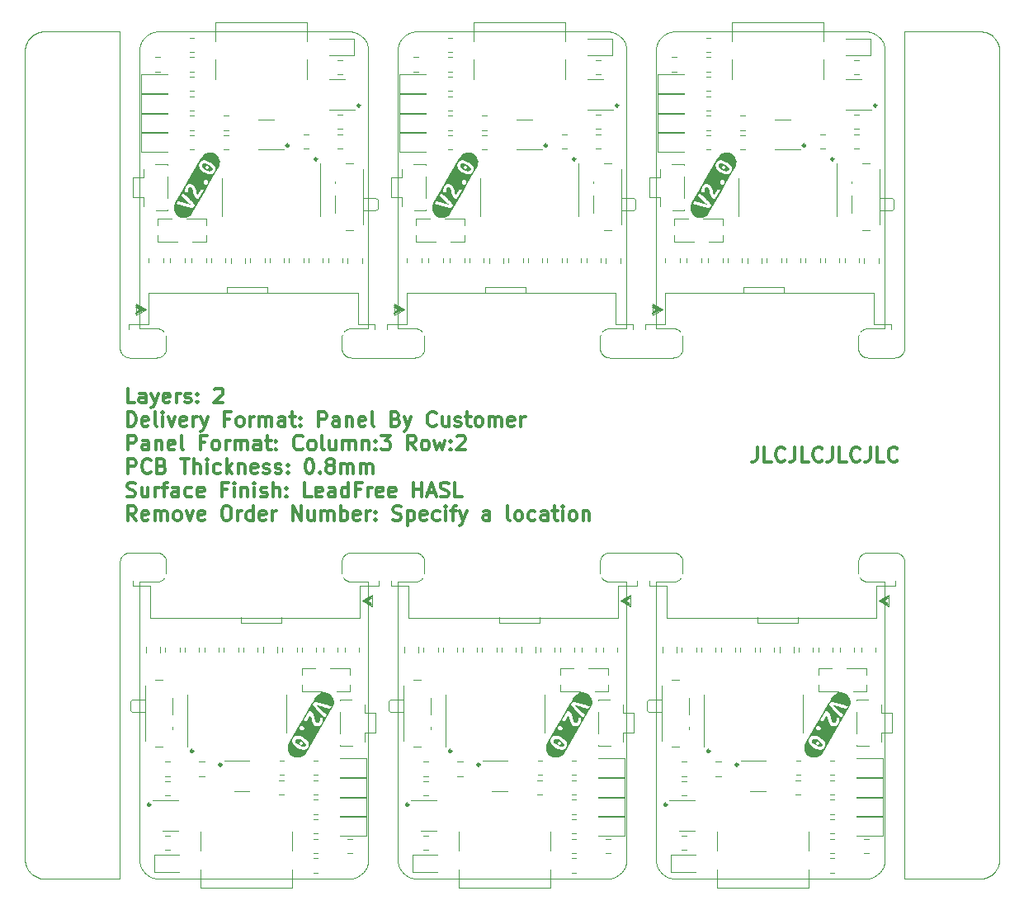
<source format=gbr>
G04 #@! TF.GenerationSoftware,KiCad,Pcbnew,6.0.10+dfsg-1~bpo11+1*
G04 #@! TF.ProjectId,panel,70616e65-6c2e-46b6-9963-61645f706362,rev?*
G04 #@! TF.SameCoordinates,Original*
G04 #@! TF.FileFunction,Legend,Top*
G04 #@! TF.FilePolarity,Positive*
%FSLAX46Y46*%
G04 Gerber Fmt 4.6, Leading zero omitted, Abs format (unit mm)*
%MOMM*%
%LPD*%
G01*
G04 APERTURE LIST*
%ADD10C,0.275000*%
%ADD11C,0.150000*%
G04 #@! TA.AperFunction,Profile*
%ADD12C,0.100000*%
G04 #@! TD*
%ADD13C,0.300000*%
%ADD14C,0.120000*%
%ADD15C,0.650000*%
%ADD16R,0.600000X1.450000*%
%ADD17R,0.300000X1.450000*%
%ADD18O,1.000000X2.100000*%
%ADD19O,1.000000X1.600000*%
%ADD20R,0.700000X0.450000*%
%ADD21C,0.500000*%
%ADD22R,0.600000X0.450000*%
%ADD23C,0.600000*%
%ADD24C,0.900000*%
%ADD25R,1.500000X0.700000*%
%ADD26R,0.800000X1.000000*%
G04 APERTURE END LIST*
D10*
X125587500Y-31700000D02*
G75*
G03*
X125587500Y-31700000I-137500J0D01*
G01*
X152087500Y-31700000D02*
G75*
G03*
X152087500Y-31700000I-137500J0D01*
G01*
X178587500Y-31700000D02*
G75*
G03*
X178587500Y-31700000I-137500J0D01*
G01*
X118687500Y-95250000D02*
G75*
G03*
X118687500Y-95250000I-137500J0D01*
G01*
X145187500Y-95250000D02*
G75*
G03*
X145187500Y-95250000I-137500J0D01*
G01*
X171687500Y-95250000D02*
G75*
G03*
X171687500Y-95250000I-137500J0D01*
G01*
D11*
X163750000Y-48525000D02*
X162950000Y-48975000D01*
X110750000Y-48525000D02*
X109950000Y-48975000D01*
X137250000Y-48525000D02*
X136450000Y-48975000D01*
X133250000Y-78425000D02*
X134050000Y-77975000D01*
X159750000Y-78425000D02*
X160550000Y-77975000D01*
X186250000Y-78425000D02*
X187050000Y-77975000D01*
X163750000Y-48575000D02*
X162950000Y-48075000D01*
X110750000Y-48575000D02*
X109950000Y-48075000D01*
X137250000Y-48575000D02*
X136450000Y-48075000D01*
X133250000Y-78375000D02*
X134050000Y-78875000D01*
X159750000Y-78375000D02*
X160550000Y-78875000D01*
X186250000Y-78375000D02*
X187050000Y-78875000D01*
X163550000Y-48625000D02*
X162950000Y-48225000D01*
X110550000Y-48625000D02*
X109950000Y-48225000D01*
X137050000Y-48625000D02*
X136450000Y-48225000D01*
X133450000Y-78325000D02*
X134050000Y-78725000D01*
X159950000Y-78325000D02*
X160550000Y-78725000D01*
X186450000Y-78325000D02*
X187050000Y-78725000D01*
D10*
X185887500Y-27600000D02*
G75*
G03*
X185887500Y-27600000I-137500J0D01*
G01*
X159387500Y-27600000D02*
G75*
G03*
X159387500Y-27600000I-137500J0D01*
G01*
X132887500Y-27600000D02*
G75*
G03*
X132887500Y-27600000I-137500J0D01*
G01*
X111387500Y-99350000D02*
G75*
G03*
X111387500Y-99350000I-137500J0D01*
G01*
X137887500Y-99350000D02*
G75*
G03*
X137887500Y-99350000I-137500J0D01*
G01*
X164387500Y-99350000D02*
G75*
G03*
X164387500Y-99350000I-137500J0D01*
G01*
D11*
X163550000Y-48475000D02*
X162950000Y-48825000D01*
X137050000Y-48475000D02*
X136450000Y-48825000D01*
X110550000Y-48475000D02*
X109950000Y-48825000D01*
X133450000Y-78475000D02*
X134050000Y-78125000D01*
X159950000Y-78475000D02*
X160550000Y-78125000D01*
X186450000Y-78475000D02*
X187050000Y-78125000D01*
D10*
X154987500Y-33100000D02*
G75*
G03*
X154987500Y-33100000I-137500J0D01*
G01*
X128487500Y-33100000D02*
G75*
G03*
X128487500Y-33100000I-137500J0D01*
G01*
X181487500Y-33100000D02*
G75*
G03*
X181487500Y-33100000I-137500J0D01*
G01*
X115787500Y-93850000D02*
G75*
G03*
X115787500Y-93850000I-137500J0D01*
G01*
X142287500Y-93850000D02*
G75*
G03*
X142287500Y-93850000I-137500J0D01*
G01*
X168787500Y-93850000D02*
G75*
G03*
X168787500Y-93850000I-137500J0D01*
G01*
D12*
X133743082Y-76475559D02*
X133742612Y-76475416D01*
X99389232Y-20337177D02*
X99388824Y-20337450D01*
X165388855Y-53399637D02*
X165343519Y-53417125D01*
X186629516Y-21317138D02*
X186620895Y-21293861D01*
X112136322Y-20003512D02*
X112136069Y-20003528D01*
X137381280Y-20542093D02*
X137363289Y-20559195D01*
X165035348Y-20011833D02*
X165035096Y-20011861D01*
X110250158Y-104956205D02*
X110250160Y-104956331D01*
X159759023Y-20687854D02*
X159708078Y-20631466D01*
X98844371Y-20879002D02*
X98844227Y-20879201D01*
X100121958Y-20036628D02*
X100121716Y-20036667D01*
X188226681Y-73591900D02*
X188268960Y-73615851D01*
X136750158Y-104956205D02*
X136750160Y-104956331D01*
X132902747Y-20365971D02*
X132902541Y-20365823D01*
X136759299Y-105139704D02*
X136759321Y-105139957D01*
X133749942Y-76484809D02*
X133749918Y-76484318D01*
X131702619Y-73517631D02*
X131749450Y-73504671D01*
X163957073Y-106475521D02*
X164015969Y-106523545D01*
X160050898Y-21130723D02*
X160050789Y-21130494D01*
X98736310Y-105892433D02*
X98736541Y-105892866D01*
X110251353Y-76480125D02*
X110251122Y-76480558D01*
X112203138Y-50494025D02*
X112250549Y-50504671D01*
X100121716Y-20036667D02*
X100110119Y-20038679D01*
X108416847Y-53035012D02*
X108390851Y-52993960D01*
X158490122Y-50475000D02*
X160237727Y-50475000D01*
X112009877Y-50475000D02*
X112058576Y-50476195D01*
X185549991Y-106782729D02*
X185550223Y-106782626D01*
X163724640Y-106243121D02*
X163740809Y-106261954D01*
X188730974Y-52678138D02*
X188720328Y-52725549D01*
X160004558Y-105909375D02*
X160039743Y-105842017D01*
X158565325Y-106924701D02*
X158640127Y-106911294D01*
X132432623Y-106829601D02*
X132432861Y-106829516D01*
X158540288Y-20021462D02*
X158464903Y-20011861D01*
X188093519Y-53417125D02*
X188047380Y-53432368D01*
X163937854Y-20490976D02*
X163881466Y-20541921D01*
X186743544Y-76475724D02*
X186743082Y-76475559D01*
X186689017Y-21511035D02*
X186688957Y-21510789D01*
X99931097Y-20083199D02*
X99919753Y-20086339D01*
X111639527Y-106854259D02*
X111663210Y-106861690D01*
X133737972Y-76475003D02*
X133737727Y-76475000D01*
X185881958Y-20351501D02*
X185818505Y-20309682D01*
X133747188Y-76478159D02*
X133746840Y-76477811D01*
X133741169Y-76475129D02*
X133740681Y-76475081D01*
X163256917Y-50474440D02*
X163257387Y-50474583D01*
X131702619Y-53432368D02*
X131656480Y-53417125D01*
X112710033Y-76185033D02*
X112674841Y-76218539D01*
X186136710Y-106390804D02*
X186136891Y-106390627D01*
X198463332Y-105328283D02*
X198463371Y-105328041D01*
X136752246Y-21911365D02*
X136750160Y-21993668D01*
X163253159Y-50472188D02*
X163253522Y-50472517D01*
X131289966Y-73764966D02*
X131325158Y-73731460D01*
X185731301Y-106692392D02*
X185731521Y-106692266D01*
X163250201Y-50466655D02*
X163250297Y-50467136D01*
X133620895Y-21293861D02*
X133620804Y-21293624D01*
X100121716Y-106913332D02*
X100121958Y-106913371D01*
X133724701Y-21684674D02*
X133711294Y-21609872D01*
X136750559Y-50468082D02*
X136750724Y-50468544D01*
X186550789Y-21130494D02*
X186539858Y-21108208D01*
X133582626Y-105750223D02*
X133582729Y-105749991D01*
X165995229Y-74367963D02*
X165998804Y-74416423D01*
X159618533Y-20541921D02*
X159562145Y-20490976D01*
X111472818Y-106792518D02*
X111473052Y-106792614D01*
X186339049Y-106164000D02*
X186384028Y-106102747D01*
X137101643Y-20867831D02*
X137101501Y-20868041D01*
X111380494Y-106750789D02*
X111380723Y-106750898D01*
X197905300Y-20577711D02*
X197905120Y-20577544D01*
X98538679Y-21610119D02*
X98536667Y-21621716D01*
X186706196Y-21585062D02*
X186689017Y-21511035D01*
X98590173Y-105541892D02*
X98590253Y-105542124D01*
X108249870Y-106941169D02*
X108249918Y-106940681D01*
X109046861Y-53455974D02*
X108999450Y-53445328D01*
X188758830Y-106949870D02*
X188759318Y-106949918D01*
X131224721Y-76113047D02*
X131194826Y-76074740D01*
X109191423Y-53473804D02*
X109142963Y-53470229D01*
X132164937Y-20043803D02*
X132164690Y-20043749D01*
X165107036Y-50479770D02*
X165155262Y-50485718D01*
X198169119Y-20899177D02*
X198162822Y-20889232D01*
X163259318Y-76475081D02*
X163258830Y-76475129D01*
X184863930Y-106946471D02*
X184939704Y-106940700D01*
X160050789Y-21130494D02*
X160039858Y-21108208D01*
X136752811Y-76478159D02*
X136752482Y-76478522D01*
X136751605Y-50470295D02*
X136751878Y-50470703D01*
X138163210Y-106861690D02*
X138163453Y-106861763D01*
X131057874Y-74131480D02*
X131075362Y-74086144D01*
X108246097Y-20002170D02*
X108245703Y-20001878D01*
X137115971Y-20847252D02*
X137115823Y-20847458D01*
X158836789Y-20088309D02*
X158836546Y-20088236D01*
X110676296Y-106183831D02*
X110676454Y-106184030D01*
X110250559Y-50468082D02*
X110250724Y-50468544D01*
X136949101Y-21130723D02*
X136917373Y-21199776D01*
X198413518Y-21419284D02*
X198409826Y-21408107D01*
X158739210Y-20061042D02*
X158738964Y-20060982D01*
X138797380Y-53432368D02*
X138750549Y-53445328D01*
X163261833Y-105164651D02*
X163261861Y-105164903D01*
X186750000Y-76487272D02*
X186749996Y-76487027D01*
X112638047Y-53250278D02*
X112599740Y-53280173D01*
X139495229Y-74367963D02*
X139498804Y-74416423D01*
X159119505Y-106750789D02*
X159141791Y-106739858D01*
X160241169Y-50474870D02*
X160241655Y-50474798D01*
X163660950Y-20785999D02*
X163615971Y-20847252D01*
X157724721Y-50836952D02*
X157756460Y-50800158D01*
X99557133Y-20236541D02*
X99546892Y-20242343D01*
X136751878Y-50470703D02*
X136752170Y-50471097D01*
X136751353Y-50469874D02*
X136751605Y-50470295D01*
X99077711Y-20594699D02*
X99077544Y-20594879D01*
X163546284Y-105997010D02*
X163546416Y-105997227D01*
X110615971Y-106102747D02*
X110660950Y-106164000D01*
X160242612Y-76475416D02*
X160242136Y-76475297D01*
X160248646Y-76480125D02*
X160248394Y-76479704D01*
X99379201Y-106605772D02*
X99388824Y-106612549D01*
X157501195Y-74416423D02*
X157504770Y-74367963D01*
X185818292Y-20309546D02*
X185797227Y-20296416D01*
X158023318Y-53358099D02*
X157981039Y-53334148D01*
X186748121Y-50470703D02*
X186748394Y-50470295D01*
X188750000Y-20012272D02*
X188750000Y-52484877D01*
X139210033Y-73764966D02*
X139243539Y-73800158D01*
X159141791Y-106739858D02*
X159142017Y-106739743D01*
X186592614Y-105726947D02*
X186620804Y-105656375D01*
X100097914Y-20041411D02*
X99931335Y-20083137D01*
X160249702Y-50467136D02*
X160249798Y-50466655D01*
X159953583Y-105997227D02*
X159953715Y-105997010D01*
X165833152Y-76035012D02*
X165805173Y-76074740D01*
X136759321Y-105139957D02*
X136761833Y-105164651D01*
X184042631Y-75772380D02*
X184029671Y-75725549D01*
X165674841Y-53218539D02*
X165638047Y-53250278D01*
X184439987Y-73641847D02*
X184481039Y-73615851D01*
X197253811Y-106801893D02*
X197254041Y-106801808D01*
X188754704Y-106948394D02*
X188755125Y-106948646D01*
X98536628Y-105328041D02*
X98536667Y-105328283D01*
X198488601Y-105157930D02*
X198490042Y-105146248D01*
X132040288Y-20021462D02*
X131964903Y-20011861D01*
X133259190Y-20688045D02*
X133259023Y-20687854D01*
X110250000Y-50462727D02*
X110250003Y-50462972D01*
X112058576Y-53473804D02*
X112009877Y-53475000D01*
X133323703Y-20766168D02*
X133323545Y-20765969D01*
X186749275Y-50468544D02*
X186749440Y-50468082D01*
X159953715Y-20952989D02*
X159953583Y-20952772D01*
X136759809Y-50474942D02*
X136762027Y-50474996D01*
X139500000Y-51465122D02*
X139500000Y-52484877D01*
X132619276Y-106750898D02*
X132619505Y-106750789D01*
X110252482Y-50471477D02*
X110252811Y-50471840D01*
X186749798Y-50466655D02*
X186749870Y-50466169D01*
X139480974Y-74271861D02*
X139489281Y-74319737D01*
X164290401Y-106704438D02*
X164290624Y-106704558D01*
X110495441Y-21040624D02*
X110460256Y-21107982D01*
X164181707Y-106640453D02*
X164202772Y-106653583D01*
X110250129Y-76483830D02*
X110250081Y-76484318D01*
X159464000Y-106539049D02*
X159464203Y-106538897D01*
X160092614Y-105726947D02*
X160120804Y-105656375D01*
X131010718Y-51319737D02*
X131019025Y-51271861D01*
X184656480Y-73532874D02*
X184702619Y-73517631D01*
X186749841Y-21993794D02*
X186749839Y-21993668D01*
X131939957Y-20009321D02*
X131939704Y-20009299D01*
X198490971Y-21816223D02*
X198490956Y-21815978D01*
X165957368Y-52772380D02*
X165942125Y-52818519D01*
X198162822Y-106060767D02*
X198169119Y-106050822D01*
X165980974Y-74271861D02*
X165989281Y-74319737D01*
X98536667Y-21621716D02*
X98536628Y-21621958D01*
X108248877Y-106944441D02*
X108249087Y-106943997D01*
X185709598Y-20245561D02*
X185709375Y-20245441D01*
X185456138Y-106820895D02*
X185456375Y-106820804D01*
X163615971Y-20847252D02*
X163615823Y-20847458D01*
X111835062Y-106906196D02*
X111835309Y-106906250D01*
X137059682Y-106018505D02*
X137101501Y-106081958D01*
X133338897Y-20785796D02*
X133323703Y-20766168D01*
X159297227Y-20296416D02*
X159297010Y-20296284D01*
X133745703Y-76476878D02*
X133745295Y-76476605D01*
X112518960Y-53334148D02*
X112476681Y-53358099D01*
X112476681Y-53358099D02*
X112433278Y-53379946D01*
X111097252Y-106584028D02*
X111097458Y-106584176D01*
X185432861Y-106829516D02*
X185456138Y-106820895D01*
X198461224Y-105340361D02*
X198461320Y-105339880D01*
X110255558Y-76476122D02*
X110255125Y-76476353D01*
X137535999Y-106539049D02*
X137597252Y-106584028D01*
X112243794Y-20000158D02*
X112243668Y-20000160D01*
X188555173Y-53074740D02*
X188525278Y-53113047D01*
X165297380Y-76432368D02*
X165250549Y-76445328D01*
X188310012Y-73641847D02*
X188349740Y-73669826D01*
X164736759Y-106882735D02*
X164760789Y-106888957D01*
X99746188Y-20148106D02*
X99745958Y-20148191D01*
X159636891Y-106390627D02*
X159690627Y-106336891D01*
X111449776Y-20167373D02*
X111380723Y-20199101D01*
X131941423Y-53473804D02*
X131892963Y-53470229D01*
X136949210Y-105819505D02*
X136960141Y-105841791D01*
X164268478Y-106692266D02*
X164268698Y-106692392D01*
X188754704Y-20001605D02*
X188754296Y-20001878D01*
X157939987Y-50641847D02*
X157981039Y-50615851D01*
X160246840Y-76477811D02*
X160246477Y-76477482D01*
X186749583Y-76482387D02*
X186749440Y-76481917D01*
X184941423Y-73476195D02*
X184990122Y-73475000D01*
X160249440Y-50468082D02*
X160249583Y-50467612D01*
X133750000Y-50462727D02*
X133750000Y-22006333D01*
X138797380Y-76432368D02*
X138750549Y-76445328D01*
X159884176Y-20847458D02*
X159884028Y-20847252D01*
X139424637Y-52863855D02*
X139404946Y-52908278D01*
X160245295Y-50473394D02*
X160245703Y-50473121D01*
X112107036Y-76470229D02*
X112058576Y-76473804D01*
X197431919Y-20231017D02*
X197431699Y-20230910D01*
X110379195Y-105656375D02*
X110407385Y-105726947D01*
X185360713Y-20095818D02*
X185360472Y-20095740D01*
X133742612Y-76475416D02*
X133742136Y-76475297D01*
X137007733Y-105931521D02*
X137046284Y-105997010D01*
X158565075Y-20025256D02*
X158540539Y-20021498D01*
X110507607Y-105931301D02*
X110507733Y-105931521D01*
X110379104Y-21293861D02*
X110370483Y-21317138D01*
X136758344Y-76475201D02*
X136757863Y-76475297D01*
X131743666Y-20000000D02*
X112256333Y-20000000D01*
X186747829Y-50471097D02*
X186748121Y-50470703D01*
X158392963Y-53470229D02*
X158344737Y-53464281D01*
X110253159Y-50472188D02*
X110253522Y-50472517D01*
X108906480Y-73532874D02*
X108952619Y-73517631D01*
X136750201Y-50466655D02*
X136750297Y-50467136D01*
X164358208Y-106739858D02*
X164380494Y-106750789D01*
X100291826Y-106938568D02*
X100292069Y-106938601D01*
X159940317Y-106018505D02*
X159940453Y-106018292D01*
X196902085Y-20041411D02*
X196901846Y-20041354D01*
X184566721Y-76379946D02*
X184523318Y-76358099D01*
X111760789Y-106888957D02*
X111761035Y-106889017D01*
X137597252Y-20365971D02*
X137535999Y-20410950D01*
X133592518Y-21222818D02*
X133582729Y-21200008D01*
X112058576Y-73476195D02*
X112107036Y-73479770D01*
X100109638Y-20038775D02*
X100098153Y-20041354D01*
X185619276Y-20199101D02*
X185550223Y-20167373D01*
X165805173Y-50875259D02*
X165833152Y-50914987D01*
X108241655Y-20000201D02*
X108241169Y-20000129D01*
X186208078Y-106318533D02*
X186259023Y-106262145D01*
X112009877Y-76475000D02*
X110262272Y-76475000D01*
X111380723Y-106750898D02*
X111449776Y-106782626D01*
X158490122Y-76475000D02*
X158441423Y-76473804D01*
X108246477Y-106947517D02*
X108246840Y-106947188D01*
X111639527Y-20095740D02*
X111639286Y-20095818D01*
X163250559Y-50468082D02*
X163250724Y-50468544D01*
X133061954Y-20490809D02*
X133043121Y-20474640D01*
X108250000Y-52484877D02*
X108250000Y-20012272D01*
X100121958Y-106913371D02*
X100291826Y-106938568D01*
X133550898Y-21130723D02*
X133550789Y-21130494D01*
X136750160Y-104956331D02*
X136752246Y-105038634D01*
X136870483Y-105632861D02*
X136879104Y-105656138D01*
X188460033Y-53185033D02*
X188424841Y-53218539D01*
X133339049Y-20785999D02*
X133338897Y-20785796D01*
X163250912Y-50468997D02*
X163251122Y-50469441D01*
X160211294Y-21609872D02*
X160211246Y-21609623D01*
X187808576Y-53473804D02*
X187759877Y-53475000D01*
X139495229Y-52582036D02*
X139489281Y-52630262D01*
X160004558Y-21040624D02*
X160004438Y-21040401D01*
X186743997Y-76475912D02*
X186743544Y-76475724D01*
X159823703Y-20766168D02*
X159823545Y-20765969D01*
X112674841Y-50731460D02*
X112710033Y-50764966D01*
X99379201Y-20344227D02*
X99379002Y-20344371D01*
X99085828Y-106363824D02*
X99086175Y-106364171D01*
X138236515Y-20067330D02*
X138163453Y-20088236D01*
X110259299Y-21810295D02*
X110253528Y-21886069D01*
X163661102Y-20785796D02*
X163660950Y-20785999D01*
X112970328Y-51224450D02*
X112980974Y-51271861D01*
X163275256Y-105265075D02*
X163275298Y-105265325D01*
X185263240Y-106882735D02*
X185263484Y-106882669D01*
X184057874Y-75818519D02*
X184042631Y-75772380D01*
X112388855Y-73550362D02*
X112433278Y-73570053D01*
X98511431Y-21791826D02*
X98511398Y-21792069D01*
X132140376Y-106911246D02*
X132164690Y-106906250D01*
X163676454Y-20765969D02*
X163676296Y-20766168D01*
X136755125Y-76476353D02*
X136754704Y-76476605D01*
X198490956Y-105134021D02*
X198490971Y-105133776D01*
X185140127Y-20038705D02*
X185065325Y-20025298D01*
X158338634Y-106947753D02*
X158338887Y-106947744D01*
X110253902Y-76477170D02*
X110253522Y-76477482D01*
X112136069Y-106946471D02*
X112136322Y-106946487D01*
X158202619Y-76432368D02*
X158156480Y-76417125D01*
X188750724Y-20006455D02*
X188750559Y-20006917D01*
X164663210Y-106861690D02*
X164663453Y-106861763D01*
X108247829Y-106946097D02*
X108248121Y-106945703D01*
X110957073Y-20474478D02*
X110956878Y-20474640D01*
X186742612Y-76475416D02*
X186742136Y-76475297D01*
X98509909Y-21804239D02*
X98509043Y-21815978D01*
X112256207Y-20000000D02*
X112243794Y-20000158D01*
X157694826Y-53074740D02*
X157666847Y-53035012D01*
X112155262Y-50485718D02*
X112203138Y-50494025D01*
X188757387Y-106949583D02*
X188757863Y-106949702D01*
X131042631Y-52772380D02*
X131029671Y-52725549D01*
X163661102Y-106164203D02*
X163676296Y-106183831D01*
X163957073Y-20474478D02*
X163956878Y-20474640D01*
X138043624Y-20129195D02*
X137973052Y-20157385D01*
X157501195Y-51416423D02*
X157504770Y-51367963D01*
X185964203Y-20411102D02*
X185964000Y-20410950D01*
X98946817Y-106209124D02*
X98954058Y-106218403D01*
X132263484Y-106882669D02*
X132336546Y-106861763D01*
X188226681Y-53358099D02*
X188183278Y-53379946D01*
X198268982Y-21068080D02*
X198263689Y-21057566D01*
X158439704Y-106940700D02*
X158439957Y-106940678D01*
X110252811Y-50471840D02*
X110253159Y-50472188D01*
X164859623Y-20038753D02*
X164835309Y-20043749D01*
X157616900Y-50998318D02*
X157640851Y-50956039D01*
X131019025Y-75678138D02*
X131010718Y-75630262D01*
X186062145Y-106459023D02*
X186118533Y-106408078D01*
X165970328Y-75725549D02*
X165957368Y-75772380D01*
X110250081Y-50465681D02*
X110250129Y-50466169D01*
X110250160Y-104956331D02*
X110252246Y-105038634D01*
X136750000Y-104943666D02*
X136750000Y-104943792D01*
X165833152Y-73914987D02*
X165859148Y-73956039D01*
X133740190Y-50474942D02*
X133740681Y-50474918D01*
X159382168Y-106598356D02*
X159402541Y-106584176D01*
X184289966Y-76185033D02*
X184256460Y-76149841D01*
X137160950Y-106164000D02*
X137161102Y-106164203D01*
X108254770Y-52582036D02*
X108251195Y-52533576D01*
X99379002Y-20344371D02*
X99241070Y-20446668D01*
X98844227Y-106070798D02*
X98844371Y-106070997D01*
X136762272Y-76475000D02*
X136762027Y-76475003D01*
X110661102Y-106164203D02*
X110676296Y-106183831D01*
X133323545Y-20765969D02*
X133275521Y-20707073D01*
X131361952Y-73699721D02*
X131400259Y-73669826D01*
X159690804Y-106336710D02*
X159707906Y-106318719D01*
X112256207Y-106949999D02*
X112256333Y-106950000D01*
X188750201Y-20008344D02*
X188750129Y-20008830D01*
X185984030Y-106523545D02*
X186042926Y-106475521D01*
X112161365Y-106947753D02*
X112243668Y-106949839D01*
X196708173Y-20011431D02*
X196707930Y-20011398D01*
X198037941Y-20722303D02*
X198037779Y-20722120D01*
X136750003Y-76487027D02*
X136750000Y-76487272D01*
X98500593Y-104962012D02*
X98500602Y-104962257D01*
X110252255Y-21911112D02*
X110252246Y-21911365D01*
X131289966Y-53185033D02*
X131256460Y-53149841D01*
X196684021Y-20009043D02*
X196683776Y-20009028D01*
X100512027Y-20000003D02*
X100487987Y-20000593D01*
X110250201Y-76483344D02*
X110250129Y-76483830D01*
X138750549Y-53445328D02*
X138703138Y-53455974D01*
X160248877Y-50469441D02*
X160249087Y-50468997D01*
X186749942Y-50465190D02*
X186749996Y-50462972D01*
X100109638Y-106911224D02*
X100110119Y-106911320D01*
X198490090Y-21804239D02*
X198490042Y-21803751D01*
X112343519Y-73532874D02*
X112388855Y-73550362D01*
X131939704Y-20009299D02*
X131863930Y-20003528D01*
X197913824Y-106364171D02*
X197914171Y-106363824D01*
X112433278Y-73570053D02*
X112476681Y-73591900D01*
X139174841Y-76218539D02*
X139138047Y-76250278D01*
X112343519Y-50532874D02*
X112388855Y-50550362D01*
X164181494Y-20309682D02*
X164118041Y-20351501D01*
X165343519Y-50532874D02*
X165388855Y-50550362D01*
X133749798Y-50466655D02*
X133749870Y-50466169D01*
X131004770Y-51367963D02*
X131010718Y-51319737D01*
X186682735Y-105463240D02*
X186688957Y-105439210D01*
X157529671Y-75725549D02*
X157519025Y-75678138D01*
X133738166Y-105164651D02*
X133740678Y-105139957D01*
X108444826Y-73875259D02*
X108474721Y-73836952D01*
X186749918Y-50465681D02*
X186749942Y-50465190D01*
X164761035Y-106889017D02*
X164835062Y-106906196D01*
X198490090Y-105145760D02*
X198490956Y-105134021D01*
X185263484Y-20067330D02*
X185263240Y-20067264D01*
X138743794Y-106949841D02*
X138756207Y-106949999D01*
X186747753Y-105038634D02*
X186749839Y-104956331D01*
X138661112Y-20002255D02*
X138636322Y-20003512D01*
X158296861Y-50494025D02*
X158344737Y-50485718D01*
X188753159Y-20002811D02*
X188752811Y-20003159D01*
X159823703Y-106183831D02*
X159838897Y-106164203D01*
X139457368Y-75772380D02*
X139442125Y-75818519D01*
X111934924Y-20025256D02*
X111934674Y-20025298D01*
X157724721Y-53113047D02*
X157694826Y-53074740D01*
X197759124Y-20446817D02*
X197758929Y-20446668D01*
X164380494Y-20199210D02*
X164358208Y-20210141D01*
X197265477Y-20152615D02*
X197265023Y-20152428D01*
X110449210Y-105819505D02*
X110460141Y-105841791D01*
X186062145Y-20490976D02*
X186061954Y-20490809D01*
X136759318Y-50474918D02*
X136759809Y-50474942D01*
X163250297Y-50467136D02*
X163250416Y-50467612D01*
X165476681Y-73591900D02*
X165518960Y-73615851D01*
X132065325Y-106924701D02*
X132140127Y-106911294D01*
X159618719Y-106407906D02*
X159636710Y-106390804D01*
X186750000Y-104943666D02*
X186750000Y-76487272D01*
X110259809Y-76475057D02*
X110259318Y-76475081D01*
X112775278Y-53113047D02*
X112743539Y-53149841D01*
X184166847Y-50914987D02*
X184194826Y-50875259D01*
X131224721Y-50836952D02*
X131256460Y-50800158D01*
X185065075Y-106924743D02*
X185065325Y-106924701D01*
X188759318Y-106949918D02*
X188759809Y-106949942D01*
X136811042Y-105439210D02*
X136817264Y-105463240D01*
X133440317Y-106018505D02*
X133440453Y-106018292D01*
X163407481Y-105727181D02*
X163417270Y-105749991D01*
X100110119Y-20038679D02*
X100109638Y-20038775D01*
X131844737Y-76464281D02*
X131796861Y-76455974D01*
X184042631Y-51177619D02*
X184057874Y-51131480D01*
X99734976Y-20152428D02*
X99734522Y-20152615D01*
X188751878Y-20004296D02*
X188751605Y-20004704D01*
X157542631Y-52772380D02*
X157529671Y-52725549D01*
X165256207Y-106949999D02*
X165256333Y-106950000D01*
X165035096Y-106938138D02*
X165035348Y-106938166D01*
X198458645Y-105351846D02*
X198461224Y-105340361D01*
X110495441Y-105909375D02*
X110495561Y-105909598D01*
X136759321Y-21810042D02*
X136759299Y-21810295D01*
X98652428Y-21234976D02*
X98648191Y-21245958D01*
X186728537Y-105240288D02*
X186738138Y-105164903D01*
X110956878Y-20474640D02*
X110938045Y-20490809D01*
X185882168Y-106598356D02*
X185902541Y-106584176D01*
X131656480Y-73532874D02*
X131702619Y-73517631D01*
X163379195Y-21293624D02*
X163379104Y-21293861D01*
X110881280Y-106407906D02*
X110881466Y-106408078D01*
X111835062Y-20043803D02*
X111761035Y-20060982D01*
X163259809Y-50474942D02*
X163262027Y-50474996D01*
X131166847Y-76035012D02*
X131140851Y-75993960D01*
X160120895Y-105656138D02*
X160129516Y-105632861D01*
X108248646Y-106944874D02*
X108248877Y-106944441D01*
X163495441Y-105909375D02*
X163495561Y-105909598D01*
X113000000Y-51465122D02*
X113000000Y-52484877D01*
X163250416Y-50467612D02*
X163250559Y-50468082D01*
X160245703Y-50473121D02*
X160246097Y-50472829D01*
X158392963Y-76470229D02*
X158344737Y-76464281D01*
X158664690Y-106906250D02*
X158664937Y-106906196D01*
X133689017Y-21511035D02*
X133688957Y-21510789D01*
X185140376Y-106911246D02*
X185164690Y-106906250D01*
X160082729Y-21200008D02*
X160082626Y-21199776D01*
X138509877Y-73475000D02*
X138558576Y-73476195D01*
X110275256Y-21684924D02*
X110271498Y-21709460D01*
X137101501Y-20868041D02*
X137059682Y-20931494D01*
X197768783Y-106495630D02*
X197777696Y-106487941D01*
X157529671Y-74224450D02*
X157542631Y-74177619D01*
X136762027Y-50474996D02*
X136762272Y-50475000D01*
X139060012Y-53308152D02*
X139018960Y-53334148D01*
X184042631Y-74177619D02*
X184057874Y-74131480D01*
X139243539Y-50800158D02*
X139275278Y-50836952D01*
X186747188Y-76478159D02*
X186746840Y-76477811D01*
X136817264Y-105463240D02*
X136817330Y-105463484D01*
X136752246Y-105038634D02*
X136752255Y-105038887D01*
X133748877Y-50469441D02*
X133749087Y-50468997D01*
X185263484Y-106882669D02*
X185336546Y-106861763D01*
X137224478Y-106242926D02*
X137224640Y-106243121D01*
X185526947Y-106792614D02*
X185527181Y-106792518D01*
X186384176Y-106102541D02*
X186398356Y-106082168D01*
X165995229Y-75582036D02*
X165989281Y-75630262D01*
X111761035Y-20060982D02*
X111760789Y-20061042D01*
X139457368Y-74177619D02*
X139470328Y-74224450D01*
X185527181Y-106792518D02*
X185549991Y-106782729D01*
X133749999Y-22006207D02*
X133749841Y-21993794D01*
X186592518Y-21222818D02*
X186582729Y-21200008D01*
X163254704Y-50473394D02*
X163255125Y-50473646D01*
X136754296Y-76476878D02*
X136753902Y-76477170D01*
X163288753Y-21609623D02*
X163288705Y-21609872D01*
X111035999Y-20410950D02*
X111035796Y-20411102D01*
X110253512Y-21886322D02*
X110252255Y-21911112D01*
X163253512Y-21886322D02*
X163252255Y-21911112D01*
X164760789Y-106888957D02*
X164761035Y-106889017D01*
X164117831Y-20351643D02*
X164097458Y-20365823D01*
X131964903Y-106938138D02*
X132040288Y-106928537D01*
X137438045Y-106459190D02*
X137456878Y-106475359D01*
X163250201Y-76483344D02*
X163250129Y-76483830D01*
X160206250Y-105364690D02*
X160211246Y-105340376D01*
X186745295Y-76476605D02*
X186744874Y-76476353D01*
X163460256Y-21107982D02*
X163460141Y-21108208D01*
X158738964Y-106889017D02*
X158739210Y-106888957D01*
X133492266Y-21018478D02*
X133453715Y-20952989D01*
X136762272Y-50475000D02*
X138509877Y-50475000D01*
X112980974Y-74271861D02*
X112989281Y-74319737D01*
X197759124Y-106503182D02*
X197768403Y-106495941D01*
X138933278Y-50570053D02*
X138976681Y-50591900D01*
X110250000Y-104943666D02*
X110250000Y-104943792D01*
X137535999Y-20410950D02*
X137535796Y-20411102D01*
X184756205Y-106949841D02*
X184756331Y-106949839D01*
X165250549Y-53445328D02*
X165203138Y-53455974D01*
X98730910Y-21068300D02*
X98657488Y-21223538D01*
X138756333Y-20000000D02*
X138756207Y-20000000D01*
X136752482Y-76478522D02*
X136752170Y-76478902D01*
X197610767Y-20337177D02*
X197600822Y-20330880D01*
X184756331Y-20000160D02*
X184756205Y-20000158D01*
X165998804Y-75533576D02*
X165995229Y-75582036D01*
X158664937Y-106906196D02*
X158738964Y-106889017D01*
X197068902Y-106866800D02*
X197080246Y-106863660D01*
X185818292Y-106640453D02*
X185818505Y-106640317D01*
X185902541Y-20365823D02*
X185882168Y-20351643D01*
X112995229Y-75582036D02*
X112989281Y-75630262D01*
X188752170Y-106946097D02*
X188752482Y-106946477D01*
X184004770Y-74367963D02*
X184010718Y-74319737D01*
X136771462Y-105240288D02*
X136771498Y-105240539D01*
X163259299Y-21810295D02*
X163253528Y-21886069D01*
X110601643Y-20867831D02*
X110601501Y-20868041D01*
X186749798Y-76483344D02*
X186749702Y-76482863D01*
X186740700Y-105139704D02*
X186746471Y-105063930D01*
X131749450Y-50504671D02*
X131796861Y-50494025D01*
X138043624Y-106820804D02*
X138043861Y-106820895D01*
X139018960Y-50615851D02*
X139060012Y-50641847D01*
X160242136Y-76475297D02*
X160241655Y-76475201D01*
X186338897Y-20785796D02*
X186323703Y-20766168D01*
X164380494Y-106750789D02*
X164380723Y-106750898D01*
X184166847Y-53035012D02*
X184140851Y-52993960D01*
X157789966Y-76185033D02*
X157756460Y-76149841D01*
X196684021Y-106940956D02*
X196695760Y-106940090D01*
X133539858Y-105841791D02*
X133550789Y-105819505D01*
X136775298Y-21684674D02*
X136775256Y-21684924D01*
X110660950Y-106164000D02*
X110661102Y-106164203D01*
X158956375Y-20129195D02*
X158956138Y-20129104D01*
X164117831Y-106598356D02*
X164118041Y-106598498D01*
X164290624Y-106704558D02*
X164357982Y-106739743D01*
X184095053Y-74041721D02*
X184116900Y-73998318D01*
X197905120Y-20577544D02*
X197777879Y-20462220D01*
X111450008Y-106782729D02*
X111472818Y-106792518D01*
X184361952Y-53250278D02*
X184325158Y-53218539D01*
X136751353Y-76480125D02*
X136751122Y-76480558D01*
X158540539Y-106928501D02*
X158565075Y-106924743D01*
X112942125Y-75818519D02*
X112924637Y-75863855D01*
X163956878Y-106475359D02*
X163957073Y-106475521D01*
X112883099Y-75951681D02*
X112859148Y-75993960D01*
X188654946Y-74041721D02*
X188674637Y-74086144D01*
X163660950Y-106164000D02*
X163661102Y-106164203D01*
X131140851Y-50956039D02*
X131166847Y-50914987D01*
X138843519Y-53417125D02*
X138797380Y-53432368D01*
X185526947Y-20157385D02*
X185456375Y-20129195D01*
X164290624Y-20245441D02*
X164290401Y-20245561D01*
X188739281Y-52630262D02*
X188730974Y-52678138D01*
X131400259Y-76280173D02*
X131361952Y-76250278D01*
X132797227Y-106653583D02*
X132818292Y-106640453D01*
X112155262Y-76464281D02*
X112107036Y-76470229D01*
X157789966Y-73764966D02*
X157825158Y-73731460D01*
X160249999Y-104943792D02*
X160250000Y-104943666D01*
X163460141Y-105841791D02*
X163460256Y-105842017D01*
X184523318Y-73591900D02*
X184566721Y-73570053D01*
X139383099Y-50998318D02*
X139404946Y-51041721D01*
X165203138Y-53455974D02*
X165155262Y-53464281D01*
X188493539Y-73800158D02*
X188525278Y-73836952D01*
X163379104Y-105656138D02*
X163379195Y-105656375D01*
X98648191Y-21245958D02*
X98648106Y-21246188D01*
X137618041Y-106598498D02*
X137681494Y-106640317D01*
X197068664Y-106866862D02*
X197068902Y-106866800D01*
X186738138Y-105164903D02*
X186738166Y-105164651D01*
X98583199Y-21431097D02*
X98583137Y-21431335D01*
X159561954Y-20490809D02*
X159543121Y-20474640D01*
X138703138Y-73494025D02*
X138750549Y-73504671D01*
X112060295Y-106940700D02*
X112136069Y-106946471D01*
X139099740Y-73669826D02*
X139138047Y-73699721D01*
X198461320Y-21610119D02*
X198461224Y-21609638D01*
X136917373Y-21199776D02*
X136917270Y-21200008D01*
X186749999Y-22006207D02*
X186749841Y-21993794D01*
X184892963Y-76470229D02*
X184844737Y-76464281D01*
X165859148Y-50956039D02*
X165883099Y-50998318D01*
X131116900Y-73998318D02*
X131140851Y-73956039D01*
X133275359Y-106243121D02*
X133275521Y-106242926D01*
X198416800Y-21431097D02*
X198413660Y-21419753D01*
X165998804Y-51416423D02*
X166000000Y-51465122D01*
X160050898Y-105819276D02*
X160082626Y-105750223D01*
X138359623Y-20038753D02*
X138335309Y-20043749D01*
X188757863Y-20000297D02*
X188757387Y-20000416D01*
X185336546Y-20088236D02*
X185263484Y-20067330D01*
X163253528Y-105063930D02*
X163259299Y-105139704D01*
X108247188Y-20003159D02*
X108246840Y-20002811D01*
X132549991Y-106782729D02*
X132550223Y-106782626D01*
X138163453Y-106861763D02*
X138236515Y-106882669D01*
X136788753Y-21609623D02*
X136788705Y-21609872D01*
X159838897Y-106164203D02*
X159839049Y-106164000D01*
X138335309Y-20043749D02*
X138335062Y-20043803D01*
X131863930Y-106946471D02*
X131939704Y-106940700D01*
X98536667Y-105328283D02*
X98538679Y-105339880D01*
X138434674Y-106924701D02*
X138434924Y-106924743D01*
X131095053Y-51041721D02*
X131116900Y-50998318D01*
X138558576Y-73476195D02*
X138607036Y-73479770D01*
X139138047Y-76250278D02*
X139099740Y-76280173D01*
X185065075Y-20025256D02*
X185040539Y-20021498D01*
X163338309Y-105536789D02*
X163345740Y-105560472D01*
X159543121Y-20474640D02*
X159542926Y-20474478D01*
X158441423Y-76473804D02*
X158392963Y-76470229D01*
X133744874Y-76476353D02*
X133744441Y-76476122D01*
X110293803Y-21585062D02*
X110293749Y-21585309D01*
X133504558Y-21040624D02*
X133504438Y-21040401D01*
X108260718Y-74319737D02*
X108269025Y-74271861D01*
X184057874Y-74131480D02*
X184075362Y-74086144D01*
X112203138Y-76455974D02*
X112155262Y-76464281D01*
X136917270Y-21200008D02*
X136907481Y-21222818D01*
X186711246Y-21609623D02*
X186706250Y-21585309D01*
X99222120Y-20462220D02*
X99094879Y-20577544D01*
X136750297Y-76482863D02*
X136750201Y-76483344D01*
X98946668Y-20741070D02*
X98844371Y-20879002D01*
X131057874Y-51131480D02*
X131075362Y-51086144D01*
X131325158Y-76218539D02*
X131289966Y-76185033D01*
X136758830Y-76475129D02*
X136758344Y-76475201D01*
X165388855Y-50550362D02*
X165433278Y-50570053D01*
X163881280Y-20542093D02*
X163863289Y-20559195D01*
X198347384Y-105715477D02*
X198347571Y-105715023D01*
X110460256Y-105842017D02*
X110495441Y-105909375D01*
X131361952Y-76250278D02*
X131325158Y-76218539D01*
X198409746Y-105542124D02*
X198409826Y-105541892D01*
X186706250Y-105364690D02*
X186711246Y-105340376D01*
X98538775Y-105340361D02*
X98541354Y-105351846D01*
X186453583Y-105997227D02*
X186453715Y-105997010D01*
X160249942Y-50465190D02*
X160249996Y-50462972D01*
X185984030Y-20426454D02*
X185983831Y-20426296D01*
X110601501Y-106081958D02*
X110601643Y-106082168D01*
X158640376Y-20038753D02*
X158640127Y-20038705D01*
X163250081Y-76484318D02*
X163250057Y-76484809D01*
X198458588Y-105352085D02*
X198458645Y-105351846D01*
X131004770Y-74367963D02*
X131010718Y-74319737D01*
X133746840Y-76477811D02*
X133746477Y-76477482D01*
X159775521Y-20707073D02*
X159775359Y-20706878D01*
X197080715Y-20086481D02*
X197080246Y-20086339D01*
X99745958Y-106801808D02*
X99746188Y-106801893D01*
X165957368Y-74177619D02*
X165970328Y-74224450D01*
X133136891Y-20559372D02*
X133136710Y-20559195D01*
X184702619Y-73517631D02*
X184749450Y-73504671D01*
X186136710Y-20559195D02*
X186118719Y-20542093D01*
X137456878Y-20474640D02*
X137438045Y-20490809D01*
X133747744Y-21911112D02*
X133746487Y-21886322D01*
X160249996Y-50462972D02*
X160250000Y-50462727D01*
X163310982Y-21511035D02*
X163293803Y-21585062D01*
X184844737Y-50485718D02*
X184892963Y-50479770D01*
X188755558Y-106948877D02*
X188756002Y-106949087D01*
X165250549Y-73504671D02*
X165297380Y-73517631D01*
X98500000Y-104937727D02*
X98500003Y-104937972D01*
X131566721Y-76379946D02*
X131523318Y-76358099D01*
X184042631Y-52772380D02*
X184029671Y-52725549D01*
X110253522Y-76477482D02*
X110253159Y-76477811D01*
X132164690Y-20043749D02*
X132140376Y-20038753D01*
X111202989Y-20296284D02*
X111202772Y-20296416D01*
X138933278Y-76379946D02*
X138888855Y-76399637D01*
X160244441Y-76476122D02*
X160243997Y-76475912D01*
X159049991Y-106782729D02*
X159050223Y-106782626D01*
X159402747Y-106584028D02*
X159464000Y-106539049D01*
X98586481Y-21419284D02*
X98586339Y-21419753D01*
X132239210Y-20061042D02*
X132238964Y-20060982D01*
X138756333Y-106950000D02*
X158243666Y-106950000D01*
X111035796Y-106538897D02*
X111035999Y-106539049D01*
X138655262Y-73485718D02*
X138703138Y-73494025D01*
X184010718Y-51319737D02*
X184019025Y-51271861D01*
X136750081Y-50465681D02*
X136750129Y-50466169D01*
X186689017Y-105438964D02*
X186706196Y-105364937D01*
X157595053Y-52908278D02*
X157575362Y-52863855D01*
X186748121Y-76479296D02*
X186747829Y-76478902D01*
X139243539Y-76149841D02*
X139210033Y-76185033D01*
X163250000Y-22006333D02*
X163250000Y-50462727D01*
X160247188Y-76478159D02*
X160246840Y-76477811D01*
X188754296Y-20001878D02*
X188753902Y-20002170D01*
X157500000Y-74465122D02*
X157501195Y-74416423D01*
X160238166Y-21785348D02*
X160238138Y-21785096D01*
X110259299Y-105139704D02*
X110259321Y-105139957D01*
X158243792Y-106949999D02*
X158256205Y-106949841D01*
X164639286Y-106854181D02*
X164639527Y-106854259D01*
X163251122Y-50469441D02*
X163251353Y-50469874D01*
X184075362Y-74086144D02*
X184095053Y-74041721D01*
X133208078Y-106318533D02*
X133259023Y-106262145D01*
X133136891Y-106390627D02*
X133190627Y-106336891D01*
X188756917Y-106949440D02*
X188757387Y-106949583D01*
X198458645Y-21598153D02*
X198458588Y-21597914D01*
X186275359Y-106243121D02*
X186275521Y-106242926D01*
X165775278Y-76113047D02*
X165743539Y-76149841D01*
X132526947Y-20157385D02*
X132456375Y-20129195D01*
X165433278Y-50570053D02*
X165476681Y-50591900D01*
X188388047Y-53250278D02*
X188349740Y-53280173D01*
X108240681Y-106949918D02*
X108241169Y-106949870D01*
X160247753Y-21911365D02*
X160247744Y-21911112D01*
X160211294Y-105340127D02*
X160224701Y-105265325D01*
X158156480Y-76417125D02*
X158111144Y-76399637D01*
X112638047Y-76250278D02*
X112599740Y-76280173D01*
X184400259Y-73669826D02*
X184439987Y-73641847D01*
X137309372Y-20613108D02*
X137309195Y-20613289D01*
X186737727Y-50475000D02*
X186737972Y-50474996D01*
X163601643Y-106082168D02*
X163615823Y-106102541D01*
X136879104Y-105656138D02*
X136879195Y-105656375D01*
X139243539Y-73800158D02*
X139275278Y-73836952D01*
X139275278Y-76113047D02*
X139243539Y-76149841D01*
X139099740Y-50669826D02*
X139138047Y-50699721D01*
X108773318Y-53358099D02*
X108731039Y-53334148D01*
X186744441Y-76476122D02*
X186743997Y-76475912D01*
X110261833Y-21785348D02*
X110259321Y-21810042D01*
X164472818Y-106792518D02*
X164473052Y-106792614D01*
X111663210Y-20088309D02*
X111639527Y-20095740D01*
X184892963Y-73479770D02*
X184941423Y-73476195D01*
X165343519Y-76417125D02*
X165297380Y-76432368D01*
X110338309Y-105536789D02*
X110345740Y-105560472D01*
X163370398Y-21317376D02*
X163345818Y-21389286D01*
X163250000Y-104943792D02*
X163250158Y-104956205D01*
X137858208Y-106739858D02*
X137880494Y-106750789D01*
X160243544Y-76475724D02*
X160243082Y-76475559D01*
X163255125Y-50473646D02*
X163255558Y-50473877D01*
X186748646Y-76480125D02*
X186748394Y-76479704D01*
X112250549Y-76445328D02*
X112203138Y-76455974D01*
X184481039Y-53334148D02*
X184439987Y-53308152D01*
X165710033Y-76185033D02*
X165674841Y-76218539D01*
X165155262Y-50485718D02*
X165203138Y-50494025D01*
X110251605Y-76479704D02*
X110251353Y-76480125D01*
X186661763Y-105536546D02*
X186682669Y-105463484D01*
X186118719Y-106407906D02*
X186136710Y-106390804D01*
X184990122Y-53475000D02*
X184941423Y-53473804D01*
X164118041Y-20351501D02*
X164117831Y-20351643D01*
X131095053Y-75908278D02*
X131075362Y-75863855D01*
X159636891Y-20559372D02*
X159636710Y-20559195D01*
X139442125Y-74131480D02*
X139457368Y-74177619D01*
X164035796Y-20411102D02*
X164016168Y-20426296D01*
X138459460Y-106928501D02*
X138459711Y-106928537D01*
X110255125Y-76476353D02*
X110254704Y-76476605D01*
X186323703Y-106183831D02*
X186338897Y-106164203D01*
X133398498Y-106081958D02*
X133440317Y-106018505D01*
X184029671Y-52725549D02*
X184019025Y-52678138D01*
X137457073Y-106475521D02*
X137515969Y-106523545D01*
X108246840Y-20002811D02*
X108246477Y-20002482D01*
X158464651Y-20011833D02*
X158439957Y-20009321D01*
X110253902Y-50472829D02*
X110254296Y-50473121D01*
X132263240Y-20067264D02*
X132239210Y-20061042D01*
X158296861Y-53455974D02*
X158249450Y-53445328D01*
X110407385Y-105726947D02*
X110407481Y-105727181D01*
X133629516Y-21317138D02*
X133620895Y-21293861D01*
X157724721Y-73836952D02*
X157756460Y-73800158D01*
X157789966Y-50764966D02*
X157825158Y-50731460D01*
X131941423Y-76473804D02*
X131892963Y-76470229D01*
X163253512Y-105063677D02*
X163253528Y-105063930D01*
X163407481Y-21222818D02*
X163407385Y-21223052D01*
X99745958Y-20148191D02*
X99734976Y-20152428D01*
X186749087Y-50468997D02*
X186749275Y-50468544D01*
X184140851Y-52993960D02*
X184116900Y-52951681D01*
X111736759Y-106882735D02*
X111760789Y-106888957D01*
X163293803Y-105364937D02*
X163310982Y-105438964D01*
X163293749Y-21585309D02*
X163288753Y-21609623D01*
X136788705Y-21609872D02*
X136775298Y-21684674D01*
X110262027Y-76475003D02*
X110259809Y-76475057D01*
X160240681Y-76475081D02*
X160240190Y-76475057D01*
X111202772Y-106653583D02*
X111202989Y-106653715D01*
X136761833Y-105164651D02*
X136761861Y-105164903D01*
X165989281Y-75630262D02*
X165980974Y-75678138D01*
X160248394Y-50470295D02*
X160248646Y-50469874D01*
X110293749Y-21585309D02*
X110288753Y-21609623D01*
X198263458Y-105892866D02*
X198263689Y-105892433D01*
X186749275Y-76481455D02*
X186749087Y-76481002D01*
X163250724Y-76481455D02*
X163250559Y-76481917D01*
X160224701Y-105265325D02*
X160224743Y-105265075D01*
X160246487Y-105063677D02*
X160247744Y-105038887D01*
X198488601Y-21792069D02*
X198488568Y-21791826D01*
X160120804Y-105656375D02*
X160120895Y-105656138D01*
X184000000Y-52484877D02*
X184000000Y-51465122D01*
X139174841Y-53218539D02*
X139138047Y-53250278D01*
X110559682Y-20931494D02*
X110559546Y-20931707D01*
X112343519Y-76417125D02*
X112297380Y-76432368D01*
X132527181Y-106792518D02*
X132549991Y-106782729D01*
X185164690Y-20043749D02*
X185140376Y-20038753D01*
X186190804Y-20613289D02*
X186190627Y-20613108D01*
X136750000Y-104943792D02*
X136750158Y-104956205D01*
X198257656Y-105903107D02*
X198263458Y-105892866D01*
X110417373Y-105750223D02*
X110449101Y-105819276D01*
X157575362Y-75863855D02*
X157557874Y-75818519D01*
X110660950Y-20785999D02*
X110615971Y-20847252D01*
X110252246Y-105038634D02*
X110252255Y-105038887D01*
X110460141Y-105841791D02*
X110460256Y-105842017D01*
X160250000Y-104943666D02*
X160250000Y-76487272D01*
X160249702Y-76482863D02*
X160249583Y-76482387D01*
X188525278Y-73836952D02*
X188555173Y-73875259D01*
X198155628Y-20879002D02*
X198053331Y-20741070D01*
X160206250Y-21585309D02*
X160206196Y-21585062D01*
X138661365Y-20002246D02*
X138661112Y-20002255D01*
X196708173Y-106938568D02*
X196878041Y-106913371D01*
X136750081Y-76484318D02*
X136750057Y-76484809D01*
X163881280Y-106407906D02*
X163881466Y-106408078D01*
X188750003Y-106937972D02*
X188750057Y-106940190D01*
X186453715Y-20952989D02*
X186453583Y-20952772D01*
X188268960Y-73615851D02*
X188310012Y-73641847D01*
X158932861Y-106829516D02*
X158956138Y-106820895D01*
X111543861Y-20129104D02*
X111543624Y-20129195D01*
X188730974Y-74271861D02*
X188739281Y-74319737D01*
X158860713Y-106854181D02*
X158932623Y-106829601D01*
X197905300Y-106372288D02*
X197913824Y-106364171D01*
X186749918Y-76484318D02*
X186749870Y-76483830D01*
X185065325Y-20025298D02*
X185065075Y-20025256D01*
X158243666Y-20000000D02*
X138756333Y-20000000D01*
X112957368Y-74177619D02*
X112970328Y-74224450D01*
X136879195Y-105656375D02*
X136907385Y-105726947D01*
X159839049Y-106164000D02*
X159884028Y-106102747D01*
X165883099Y-50998318D02*
X165904946Y-51041721D01*
X163809372Y-20613108D02*
X163809195Y-20613289D01*
X110288705Y-105340127D02*
X110288753Y-105340376D01*
X164959711Y-20021462D02*
X164959460Y-20021498D01*
X187857036Y-73479770D02*
X187905262Y-73485718D01*
X160243997Y-76475912D02*
X160243544Y-76475724D01*
X111567376Y-106829601D02*
X111639286Y-106854181D01*
X137101501Y-106081958D02*
X137101643Y-106082168D01*
X159690627Y-106336891D02*
X159690804Y-106336710D01*
X188183278Y-73570053D02*
X188226681Y-73591900D01*
X136752170Y-76478902D02*
X136751878Y-76479296D01*
X196890361Y-106911224D02*
X196901846Y-106908645D01*
X185239210Y-20061042D02*
X185238964Y-20060982D01*
X186118533Y-106408078D02*
X186118719Y-106407906D01*
X160242136Y-50474702D02*
X160242612Y-50474583D01*
X163863289Y-20559195D02*
X163863108Y-20559372D01*
X100487742Y-106949397D02*
X100487987Y-106949406D01*
X133440317Y-20931494D02*
X133398498Y-20868041D01*
X184756331Y-106949839D02*
X184838634Y-106947753D01*
X157500000Y-75484877D02*
X157500000Y-74465122D01*
X133259023Y-20687854D02*
X133208078Y-20631466D01*
X157640851Y-52993960D02*
X157616900Y-52951681D01*
X133749702Y-50467136D02*
X133749798Y-50466655D01*
X136817330Y-21486515D02*
X136817264Y-21486759D01*
X163253902Y-50472829D02*
X163254296Y-50473121D01*
X165638047Y-73699721D02*
X165674841Y-73731460D01*
X99240875Y-106503182D02*
X99241070Y-106503331D01*
X137176454Y-20765969D02*
X137176296Y-20766168D01*
X133339049Y-106164000D02*
X133384028Y-106102747D01*
X112476681Y-76358099D02*
X112433278Y-76379946D01*
X165476681Y-76358099D02*
X165433278Y-76379946D01*
X98538679Y-105339880D02*
X98538775Y-105340361D01*
X184000000Y-75484877D02*
X184000000Y-74465122D01*
X110250000Y-22006333D02*
X110250000Y-50462727D01*
X108999450Y-73504671D02*
X109046861Y-73494025D01*
X188525278Y-53113047D02*
X188493539Y-53149841D01*
X158956138Y-20129104D02*
X158932861Y-20120483D01*
X197905120Y-106372455D02*
X197905300Y-106372288D01*
X157981039Y-76334148D02*
X157939987Y-76308152D01*
X110256455Y-76475724D02*
X110256002Y-76475912D01*
X111959711Y-20021462D02*
X111959460Y-20021498D01*
X186740678Y-105139957D02*
X186740700Y-105139704D01*
X110809372Y-20613108D02*
X110809195Y-20613289D01*
X163251353Y-50469874D02*
X163251605Y-50470295D01*
X133207906Y-106318719D02*
X133208078Y-106318533D01*
X165035096Y-20011861D02*
X164959711Y-20021462D01*
X131000000Y-74465122D02*
X131001195Y-74416423D01*
X165924637Y-51086144D02*
X165942125Y-51131480D01*
X137702989Y-106653715D02*
X137768478Y-106692266D01*
X197922288Y-106355300D02*
X197922455Y-106355120D01*
X185964203Y-106538897D02*
X185983831Y-106523703D01*
X139333152Y-50914987D02*
X139359148Y-50956039D01*
X157694826Y-50875259D02*
X157724721Y-50836952D01*
X132881958Y-106598498D02*
X132882168Y-106598356D01*
X188753159Y-106947188D02*
X188753522Y-106947517D01*
X136775298Y-105265325D02*
X136788705Y-105340127D01*
X164202772Y-20296416D02*
X164181707Y-20309546D01*
X196695760Y-20009909D02*
X196684021Y-20009043D01*
X163261861Y-105164903D02*
X163271462Y-105240288D01*
X186492392Y-21018698D02*
X186492266Y-21018478D01*
X160241655Y-76475201D02*
X160241169Y-76475129D01*
X160243082Y-76475559D02*
X160242612Y-76475416D01*
X164035796Y-106538897D02*
X164035999Y-106539049D01*
X139305173Y-50875259D02*
X139333152Y-50914987D01*
X108240190Y-20000057D02*
X108237972Y-20000003D01*
X188750129Y-20008830D02*
X188750081Y-20009318D01*
X110449101Y-21130723D02*
X110417373Y-21199776D01*
X139018960Y-76334148D02*
X138976681Y-76358099D01*
X136788705Y-105340127D02*
X136788753Y-105340376D01*
X138261035Y-106889017D02*
X138335062Y-106906196D01*
X184256460Y-53149841D02*
X184224721Y-53113047D01*
X184656480Y-76417125D02*
X184611144Y-76399637D01*
X110345740Y-105560472D02*
X110345818Y-105560713D01*
X132040539Y-20021498D02*
X132040288Y-20021462D01*
X157575362Y-51086144D02*
X157595053Y-51041721D01*
X131481039Y-53334148D02*
X131439987Y-53308152D01*
X136751122Y-50469441D02*
X136751353Y-50469874D01*
X184001195Y-75533576D02*
X184000000Y-75484877D01*
X159898498Y-106081958D02*
X159940317Y-106018505D01*
X139359148Y-75993960D02*
X139333152Y-76035012D01*
X160154181Y-105560713D02*
X160154259Y-105560472D01*
X108250000Y-20012272D02*
X108249996Y-20012027D01*
X132731521Y-106692266D02*
X132797010Y-106653715D01*
X136754704Y-76476605D02*
X136754296Y-76476878D01*
X138509877Y-50475000D02*
X138558576Y-50476195D01*
X198342511Y-21223538D02*
X198269089Y-21068300D01*
X186747744Y-21911112D02*
X186746487Y-21886322D01*
X186654181Y-21389286D02*
X186629601Y-21317376D01*
X160228501Y-21709460D02*
X160224743Y-21684924D01*
X184325158Y-50731460D02*
X184361952Y-50699721D01*
X139305173Y-53074740D02*
X139275278Y-53113047D01*
X133724743Y-21684924D02*
X133724701Y-21684674D01*
X185456138Y-20129104D02*
X185432861Y-20120483D01*
X188750081Y-20009318D02*
X188750057Y-20009809D01*
X188750416Y-106942612D02*
X188750559Y-106943082D01*
X108269025Y-74271861D02*
X108279671Y-74224450D01*
X185360713Y-106854181D02*
X185432623Y-106829601D01*
X184256460Y-76149841D02*
X184224721Y-76113047D01*
X111835309Y-106906250D02*
X111859623Y-106911246D01*
X159759023Y-106262145D02*
X159759190Y-106261954D01*
X188349740Y-53280173D02*
X188310012Y-53308152D01*
X197453319Y-106707533D02*
X197600614Y-106619248D01*
X132964000Y-106539049D02*
X132964203Y-106538897D01*
X196487972Y-106949996D02*
X196512012Y-106949406D01*
X185040288Y-20021462D02*
X184964903Y-20011861D01*
X163250003Y-50462972D02*
X163250057Y-50465190D01*
X184116900Y-50998318D02*
X184140851Y-50956039D01*
X188633099Y-73998318D02*
X188654946Y-74041721D01*
X185709375Y-106704558D02*
X185709598Y-106704438D01*
X110317330Y-105463484D02*
X110338236Y-105536546D01*
X138655262Y-76464281D02*
X138607036Y-76470229D01*
X159027181Y-20157481D02*
X159026947Y-20157385D01*
X157519025Y-51271861D02*
X157529671Y-51224450D01*
X110250081Y-76484318D02*
X110250057Y-76484809D01*
X184611144Y-73550362D02*
X184656480Y-73532874D01*
X98731017Y-21068080D02*
X98730910Y-21068300D01*
X136750559Y-76481917D02*
X136750416Y-76482387D01*
X131439987Y-76308152D02*
X131400259Y-76280173D01*
X136753512Y-21886322D02*
X136752255Y-21911112D01*
X186749839Y-104956331D02*
X186749841Y-104956205D01*
X133550789Y-21130494D02*
X133539858Y-21108208D01*
X110345818Y-21389286D02*
X110345740Y-21389527D01*
X160092518Y-105727181D02*
X160092614Y-105726947D01*
X133743997Y-76475912D02*
X133743544Y-76475724D01*
X108539966Y-73764966D02*
X108575158Y-73731460D01*
X136960256Y-105842017D02*
X136995441Y-105909375D01*
X157616900Y-73998318D02*
X157640851Y-73956039D01*
X165060295Y-106940700D02*
X165136069Y-106946471D01*
X111934674Y-106924701D02*
X111934924Y-106924743D01*
X132336789Y-20088309D02*
X132336546Y-20088236D01*
X160247753Y-105038634D02*
X160249839Y-104956331D01*
X157756460Y-76149841D02*
X157724721Y-76113047D01*
X132336546Y-20088236D02*
X132263484Y-20067330D01*
X164097252Y-20365971D02*
X164035999Y-20410950D01*
X163495561Y-105909598D02*
X163507607Y-105931301D01*
X186620804Y-105656375D02*
X186620895Y-105656138D01*
X98590253Y-21407875D02*
X98590173Y-21408107D01*
X133207906Y-20631280D02*
X133190804Y-20613289D01*
X184743666Y-20000000D02*
X165256333Y-20000000D01*
X185456375Y-106820804D02*
X185526947Y-106792614D01*
X197068902Y-20083199D02*
X197068664Y-20083137D01*
X163251878Y-50470703D02*
X163252170Y-50471097D01*
X186747744Y-105038887D02*
X186747753Y-105038634D01*
X198053331Y-20741070D02*
X198053182Y-20740875D01*
X188762027Y-20000003D02*
X188759809Y-20000057D01*
X165060295Y-20009299D02*
X165060042Y-20009321D01*
X98511431Y-105158173D02*
X98536628Y-105328041D01*
X157504770Y-52582036D02*
X157501195Y-52533576D01*
X139404946Y-74041721D02*
X139424637Y-74086144D01*
X98962058Y-106227696D02*
X98962220Y-106227879D01*
X184611144Y-50550362D02*
X184656480Y-50532874D01*
X139404946Y-52908278D02*
X139383099Y-52951681D01*
X139383099Y-75951681D02*
X139359148Y-75993960D01*
X184256460Y-73800158D02*
X184289966Y-73764966D01*
X131166847Y-73914987D02*
X131194826Y-73875259D01*
X188493539Y-53149841D02*
X188460033Y-53185033D01*
X186504558Y-21040624D02*
X186504438Y-21040401D01*
X100487742Y-20000602D02*
X100316223Y-20009028D01*
X108249798Y-20008344D02*
X108249702Y-20007863D01*
X165989281Y-52630262D02*
X165980974Y-52678138D01*
X158640376Y-106911246D02*
X158664690Y-106906250D01*
X137160950Y-20785999D02*
X137115971Y-20847252D01*
X163252811Y-76478159D02*
X163252482Y-76478522D01*
X110275298Y-105265325D02*
X110288705Y-105340127D01*
X108243997Y-20000912D02*
X108243544Y-20000724D01*
X159402541Y-106584176D02*
X159402747Y-106584028D01*
X108249942Y-20009809D02*
X108249942Y-20009809D01*
X133748121Y-76479296D02*
X133747829Y-76478902D01*
X139424637Y-51086144D02*
X139442125Y-51131480D01*
X110311042Y-105439210D02*
X110317264Y-105463240D01*
X198351893Y-105703811D02*
X198409746Y-105542124D01*
X163317264Y-105463240D02*
X163317330Y-105463484D01*
X198490956Y-21815978D02*
X198490090Y-21804239D01*
X132360472Y-20095740D02*
X132336789Y-20088309D01*
X111117831Y-106598356D02*
X111118041Y-106598498D01*
X136750129Y-50466169D02*
X136750201Y-50466655D01*
X133682735Y-21486759D02*
X133682669Y-21486515D01*
X99908107Y-20090173D02*
X99907875Y-20090253D01*
X158344737Y-76464281D02*
X158296861Y-76455974D01*
X131400259Y-73669826D02*
X131439987Y-73641847D01*
X112998804Y-74416423D02*
X113000000Y-74465122D01*
X112388855Y-50550362D02*
X112433278Y-50570053D01*
X157640851Y-75993960D02*
X157616900Y-75951681D01*
X112957368Y-52772380D02*
X112942125Y-52818519D01*
X158464903Y-106938138D02*
X158540288Y-106928537D01*
X137046284Y-20952989D02*
X137007733Y-21018478D01*
X112833152Y-53035012D02*
X112805173Y-53074740D01*
X112710033Y-73764966D02*
X112743539Y-73800158D01*
X163559682Y-106018505D02*
X163601501Y-106081958D01*
X157575362Y-74086144D02*
X157595053Y-74041721D01*
X139060012Y-76308152D02*
X139018960Y-76334148D01*
X164835062Y-20043803D02*
X164761035Y-20060982D01*
X160247829Y-76478902D02*
X160247517Y-76478522D01*
X160247517Y-50471477D02*
X160247829Y-50471097D01*
X112942125Y-74131480D02*
X112957368Y-74177619D01*
X108245703Y-20001878D02*
X108245295Y-20001605D01*
X112904946Y-52908278D02*
X112883099Y-52951681D01*
X164663210Y-20088309D02*
X164639527Y-20095740D01*
X131194826Y-73875259D02*
X131224721Y-73836952D01*
X159636710Y-20559195D02*
X159618719Y-20542093D01*
X112599740Y-50669826D02*
X112638047Y-50699721D01*
X157504770Y-75582036D02*
X157501195Y-75533576D01*
X137768698Y-106692392D02*
X137790401Y-106704438D01*
X163601501Y-106081958D02*
X163601643Y-106082168D01*
X164449776Y-106782626D02*
X164450008Y-106782729D01*
X163449210Y-21130494D02*
X163449101Y-21130723D01*
X165805173Y-53074740D02*
X165775278Y-53113047D01*
X196512257Y-20000602D02*
X196512012Y-20000593D01*
X159297010Y-106653715D02*
X159297227Y-106653583D01*
X139495229Y-75582036D02*
X139489281Y-75630262D01*
X159050223Y-20167373D02*
X159049991Y-20167270D01*
X110338236Y-105536546D02*
X110338309Y-105536789D01*
X110546416Y-105997227D02*
X110559546Y-106018292D01*
X110255125Y-50473646D02*
X110255558Y-50473877D01*
X184439987Y-50641847D02*
X184481039Y-50615851D01*
X160244874Y-50473646D02*
X160245295Y-50473394D01*
X138236759Y-106882735D02*
X138260789Y-106888957D01*
X188310012Y-53308152D02*
X188268960Y-53334148D01*
X110253522Y-50472517D02*
X110253902Y-50472829D01*
X138434924Y-20025256D02*
X138434674Y-20025298D01*
X188762272Y-20000000D02*
X188762027Y-20000003D01*
X158490122Y-53475000D02*
X158441423Y-53473804D01*
X131325158Y-50731460D02*
X131361952Y-50699721D01*
X133043121Y-106475359D02*
X133061954Y-106459190D01*
X132140127Y-20038705D02*
X132065325Y-20025298D01*
X133190627Y-20613108D02*
X133136891Y-20559372D01*
X132336789Y-106861690D02*
X132360472Y-106854259D01*
X164202989Y-20296284D02*
X164202772Y-20296416D01*
X112250549Y-73504671D02*
X112297380Y-73517631D01*
X185239210Y-106888957D02*
X185263240Y-106882735D01*
X165989281Y-74319737D02*
X165995229Y-74367963D01*
X136750000Y-76487272D02*
X136750000Y-104943666D01*
X163460256Y-105842017D02*
X163495441Y-105909375D01*
X160211246Y-105340376D02*
X160211294Y-105340127D01*
X163262272Y-50475000D02*
X165009877Y-50475000D01*
X160004438Y-21040401D02*
X159992392Y-21018698D01*
X98652615Y-21234522D02*
X98652428Y-21234976D01*
X139498804Y-74416423D02*
X139500000Y-74465122D01*
X197610767Y-106612822D02*
X197611175Y-106612549D01*
X196878283Y-106913332D02*
X196889880Y-106911320D01*
X163254704Y-76476605D02*
X163254296Y-76476878D01*
X163288753Y-105340376D02*
X163293749Y-105364690D01*
X160224701Y-21684674D02*
X160211294Y-21609872D01*
X112518960Y-76334148D02*
X112476681Y-76358099D01*
X165970328Y-51224450D02*
X165980974Y-51271861D01*
X157557874Y-51131480D02*
X157575362Y-51086144D01*
X137516168Y-106523703D02*
X137535796Y-106538897D01*
X165942125Y-52818519D02*
X165924637Y-52863855D01*
X186749870Y-50466169D02*
X186749918Y-50465681D01*
X112560012Y-76308152D02*
X112518960Y-76334148D01*
X112035348Y-106938166D02*
X112060042Y-106940678D01*
X131481039Y-76334148D02*
X131439987Y-76308152D01*
X110938045Y-20490809D02*
X110937854Y-20490976D01*
X112998804Y-52533576D02*
X112995229Y-52582036D01*
X111290401Y-20245561D02*
X111268698Y-20257607D01*
X163937854Y-106459023D02*
X163938045Y-106459190D01*
X184057874Y-52818519D02*
X184042631Y-52772380D01*
X184941423Y-53473804D02*
X184892963Y-53470229D01*
X184029671Y-51224450D02*
X184042631Y-51177619D01*
X160082626Y-21199776D02*
X160050898Y-21130723D01*
X158664690Y-20043749D02*
X158640376Y-20038753D01*
X186042926Y-20474478D02*
X185984030Y-20426454D01*
X160004438Y-105909598D02*
X160004558Y-105909375D01*
X136753512Y-105063677D02*
X136753528Y-105063930D01*
X112060042Y-20009321D02*
X112035348Y-20011833D01*
X136771462Y-21709711D02*
X136761861Y-21785096D01*
X108650259Y-73669826D02*
X108689987Y-73641847D01*
X186748394Y-76479704D02*
X186748121Y-76479296D01*
X185797227Y-106653583D02*
X185818292Y-106640453D01*
X163317330Y-105463484D02*
X163338236Y-105536546D01*
X138636069Y-20003528D02*
X138560295Y-20009299D01*
X196707930Y-106938601D02*
X196708173Y-106938568D01*
X131140851Y-52993960D02*
X131116900Y-52951681D01*
X188755125Y-20001353D02*
X188754704Y-20001605D01*
X111380723Y-20199101D02*
X111380494Y-20199210D01*
X157981039Y-73615851D02*
X158023318Y-73591900D01*
X198155628Y-106070997D02*
X198155772Y-106070798D01*
X137768698Y-20257607D02*
X137768478Y-20257733D01*
X157542631Y-74177619D02*
X157557874Y-74131480D01*
X108250000Y-74465122D02*
X108251195Y-74416423D01*
X198351893Y-21246188D02*
X198351808Y-21245958D01*
X131990122Y-50475000D02*
X133737727Y-50475000D01*
X184611144Y-53399637D02*
X184566721Y-53379946D01*
X136838309Y-105536789D02*
X136845740Y-105560472D01*
X99077544Y-20594879D02*
X98962220Y-20722120D01*
X112989281Y-75630262D02*
X112980974Y-75678138D01*
X163250000Y-104943666D02*
X163250000Y-104943792D01*
X131844737Y-73485718D02*
X131892963Y-73479770D01*
X164015969Y-20426454D02*
X163957073Y-20474478D01*
X159775359Y-20706878D02*
X159759190Y-20688045D01*
X164543624Y-106820804D02*
X164543861Y-106820895D01*
X139500000Y-74465122D02*
X139500000Y-75484877D01*
X133190804Y-20613289D02*
X133190627Y-20613108D01*
X198269089Y-105881699D02*
X198342511Y-105726461D01*
X133741655Y-50474798D02*
X133742136Y-50474702D01*
X160154259Y-21389527D02*
X160154181Y-21389286D01*
X108248121Y-106945703D02*
X108248394Y-106945295D01*
X136960256Y-21107982D02*
X136960141Y-21108208D01*
X138703138Y-53455974D02*
X138655262Y-53464281D01*
X165518960Y-76334148D02*
X165476681Y-76358099D01*
X131194826Y-53074740D02*
X131166847Y-53035012D01*
X165989281Y-51319737D02*
X165995229Y-51367963D01*
X186747517Y-76478522D02*
X186747188Y-76478159D01*
X133629601Y-105632623D02*
X133654181Y-105560713D01*
X164543624Y-20129195D02*
X164473052Y-20157385D01*
X111473052Y-106792614D02*
X111543624Y-106820804D01*
X186398498Y-106081958D02*
X186440317Y-106018505D01*
X132709375Y-106704558D02*
X132709598Y-106704438D01*
X108506460Y-53149841D02*
X108474721Y-53113047D01*
X165203138Y-73494025D02*
X165250549Y-73504671D01*
X133749942Y-50465190D02*
X133749996Y-50462972D01*
X165297380Y-73517631D02*
X165343519Y-73532874D01*
X164097458Y-20365823D02*
X164097252Y-20365971D01*
X184566721Y-50570053D02*
X184611144Y-50550362D01*
X184256460Y-50800158D02*
X184289966Y-50764966D01*
X163417373Y-105750223D02*
X163449101Y-105819276D01*
X160240190Y-76475057D02*
X160237972Y-76475003D01*
X112060295Y-20009299D02*
X112060042Y-20009321D01*
X164859623Y-106911246D02*
X164859872Y-106911294D01*
X133745295Y-76476605D02*
X133744874Y-76476353D01*
X137790401Y-106704438D02*
X137790624Y-106704558D01*
X98954369Y-20731216D02*
X98954058Y-20731596D01*
X188751605Y-20004704D02*
X188751353Y-20005125D01*
X165297380Y-50517631D02*
X165343519Y-50532874D01*
X109240122Y-73475000D02*
X112009877Y-73475000D01*
X136755558Y-50473877D02*
X136756002Y-50474087D01*
X132456375Y-20129195D02*
X132456138Y-20129104D01*
X133398356Y-20867831D02*
X133384176Y-20847458D01*
X185456375Y-20129195D02*
X185456138Y-20129104D01*
X139359148Y-73956039D02*
X139383099Y-73998318D01*
X131256460Y-53149841D02*
X131224721Y-53113047D01*
X110724478Y-20707073D02*
X110676454Y-20765969D01*
X108307874Y-74131480D02*
X108325362Y-74086144D01*
X138067138Y-20120483D02*
X138043861Y-20129104D01*
X137972818Y-106792518D02*
X137973052Y-106792614D01*
X132239210Y-106888957D02*
X132263240Y-106882735D01*
X184010718Y-75630262D02*
X184004770Y-75582036D01*
X111268478Y-20257733D02*
X111202989Y-20296284D01*
X165957368Y-51177619D02*
X165970328Y-51224450D01*
X159318292Y-106640453D02*
X159318505Y-106640317D01*
X99723538Y-20157488D02*
X99568300Y-20230910D01*
X158249450Y-76445328D02*
X158202619Y-76432368D01*
X184095053Y-52908278D02*
X184075362Y-52863855D01*
X138661112Y-106947744D02*
X138661365Y-106947753D01*
X157557874Y-74131480D02*
X157575362Y-74086144D01*
X186745703Y-76476878D02*
X186745295Y-76476605D01*
X112743539Y-53149841D02*
X112710033Y-53185033D01*
X133750000Y-76487272D02*
X133749996Y-76487027D01*
X163809195Y-106336710D02*
X163809372Y-106336891D01*
X188748804Y-74416423D02*
X188750000Y-74465122D01*
X163559546Y-20931707D02*
X163546416Y-20952772D01*
X112674841Y-73731460D02*
X112710033Y-73764966D01*
X188183278Y-53379946D02*
X188138855Y-53399637D01*
X186747188Y-50471840D02*
X186747517Y-50471477D01*
X165560012Y-76308152D02*
X165518960Y-76334148D01*
X110261861Y-105164903D02*
X110271462Y-105240288D01*
X132360713Y-106854181D02*
X132432623Y-106829601D01*
X99388824Y-20337450D02*
X99379201Y-20344227D01*
X185902541Y-106584176D02*
X185902747Y-106584028D01*
X185709598Y-106704438D02*
X185731301Y-106692392D01*
X108251195Y-52533576D02*
X108250000Y-52484877D01*
X99931335Y-20083137D02*
X99931097Y-20083199D01*
X111859623Y-20038753D02*
X111835309Y-20043749D01*
X110261833Y-105164651D02*
X110261861Y-105164903D01*
X160246487Y-21886322D02*
X160246471Y-21886069D01*
X197453319Y-20242466D02*
X197453107Y-20242343D01*
X186339049Y-20785999D02*
X186338897Y-20785796D01*
X110407385Y-21223052D02*
X110379195Y-21293624D01*
X136750160Y-21993668D02*
X136750158Y-21993794D01*
X157529671Y-52725549D02*
X157519025Y-52678138D01*
X137161102Y-20785796D02*
X137160950Y-20785999D01*
X159690627Y-20613108D02*
X159636891Y-20559372D01*
X112674841Y-76218539D02*
X112638047Y-76250278D01*
X110615823Y-106102541D02*
X110615971Y-106102747D01*
X157501195Y-75533576D02*
X157500000Y-75484877D01*
X112942125Y-52818519D02*
X112924637Y-52863855D01*
X110546416Y-20952772D02*
X110546284Y-20952989D01*
X186746471Y-21886069D02*
X186740700Y-21810295D01*
X98962220Y-106227879D02*
X99077544Y-106355120D01*
X108689987Y-73641847D02*
X108731039Y-73615851D01*
X165388855Y-76399637D02*
X165343519Y-76417125D01*
X159231521Y-106692266D02*
X159297010Y-106653715D01*
X188460033Y-73764966D02*
X188493539Y-73800158D01*
X185964000Y-20410950D02*
X185902747Y-20365971D01*
X112970328Y-52725549D02*
X112957368Y-52772380D01*
X110417270Y-21200008D02*
X110407481Y-21222818D01*
X131702619Y-76432368D02*
X131656480Y-76417125D01*
X160238166Y-105164651D02*
X160240678Y-105139957D01*
X159992392Y-105931301D02*
X160004438Y-105909598D01*
X137880494Y-106750789D02*
X137880723Y-106750898D01*
X133748394Y-76479704D02*
X133748121Y-76479296D01*
X187857036Y-53470229D02*
X187808576Y-53473804D01*
X186745703Y-50473121D02*
X186746097Y-50472829D01*
X137046284Y-105997010D02*
X137046416Y-105997227D01*
X133728501Y-105240539D02*
X133728537Y-105240288D01*
X133749702Y-76482863D02*
X133749583Y-76482387D01*
X186748877Y-76480558D02*
X186748646Y-76480125D01*
X196696248Y-20009957D02*
X196695760Y-20009909D01*
X186746840Y-76477811D02*
X186746477Y-76477482D01*
X110661102Y-20785796D02*
X110660950Y-20785999D01*
X132263240Y-106882735D02*
X132263484Y-106882669D01*
X184964651Y-106938166D02*
X184964903Y-106938138D01*
X110288753Y-105340376D02*
X110293749Y-105364690D01*
X186259190Y-20688045D02*
X186259023Y-20687854D01*
X163345740Y-21389527D02*
X163338309Y-21413210D01*
X198347571Y-105715023D02*
X198351808Y-105704041D01*
X109094737Y-53464281D02*
X109046861Y-53455974D01*
X131000000Y-51465122D02*
X131001195Y-51416423D01*
X110809195Y-106336710D02*
X110809372Y-106336891D01*
X110881466Y-106408078D02*
X110937854Y-106459023D01*
X164202989Y-106653715D02*
X164268478Y-106692266D01*
X110257863Y-76475297D02*
X110257387Y-76475416D01*
X159026947Y-20157385D02*
X158956375Y-20129195D01*
X197600614Y-106619248D02*
X197600822Y-106619119D01*
X184001195Y-52533576D02*
X184000000Y-52484877D01*
X131194826Y-50875259D02*
X131224721Y-50836952D01*
X188093519Y-73532874D02*
X188138855Y-73550362D01*
X110338309Y-21413210D02*
X110338236Y-21413453D01*
X188424841Y-53218539D02*
X188388047Y-53250278D01*
X198461320Y-105339880D02*
X198463332Y-105328283D01*
X131029671Y-52725549D02*
X131019025Y-52678138D01*
X131057874Y-52818519D02*
X131042631Y-52772380D01*
X184743666Y-106950000D02*
X184743792Y-106949999D01*
X160129601Y-105632623D02*
X160154181Y-105560713D01*
X185881958Y-106598498D02*
X185882168Y-106598356D01*
X108689987Y-53308152D02*
X108650259Y-53280173D01*
X111567376Y-20120398D02*
X111567138Y-20120483D01*
X133747188Y-50471840D02*
X133747517Y-50471477D01*
X110259809Y-50474942D02*
X110262027Y-50474996D01*
X197777696Y-20462058D02*
X197768783Y-20454369D01*
X131095053Y-74041721D02*
X131116900Y-73998318D01*
X186688957Y-21510789D02*
X186682735Y-21486759D01*
X111202772Y-20296416D02*
X111181707Y-20309546D01*
X137456878Y-106475359D02*
X137457073Y-106475521D01*
X138607036Y-53470229D02*
X138558576Y-53473804D01*
X112560012Y-73641847D02*
X112599740Y-73669826D01*
X186749839Y-21993668D02*
X186747753Y-21911365D01*
X157861952Y-50699721D02*
X157900259Y-50669826D01*
X163310982Y-105438964D02*
X163311042Y-105439210D01*
X133661763Y-105536546D02*
X133682669Y-105463484D01*
X110379195Y-21293624D02*
X110379104Y-21293861D01*
X112674841Y-53218539D02*
X112638047Y-53250278D01*
X163338236Y-21413453D02*
X163317330Y-21486515D01*
X108244874Y-20001353D02*
X108244441Y-20001122D01*
X110863108Y-20559372D02*
X110809372Y-20613108D01*
X185709375Y-20245441D02*
X185642017Y-20210256D01*
X131400259Y-53280173D02*
X131361952Y-53250278D01*
X185550223Y-20167373D02*
X185549991Y-20167270D01*
X136949101Y-105819276D02*
X136949210Y-105819505D01*
X112343519Y-53417125D02*
X112297380Y-53432368D01*
X159953583Y-20952772D02*
X159940453Y-20931707D01*
X198490042Y-105146248D02*
X198490090Y-105145760D01*
X198045630Y-20731216D02*
X198037941Y-20722303D01*
X132882168Y-20351643D02*
X132881958Y-20351501D01*
X98837450Y-106061175D02*
X98844227Y-106070798D01*
X188751122Y-20005558D02*
X188750912Y-20006002D01*
X163791921Y-106318533D02*
X163792093Y-106318719D01*
X108243544Y-106949275D02*
X108243997Y-106949087D01*
X186620804Y-21293624D02*
X186592614Y-21223052D01*
X164934924Y-106924743D02*
X164959460Y-106928501D01*
X133654181Y-105560713D02*
X133654259Y-105560472D01*
X159464203Y-106538897D02*
X159483831Y-106523703D01*
X186275521Y-106242926D02*
X186323545Y-106184030D01*
X110370483Y-21317138D02*
X110370398Y-21317376D01*
X111567138Y-106829516D02*
X111567376Y-106829601D01*
X184140851Y-73956039D02*
X184166847Y-73914987D01*
X188756455Y-20000724D02*
X188756002Y-20000912D01*
X110317330Y-21486515D02*
X110317264Y-21486759D01*
X196901846Y-106908645D02*
X196902085Y-106908588D01*
X163250003Y-76487027D02*
X163250000Y-76487272D01*
X160247829Y-50471097D02*
X160248121Y-50470703D01*
X160161763Y-21413453D02*
X160161690Y-21413210D01*
X184439987Y-76308152D02*
X184400259Y-76280173D01*
X133275359Y-20706878D02*
X133259190Y-20688045D01*
X158464903Y-20011861D02*
X158464651Y-20011833D01*
X136793749Y-21585309D02*
X136788753Y-21609623D01*
X164760789Y-20061042D02*
X164736759Y-20067264D01*
X196487972Y-20000003D02*
X196487727Y-20000000D01*
X110615823Y-20847458D02*
X110601643Y-20867831D01*
X158249450Y-73504671D02*
X158296861Y-73494025D01*
X133749870Y-76483830D02*
X133749798Y-76483344D01*
X138636322Y-20003512D02*
X138636069Y-20003528D01*
X133504438Y-21040401D02*
X133492392Y-21018698D01*
X185549991Y-20167270D02*
X185527181Y-20157481D01*
X163253902Y-76477170D02*
X163253522Y-76477482D01*
X137161102Y-106164203D02*
X137176296Y-106183831D01*
X157510718Y-51319737D02*
X157519025Y-51271861D01*
X186746487Y-105063677D02*
X186747744Y-105038887D01*
X132263484Y-20067330D02*
X132263240Y-20067264D01*
X164663453Y-106861763D02*
X164736515Y-106882669D01*
X186743082Y-50474440D02*
X186743544Y-50474275D01*
X136788753Y-105340376D02*
X136793749Y-105364690D01*
X184194826Y-50875259D02*
X184224721Y-50836952D01*
X133749841Y-104956205D02*
X133749999Y-104943792D01*
X186737972Y-50474996D02*
X186740190Y-50474942D01*
X188750912Y-20006002D02*
X188750724Y-20006455D01*
X132549991Y-20167270D02*
X132527181Y-20157481D01*
X99568080Y-20231017D02*
X99557566Y-20236310D01*
X160249798Y-50466655D02*
X160249870Y-50466169D01*
X133738166Y-21785348D02*
X133738138Y-21785096D01*
X136754296Y-50473121D02*
X136754704Y-50473394D01*
X184001195Y-51416423D02*
X184004770Y-51367963D01*
X184749450Y-73504671D02*
X184796861Y-73494025D01*
X133747517Y-76478522D02*
X133747188Y-76478159D01*
X110310982Y-21511035D02*
X110293803Y-21585062D01*
X197600614Y-20330751D02*
X197453319Y-20242466D01*
X160249087Y-76481002D02*
X160248877Y-76480558D01*
X158860713Y-20095818D02*
X158860472Y-20095740D01*
X136907385Y-21223052D02*
X136879195Y-21293624D01*
X163250081Y-50465681D02*
X163250129Y-50466169D01*
X136759318Y-76475081D02*
X136758830Y-76475129D01*
X188758344Y-20000201D02*
X188757863Y-20000297D01*
X188751605Y-106945295D02*
X188751878Y-106945703D01*
X198045630Y-106218783D02*
X198045941Y-106218403D01*
X166000000Y-51465122D02*
X166000000Y-52484877D01*
X186737972Y-76475003D02*
X186737727Y-76475000D01*
X108251195Y-74416423D02*
X108254770Y-74367963D01*
X131004770Y-75582036D02*
X131001195Y-75533576D01*
X184523318Y-53358099D02*
X184481039Y-53334148D01*
X136870483Y-21317138D02*
X136870398Y-21317376D01*
X136750724Y-50468544D02*
X136750912Y-50468997D01*
X132336546Y-106861763D02*
X132336789Y-106861690D01*
X138655262Y-50485718D02*
X138703138Y-50494025D01*
X159953715Y-105997010D02*
X159992266Y-105931521D01*
X111181707Y-106640453D02*
X111202772Y-106653583D01*
X112833152Y-76035012D02*
X112805173Y-76074740D01*
X131796861Y-50494025D02*
X131844737Y-50485718D01*
X184964903Y-20011861D02*
X184964651Y-20011833D01*
X99931335Y-106866862D02*
X100097914Y-106908588D01*
X98590173Y-21408107D02*
X98586481Y-21419284D01*
X110863108Y-106390627D02*
X110863289Y-106390804D01*
X163252170Y-76478902D02*
X163251878Y-76479296D01*
X137101643Y-106082168D02*
X137115823Y-106102541D01*
X165833152Y-50914987D02*
X165859148Y-50956039D01*
X163338309Y-21413210D02*
X163338236Y-21413453D01*
X198162822Y-20889232D02*
X198162549Y-20888824D01*
X160244441Y-50473877D02*
X160244874Y-50473646D01*
X137437854Y-20490976D02*
X137381466Y-20541921D01*
X132065075Y-20025256D02*
X132040539Y-20021498D01*
X163257387Y-50474583D02*
X163257863Y-50474702D01*
X132709598Y-106704438D02*
X132731301Y-106692392D01*
X184796861Y-50494025D02*
X184844737Y-50485718D01*
X186620895Y-105656138D02*
X186629516Y-105632861D01*
X164357982Y-106739743D02*
X164358208Y-106739858D01*
X160246471Y-105063930D02*
X160246487Y-105063677D01*
X112805173Y-73875259D02*
X112833152Y-73914987D01*
X186749440Y-76481917D02*
X186749275Y-76481455D01*
X132983831Y-106523703D02*
X132984030Y-106523545D01*
X165883099Y-52951681D02*
X165859148Y-52993960D01*
X133749087Y-50468997D02*
X133749275Y-50468544D01*
X133749440Y-76481917D02*
X133749275Y-76481455D01*
X138560042Y-20009321D02*
X138535348Y-20011833D01*
X131001195Y-52533576D02*
X131000000Y-52484877D01*
X158441423Y-50476195D02*
X158490122Y-50475000D01*
X184838634Y-20002246D02*
X184756331Y-20000160D01*
X197758929Y-20446668D02*
X197620997Y-20344371D01*
X159992266Y-105931521D02*
X159992392Y-105931301D01*
X133749839Y-21993668D02*
X133747753Y-21911365D01*
X186384176Y-20847458D02*
X186384028Y-20847252D01*
X110253528Y-105063930D02*
X110259299Y-105139704D01*
X159992392Y-21018698D02*
X159992266Y-21018478D01*
X160120804Y-21293624D02*
X160092614Y-21223052D01*
X184010718Y-74319737D02*
X184019025Y-74271861D01*
X108248646Y-20005125D02*
X108248394Y-20004704D01*
X138261035Y-20060982D02*
X138260789Y-20061042D01*
X98509028Y-21816223D02*
X98500602Y-21987742D01*
X99240875Y-20446817D02*
X99231596Y-20454058D01*
X186738166Y-105164651D02*
X186740678Y-105139957D01*
X186582729Y-21200008D02*
X186582626Y-21199776D01*
X111015969Y-20426454D02*
X110957073Y-20474478D01*
X157861952Y-76250278D02*
X157825158Y-76218539D01*
X138434674Y-20025298D02*
X138359872Y-20038705D01*
X108390851Y-73956039D02*
X108416847Y-73914987D01*
X131941423Y-73476195D02*
X131990122Y-73475000D01*
X139138047Y-73699721D02*
X139174841Y-73731460D01*
X136775256Y-105265075D02*
X136775298Y-105265325D01*
X188755125Y-106948646D02*
X188755558Y-106948877D01*
X185983831Y-20426296D02*
X185964203Y-20411102D01*
X110449101Y-105819276D02*
X110449210Y-105819505D01*
X184224721Y-53113047D02*
X184194826Y-53074740D01*
X157595053Y-75908278D02*
X157575362Y-75863855D01*
X110250912Y-76481002D02*
X110250724Y-76481455D01*
X163250297Y-76482863D02*
X163250201Y-76483344D01*
X185040288Y-106928537D02*
X185040539Y-106928501D01*
X165009877Y-50475000D02*
X165058576Y-50476195D01*
X163256455Y-50474275D02*
X163256917Y-50474440D01*
X110254704Y-50473394D02*
X110255125Y-50473646D01*
X138560295Y-106940700D02*
X138636069Y-106946471D01*
X131756205Y-106949841D02*
X131756331Y-106949839D01*
X158256331Y-20000160D02*
X158256205Y-20000158D01*
X139498804Y-51416423D02*
X139500000Y-51465122D01*
X131863930Y-20003528D02*
X131863677Y-20003512D01*
X158344737Y-73485718D02*
X158392963Y-73479770D01*
X185731301Y-20257607D02*
X185709598Y-20245561D01*
X109142963Y-73479770D02*
X109191423Y-73476195D01*
X132902541Y-20365823D02*
X132882168Y-20351643D01*
X163338236Y-105536546D02*
X163338309Y-105536789D01*
X160237727Y-50475000D02*
X160237972Y-50474996D01*
X165203138Y-76455974D02*
X165155262Y-76464281D01*
X197922288Y-20594699D02*
X197914171Y-20586175D01*
X186740678Y-21810042D02*
X186738166Y-21785348D01*
X99546892Y-20242343D02*
X99546680Y-20242466D01*
X137880494Y-20199210D02*
X137858208Y-20210141D01*
X110250912Y-50468997D02*
X110251122Y-50469441D01*
X186440453Y-106018292D02*
X186453583Y-105997227D01*
X198413518Y-105530715D02*
X198413660Y-105530246D01*
X159839049Y-20785999D02*
X159838897Y-20785796D01*
X131140851Y-73956039D02*
X131166847Y-73914987D01*
X196512012Y-20000593D02*
X196487972Y-20000003D01*
X110792093Y-20631280D02*
X110791921Y-20631466D01*
X197431699Y-106719089D02*
X197431919Y-106718982D01*
X132140376Y-20038753D02*
X132140127Y-20038705D01*
X158932861Y-20120483D02*
X158932623Y-20120398D01*
X184166847Y-73914987D02*
X184194826Y-73875259D01*
X185336546Y-106861763D02*
X185336789Y-106861690D01*
X159484030Y-20426454D02*
X159483831Y-20426296D01*
X184075362Y-51086144D02*
X184095053Y-51041721D01*
X163379104Y-21293861D02*
X163370483Y-21317138D01*
X157519025Y-75678138D02*
X157510718Y-75630262D01*
X138459711Y-106928537D02*
X138535096Y-106938138D01*
X133746840Y-50472188D02*
X133747188Y-50471840D01*
X133504438Y-105909598D02*
X133504558Y-105909375D01*
X160249918Y-50465681D02*
X160249942Y-50465190D01*
X136750912Y-50468997D02*
X136751122Y-50469441D01*
X165599740Y-53280173D02*
X165560012Y-53308152D01*
X159141791Y-20210141D02*
X159119505Y-20199210D01*
X165250549Y-50504671D02*
X165297380Y-50517631D01*
X186384028Y-106102747D02*
X186384176Y-106102541D01*
X165256333Y-20000000D02*
X165256207Y-20000000D01*
X136758344Y-50474798D02*
X136758830Y-50474870D01*
X198461224Y-21609638D02*
X198458645Y-21598153D01*
X108237727Y-20000000D02*
X100512272Y-20000000D01*
X157666847Y-76035012D02*
X157640851Y-75993960D01*
X133737727Y-76475000D02*
X131990122Y-76475000D01*
X188759809Y-20000057D02*
X188759318Y-20000081D01*
X137363289Y-106390804D02*
X137381280Y-106407906D01*
X131116900Y-75951681D02*
X131095053Y-75908278D01*
X184224721Y-73836952D02*
X184256460Y-73800158D01*
X112970328Y-75725549D02*
X112957368Y-75772380D01*
X160238138Y-21785096D02*
X160228537Y-21709711D01*
X136757863Y-76475297D02*
X136757387Y-76475416D01*
X112883099Y-73998318D02*
X112904946Y-74041721D01*
X110261861Y-21785096D02*
X110261833Y-21785348D01*
X158738964Y-20060982D02*
X158664937Y-20043803D01*
X99723538Y-106792511D02*
X99723762Y-106792614D01*
X186749999Y-104943792D02*
X186750000Y-104943666D01*
X188654946Y-52908278D02*
X188633099Y-52951681D01*
X100098153Y-20041354D02*
X100097914Y-20041411D01*
X133746471Y-105063930D02*
X133746487Y-105063677D01*
X158256205Y-20000158D02*
X158243792Y-20000000D01*
X133453715Y-105997010D02*
X133492266Y-105931521D01*
X165924637Y-74086144D02*
X165942125Y-74131480D01*
X186492266Y-105931521D02*
X186492392Y-105931301D01*
X188748804Y-52533576D02*
X188745229Y-52582036D01*
X133711246Y-105340376D02*
X133711294Y-105340127D01*
X131116900Y-52951681D02*
X131095053Y-52908278D01*
X164543861Y-106820895D02*
X164567138Y-106829516D01*
X137115971Y-106102747D02*
X137160950Y-106164000D01*
X110250297Y-50467136D02*
X110250416Y-50467612D01*
X137457073Y-20474478D02*
X137456878Y-20474640D01*
X138976681Y-73591900D02*
X139018960Y-73615851D01*
X137972818Y-20157481D02*
X137950008Y-20167270D01*
X165297380Y-53432368D02*
X165250549Y-53445328D01*
X158243792Y-20000000D02*
X158243666Y-20000000D01*
X131057874Y-75818519D02*
X131042631Y-75772380D01*
X98736541Y-105892866D02*
X98742343Y-105903107D01*
X160243997Y-50474087D02*
X160244441Y-50473877D01*
X184796861Y-76455974D02*
X184749450Y-76445328D01*
X133749087Y-76481002D02*
X133748877Y-76480558D01*
X157724721Y-76113047D02*
X157694826Y-76074740D01*
X138703138Y-50494025D02*
X138750549Y-50504671D01*
X185336789Y-106861690D02*
X185360472Y-106854259D01*
X133190804Y-106336710D02*
X133207906Y-106318719D01*
X163257863Y-76475297D02*
X163257387Y-76475416D01*
X133746097Y-50472829D02*
X133746477Y-50472517D01*
X184075362Y-75863855D02*
X184057874Y-75818519D01*
X163740976Y-106262145D02*
X163791921Y-106318533D01*
X186728501Y-21709460D02*
X186724743Y-21684924D01*
X138535096Y-106938138D02*
X138535348Y-106938166D01*
X185432623Y-20120398D02*
X185360713Y-20095818D01*
X184400259Y-53280173D02*
X184361952Y-53250278D01*
X133259023Y-106262145D02*
X133259190Y-106261954D01*
X164035999Y-20410950D02*
X164035796Y-20411102D01*
X110370398Y-105632623D02*
X110370483Y-105632861D01*
X138743794Y-20000158D02*
X138743668Y-20000160D01*
X186654181Y-105560713D02*
X186654259Y-105560472D01*
X158836789Y-106861690D02*
X158860472Y-106854259D01*
X110293803Y-105364937D02*
X110310982Y-105438964D01*
X186136891Y-106390627D02*
X186190627Y-106336891D01*
X108861144Y-53399637D02*
X108816721Y-53379946D01*
X136845740Y-105560472D02*
X136845818Y-105560713D01*
X160244874Y-76476353D02*
X160244441Y-76476122D01*
X133323545Y-106184030D02*
X133323703Y-106183831D01*
X198409826Y-105541892D02*
X198413518Y-105530715D01*
X99734522Y-20152615D02*
X99723762Y-20157385D01*
X163262027Y-50474996D02*
X163262272Y-50475000D01*
X184892963Y-53470229D02*
X184844737Y-53464281D01*
X133661763Y-21413453D02*
X133661690Y-21413210D01*
X186750000Y-22006333D02*
X186749999Y-22006207D01*
X112009877Y-53475000D02*
X109240122Y-53475000D01*
X184019025Y-74271861D02*
X184029671Y-74224450D01*
X158344737Y-53464281D02*
X158296861Y-53455974D01*
X137224478Y-20707073D02*
X137176454Y-20765969D01*
X112995229Y-74367963D02*
X112998804Y-74416423D01*
X110258830Y-50474870D02*
X110259318Y-50474918D01*
X188674637Y-74086144D02*
X188692125Y-74131480D01*
X112161112Y-20002255D02*
X112136322Y-20003512D01*
X158111144Y-76399637D02*
X158066721Y-76379946D01*
X186747753Y-21911365D02*
X186747744Y-21911112D01*
X131749450Y-73504671D02*
X131796861Y-73494025D01*
X136756917Y-76475559D02*
X136756455Y-76475724D01*
X110251878Y-50470703D02*
X110252170Y-50471097D01*
X198488568Y-21791826D02*
X198463371Y-21621958D01*
X159381958Y-20351501D02*
X159318505Y-20309682D01*
X136771498Y-21709460D02*
X136771462Y-21709711D01*
X99399177Y-20330880D02*
X99389232Y-20337177D01*
X198268982Y-105881919D02*
X198269089Y-105881699D01*
X185140127Y-106911294D02*
X185140376Y-106911246D01*
X136758830Y-50474870D02*
X136759318Y-50474918D01*
X186654259Y-105560472D02*
X186661690Y-105536789D01*
X99746188Y-106801893D02*
X99907875Y-106859746D01*
X157694826Y-76074740D02*
X157666847Y-76035012D01*
X112599740Y-73669826D02*
X112638047Y-73699721D01*
X133740681Y-76475081D02*
X133740190Y-76475057D01*
X186592518Y-105727181D02*
X186592614Y-105726947D01*
X197431919Y-106718982D02*
X197442433Y-106713689D01*
X131029671Y-51224450D02*
X131042631Y-51177619D01*
X159708078Y-20631466D02*
X159707906Y-20631280D01*
X98586339Y-105530246D02*
X98586481Y-105530715D01*
X160248394Y-76479704D02*
X160248121Y-76479296D01*
X188752170Y-20003902D02*
X188751878Y-20004296D01*
X139383099Y-73998318D02*
X139404946Y-74041721D01*
X131656480Y-76417125D02*
X131611144Y-76399637D01*
X158111144Y-50550362D02*
X158156480Y-50532874D01*
X137950008Y-106782729D02*
X137972818Y-106792518D01*
X186741169Y-76475129D02*
X186740681Y-76475081D01*
X136838236Y-105536546D02*
X136838309Y-105536789D01*
X158640127Y-106911294D02*
X158640376Y-106911246D01*
X158243666Y-106950000D02*
X158243792Y-106949999D01*
X164663453Y-20088236D02*
X164663210Y-20088309D01*
X98954369Y-106218783D02*
X98962058Y-106227696D01*
X112250549Y-50504671D02*
X112297380Y-50517631D01*
X160249870Y-76483830D02*
X160249798Y-76483344D01*
X188388047Y-73699721D02*
X188424841Y-73731460D01*
X163256917Y-76475559D02*
X163256455Y-76475724D01*
X133061954Y-106459190D02*
X133062145Y-106459023D01*
X184361952Y-76250278D02*
X184325158Y-76218539D01*
X186539858Y-105841791D02*
X186550789Y-105819505D01*
X136810982Y-21511035D02*
X136793803Y-21585062D01*
X198500000Y-22012272D02*
X198499996Y-22012027D01*
X99222303Y-106487941D02*
X99231216Y-106495630D01*
X133746471Y-21886069D02*
X133740700Y-21810295D01*
X133492392Y-105931301D02*
X133504438Y-105909598D01*
X160154181Y-21389286D02*
X160129601Y-21317376D01*
X108243082Y-20000559D02*
X108242612Y-20000416D01*
X137115823Y-106102541D02*
X137115971Y-106102747D01*
X99568300Y-106719089D02*
X99723538Y-106792511D01*
X197768783Y-20454369D02*
X197768403Y-20454058D01*
X160249087Y-50468997D02*
X160249275Y-50468544D01*
X110253528Y-21886069D02*
X110253512Y-21886322D01*
X133440453Y-20931707D02*
X133440317Y-20931494D01*
X188555173Y-73875259D02*
X188583152Y-73914987D01*
X186323545Y-106184030D02*
X186323703Y-106183831D01*
X133688957Y-105439210D02*
X133689017Y-105438964D01*
X198499397Y-21987742D02*
X198490971Y-21816223D01*
X165775278Y-53113047D02*
X165743539Y-53149841D01*
X184400259Y-50669826D02*
X184439987Y-50641847D01*
X158202619Y-53432368D02*
X158156480Y-53417125D01*
X160240700Y-21810295D02*
X160240678Y-21810042D01*
X197254041Y-106801808D02*
X197265023Y-106797571D01*
X133661690Y-105536789D02*
X133661763Y-105536546D01*
X138888855Y-73550362D02*
X138933278Y-73570053D01*
X186746840Y-50472188D02*
X186747188Y-50471840D01*
X184743792Y-20000000D02*
X184743666Y-20000000D01*
X163271462Y-105240288D02*
X163271498Y-105240539D01*
X165743539Y-50800158D02*
X165775278Y-50836952D01*
X110251353Y-50469874D02*
X110251605Y-50470295D01*
X196487727Y-20000000D02*
X188762272Y-20000000D01*
X131743666Y-106950000D02*
X131743792Y-106949999D01*
X99723762Y-20157385D02*
X99723538Y-20157488D01*
X111450008Y-20167270D02*
X111449776Y-20167373D01*
X138560295Y-20009299D02*
X138560042Y-20009321D01*
X184523318Y-50591900D02*
X184566721Y-50570053D01*
X132731301Y-20257607D02*
X132709598Y-20245561D01*
X108247517Y-106946477D02*
X108247829Y-106946097D01*
X163252811Y-50471840D02*
X163253159Y-50472188D01*
X108474721Y-53113047D02*
X108444826Y-53074740D01*
X98657385Y-21223762D02*
X98652615Y-21234522D01*
X98583199Y-105518902D02*
X98586339Y-105530246D01*
X99908107Y-106859826D02*
X99919284Y-106863518D01*
X198409826Y-21408107D02*
X198409746Y-21407875D01*
X186620895Y-21293861D02*
X186620804Y-21293624D01*
X136757387Y-76475416D02*
X136756917Y-76475559D01*
X98742466Y-21046680D02*
X98742343Y-21046892D01*
X186711294Y-105340127D02*
X186724701Y-105265325D01*
X184702619Y-76432368D02*
X184656480Y-76417125D01*
X163379195Y-105656375D02*
X163407385Y-105726947D01*
X160249841Y-104956205D02*
X160249999Y-104943792D01*
X164181494Y-106640317D02*
X164181707Y-106640453D01*
X164567138Y-106829516D02*
X164567376Y-106829601D01*
X131166847Y-50914987D02*
X131194826Y-50875259D01*
X136750416Y-76482387D02*
X136750297Y-76482863D01*
X99241070Y-20446668D02*
X99240875Y-20446817D01*
X185818505Y-20309682D02*
X185818292Y-20309546D01*
X131863677Y-20003512D02*
X131838887Y-20002255D01*
X108249702Y-20007863D02*
X108249583Y-20007387D01*
X108249918Y-20009318D02*
X108249870Y-20008830D01*
X138843519Y-76417125D02*
X138797380Y-76432368D01*
X165136322Y-106946487D02*
X165161112Y-106947744D01*
X99907875Y-106859746D02*
X99908107Y-106859826D01*
X136761861Y-105164903D02*
X136771462Y-105240288D01*
X136752170Y-50471097D02*
X136752482Y-50471477D01*
X133620804Y-105656375D02*
X133620895Y-105656138D01*
X165343519Y-73532874D02*
X165388855Y-73550362D01*
X157789966Y-53185033D02*
X157756460Y-53149841D01*
X131439987Y-73641847D02*
X131481039Y-73615851D01*
X112256333Y-106950000D02*
X131743666Y-106950000D01*
X112924637Y-75863855D02*
X112904946Y-75908278D01*
X131075362Y-52863855D02*
X131057874Y-52818519D01*
X100110119Y-106911320D02*
X100121716Y-106913332D01*
X110259321Y-105139957D02*
X110261833Y-105164651D01*
X100316223Y-20009028D02*
X100315978Y-20009043D01*
X138743668Y-106949839D02*
X138743794Y-106949841D01*
X184743792Y-106949999D02*
X184756205Y-106949841D01*
X138843519Y-50532874D02*
X138888855Y-50550362D01*
X158023318Y-76358099D02*
X157981039Y-76334148D01*
X163275298Y-105265325D02*
X163288705Y-105340127D01*
X112136069Y-20003528D02*
X112060295Y-20009299D01*
X136759299Y-21810295D02*
X136753528Y-21886069D01*
X163258344Y-76475201D02*
X163257863Y-76475297D01*
X185164937Y-106906196D02*
X185238964Y-106889017D01*
X188754296Y-106948121D02*
X188754704Y-106948394D01*
X157756460Y-50800158D02*
X157789966Y-50764966D01*
X184361952Y-73699721D02*
X184400259Y-73669826D01*
X110310982Y-105438964D02*
X110311042Y-105439210D01*
X139457368Y-52772380D02*
X139442125Y-52818519D01*
X136750201Y-76483344D02*
X136750129Y-76483830D01*
X112433278Y-53379946D02*
X112388855Y-53399637D01*
X133749996Y-76487027D02*
X133749942Y-76484809D01*
X108292631Y-74177619D02*
X108307874Y-74131480D01*
X136753528Y-21886069D02*
X136753512Y-21886322D01*
X185641791Y-106739858D02*
X185642017Y-106739743D01*
X136751878Y-76479296D02*
X136751605Y-76479704D01*
X112518960Y-73615851D02*
X112560012Y-73641847D01*
X132641791Y-20210141D02*
X132619505Y-20199210D01*
X136754704Y-50473394D02*
X136755125Y-50473646D01*
X111118041Y-20351501D02*
X111117831Y-20351643D01*
X100304239Y-106940090D02*
X100315978Y-106940956D01*
X157557874Y-75818519D02*
X157542631Y-75772380D01*
X163251122Y-76480558D02*
X163250912Y-76481002D01*
X197092124Y-20090253D02*
X197091892Y-20090173D01*
X198347384Y-21234522D02*
X198342614Y-21223762D01*
X133744874Y-50473646D02*
X133745295Y-50473394D01*
X160247744Y-105038887D02*
X160247753Y-105038634D01*
X110250724Y-76481455D02*
X110250559Y-76481917D01*
X133275521Y-20707073D02*
X133275359Y-20706878D01*
X131838634Y-106947753D02*
X131838887Y-106947744D01*
X137292093Y-106318719D02*
X137309195Y-106336710D01*
X138459711Y-20021462D02*
X138459460Y-20021498D01*
X163495441Y-21040624D02*
X163460256Y-21107982D01*
X184224721Y-50836952D02*
X184256460Y-50800158D01*
X112710033Y-50764966D02*
X112743539Y-50800158D01*
X159759190Y-20688045D02*
X159759023Y-20687854D01*
X157900259Y-50669826D02*
X157939987Y-50641847D01*
X133749999Y-104943792D02*
X133750000Y-104943666D01*
X186539743Y-105842017D02*
X186539858Y-105841791D01*
X157510718Y-74319737D02*
X157519025Y-74271861D01*
X164268698Y-20257607D02*
X164268478Y-20257733D01*
X139018960Y-53334148D02*
X138976681Y-53358099D01*
X136757863Y-50474702D02*
X136758344Y-50474798D01*
X138359872Y-20038705D02*
X138359623Y-20038753D01*
X160161690Y-21413210D02*
X160154259Y-21389527D01*
X131863677Y-106946487D02*
X131863930Y-106946471D01*
X188750559Y-106943082D02*
X188750724Y-106943544D01*
X163259321Y-105139957D02*
X163261833Y-105164651D01*
X165942125Y-51131480D02*
X165957368Y-51177619D01*
X139442125Y-51131480D02*
X139457368Y-51177619D01*
X184057874Y-51131480D02*
X184075362Y-51086144D01*
X111290401Y-106704438D02*
X111290624Y-106704558D01*
X186749996Y-50462972D02*
X186750000Y-50462727D01*
X196512012Y-106949406D02*
X196512257Y-106949397D01*
X165560012Y-50641847D02*
X165599740Y-50669826D01*
X112035348Y-20011833D02*
X112035096Y-20011861D01*
X160228501Y-105240539D02*
X160228537Y-105240288D01*
X108241169Y-20000129D02*
X108240681Y-20000081D01*
X184001195Y-74416423D02*
X184004770Y-74367963D01*
X159823545Y-106184030D02*
X159823703Y-106183831D01*
X184361952Y-50699721D02*
X184400259Y-50669826D01*
X133118533Y-106408078D02*
X133118719Y-106407906D01*
X137535796Y-20411102D02*
X137516168Y-20426296D01*
X139018960Y-73615851D02*
X139060012Y-73641847D01*
X163262272Y-76475000D02*
X163262027Y-76475003D01*
X158441423Y-73476195D02*
X158490122Y-73475000D01*
X165203138Y-50494025D02*
X165250549Y-50504671D01*
X112970328Y-74224450D02*
X112980974Y-74271861D01*
X164016168Y-106523703D02*
X164035796Y-106538897D01*
X186440317Y-20931494D02*
X186398498Y-20868041D01*
X100291826Y-20011431D02*
X100121958Y-20036628D01*
X160092614Y-21223052D02*
X160092518Y-21222818D01*
X158338634Y-20002246D02*
X158256331Y-20000160D01*
X108249942Y-20009809D02*
X108249918Y-20009318D01*
X198037779Y-106227879D02*
X198037941Y-106227696D01*
X110256917Y-50474440D02*
X110257387Y-50474583D01*
X111736515Y-106882669D02*
X111736759Y-106882735D01*
X159992266Y-21018478D02*
X159953715Y-20952989D01*
X111357982Y-20210256D02*
X111290624Y-20245441D01*
X112904946Y-74041721D02*
X112924637Y-74086144D01*
X188750129Y-106941169D02*
X188750201Y-106941655D01*
X131611144Y-73550362D02*
X131656480Y-73532874D01*
X98586481Y-105530715D02*
X98590173Y-105541892D01*
X111118041Y-106598498D02*
X111181494Y-106640317D01*
X163250160Y-104956331D02*
X163252246Y-105038634D01*
X163938045Y-20490809D02*
X163937854Y-20490976D01*
X108816721Y-73570053D02*
X108861144Y-73550362D01*
X133706196Y-105364937D02*
X133706250Y-105364690D01*
X139498804Y-52533576D02*
X139495229Y-52582036D01*
X136817264Y-21486759D02*
X136811042Y-21510789D01*
X111035796Y-20411102D02*
X111016168Y-20426296D01*
X198351808Y-105704041D02*
X198351893Y-105703811D01*
X132641791Y-106739858D02*
X132642017Y-106739743D01*
X186743997Y-50474087D02*
X186744441Y-50473877D01*
X163863108Y-20559372D02*
X163809372Y-20613108D01*
X159542926Y-106475521D02*
X159543121Y-106475359D01*
X99919753Y-106863660D02*
X99931097Y-106866800D01*
X98736310Y-21057566D02*
X98731017Y-21068080D01*
X111016168Y-20426296D02*
X111015969Y-20426454D01*
X186043121Y-106475359D02*
X186061954Y-106459190D01*
X159318292Y-20309546D02*
X159297227Y-20296416D01*
X99231596Y-106495941D02*
X99240875Y-106503182D01*
X98509957Y-105146248D02*
X98511398Y-105157930D01*
X136750912Y-76481002D02*
X136750724Y-76481455D01*
X111663453Y-106861763D02*
X111736515Y-106882669D01*
X138743668Y-20000160D02*
X138661365Y-20002246D01*
X165805173Y-76074740D02*
X165775278Y-76113047D01*
X164567376Y-106829601D02*
X164639286Y-106854181D01*
X164761035Y-20060982D02*
X164760789Y-20061042D01*
X158664937Y-20043803D02*
X158664690Y-20043749D01*
X198499996Y-22012027D02*
X198499406Y-21987987D01*
X159618533Y-106408078D02*
X159618719Y-106407906D01*
X108575158Y-53218539D02*
X108539966Y-53185033D01*
X158836546Y-106861763D02*
X158836789Y-106861690D01*
X185432861Y-20120483D02*
X185432623Y-20120398D01*
X163257387Y-76475416D02*
X163256917Y-76475559D01*
X98541411Y-105352085D02*
X98583137Y-105518664D01*
X164934924Y-20025256D02*
X164934674Y-20025298D01*
X157542631Y-51177619D02*
X157557874Y-51131480D01*
X98946817Y-20740875D02*
X98946668Y-20741070D01*
X165560012Y-53308152D02*
X165518960Y-53334148D01*
X198416862Y-105518664D02*
X198458588Y-105352085D01*
X99734976Y-106797571D02*
X99745958Y-106801808D01*
X186654259Y-21389527D02*
X186654181Y-21389286D01*
X133749918Y-76484318D02*
X133749870Y-76483830D01*
X131990122Y-73475000D02*
X138509877Y-73475000D01*
X198162549Y-106061175D02*
X198162822Y-106060767D01*
X184964903Y-106938138D02*
X185040288Y-106928537D01*
X184611144Y-76399637D02*
X184566721Y-76379946D01*
X112924637Y-52863855D02*
X112904946Y-52908278D01*
X184939957Y-106940678D02*
X184964651Y-106938166D01*
X110449210Y-21130494D02*
X110449101Y-21130723D01*
X196683776Y-20009028D02*
X196512257Y-20000602D01*
X138655262Y-53464281D02*
X138607036Y-53470229D01*
X186440453Y-20931707D02*
X186440317Y-20931494D01*
X112518960Y-50615851D02*
X112560012Y-50641847D01*
X136756002Y-50474087D02*
X136756455Y-50474275D01*
X160246097Y-76477170D02*
X160245703Y-76476878D01*
X188751122Y-106944441D02*
X188751353Y-106944874D01*
X112833152Y-50914987D02*
X112859148Y-50956039D01*
X98541411Y-21597914D02*
X98541354Y-21598153D01*
X111097458Y-20365823D02*
X111097252Y-20365971D01*
X165995229Y-51367963D02*
X165998804Y-51416423D01*
X160154259Y-105560472D02*
X160161690Y-105536789D01*
X133118719Y-106407906D02*
X133136710Y-106390804D01*
X186118719Y-20542093D02*
X186118533Y-20541921D01*
X159562145Y-106459023D02*
X159618533Y-106408078D01*
X137597252Y-106584028D02*
X137597458Y-106584176D01*
X157595053Y-74041721D02*
X157616900Y-73998318D01*
X108245295Y-106948394D02*
X108245703Y-106948121D01*
X198155772Y-20879201D02*
X198155628Y-20879002D01*
X110252170Y-50471097D02*
X110252482Y-50471477D01*
X160247517Y-76478522D02*
X160247188Y-76478159D01*
X137597458Y-106584176D02*
X137617831Y-106598356D01*
X159618719Y-20542093D02*
X159618533Y-20541921D01*
X186740190Y-50474942D02*
X186740681Y-50474918D01*
X159119276Y-106750898D02*
X159119505Y-106750789D01*
X110792093Y-106318719D02*
X110809195Y-106336710D01*
X163250000Y-76487272D02*
X163250000Y-104943666D01*
X184990122Y-50475000D02*
X186737727Y-50475000D01*
X133728537Y-105240288D02*
X133738138Y-105164903D01*
X138933278Y-73570053D02*
X138976681Y-73591900D01*
X137438045Y-20490809D02*
X137437854Y-20490976D01*
X160246477Y-76477482D02*
X160246097Y-76477170D01*
X188750559Y-20006917D02*
X188750416Y-20007387D01*
X163724640Y-20706878D02*
X163724478Y-20707073D01*
X163956878Y-20474640D02*
X163938045Y-20490809D01*
X99094699Y-106372288D02*
X99094879Y-106372455D01*
X110724640Y-20706878D02*
X110724478Y-20707073D01*
X137115823Y-20847458D02*
X137101643Y-20867831D01*
X188633099Y-52951681D02*
X188609148Y-52993960D01*
X137240976Y-106262145D02*
X137291921Y-106318533D01*
X133749996Y-50462972D02*
X133750000Y-50462727D01*
X157616900Y-75951681D02*
X157595053Y-75908278D01*
X110250003Y-76487027D02*
X110250000Y-76487272D01*
X131001195Y-74416423D02*
X131004770Y-74367963D01*
X188756002Y-20000912D02*
X188755558Y-20001122D01*
X99734522Y-106797384D02*
X99734976Y-106797571D01*
X98962220Y-20722120D02*
X98962058Y-20722303D01*
X111473052Y-20157385D02*
X111472818Y-20157481D01*
X112833152Y-73914987D02*
X112859148Y-73956039D01*
X186740681Y-76475081D02*
X186740190Y-76475057D01*
X158066721Y-73570053D02*
X158111144Y-73550362D01*
X138933278Y-53379946D02*
X138888855Y-53399637D01*
X184939704Y-106940700D02*
X184939957Y-106940678D01*
X165980974Y-51271861D02*
X165989281Y-51319737D01*
X110460141Y-21108208D02*
X110449210Y-21130494D01*
X184481039Y-76334148D02*
X184439987Y-76308152D01*
X136757387Y-50474583D02*
X136757863Y-50474702D01*
X198169248Y-20899385D02*
X198169119Y-20899177D01*
X131990122Y-53475000D02*
X131941423Y-53473804D01*
X184194826Y-73875259D02*
X184224721Y-73836952D01*
X111543624Y-106820804D02*
X111543861Y-106820895D01*
X159318505Y-20309682D02*
X159318292Y-20309546D01*
X164016168Y-20426296D02*
X164015969Y-20426454D01*
X138163453Y-20088236D02*
X138163210Y-20088309D01*
X138509877Y-76475000D02*
X136762272Y-76475000D01*
X184941423Y-50476195D02*
X184990122Y-50475000D01*
X133738138Y-21785096D02*
X133728537Y-21709711D01*
X185983831Y-106523703D02*
X185984030Y-106523545D01*
X136917373Y-105750223D02*
X136949101Y-105819276D01*
X112980974Y-51271861D02*
X112989281Y-51319737D01*
X110271498Y-105240539D02*
X110275256Y-105265075D01*
X186042926Y-106475521D02*
X186043121Y-106475359D01*
X138888855Y-53399637D02*
X138843519Y-53417125D01*
X137618041Y-20351501D02*
X137617831Y-20351643D01*
X158441423Y-53473804D02*
X158392963Y-53470229D01*
X112433278Y-50570053D02*
X112476681Y-50591900D01*
X131019025Y-74271861D02*
X131029671Y-74224450D01*
X158363677Y-20003512D02*
X158338887Y-20002255D01*
X131743792Y-20000000D02*
X131743666Y-20000000D01*
X184004770Y-75582036D02*
X184001195Y-75533576D01*
X131029671Y-74224450D02*
X131042631Y-74177619D01*
X165599740Y-50669826D02*
X165638047Y-50699721D01*
X160249942Y-76484809D02*
X160249918Y-76484318D01*
X136838236Y-21413453D02*
X136817330Y-21486515D01*
X184000000Y-74465122D02*
X184001195Y-74416423D01*
X186592614Y-21223052D02*
X186592518Y-21222818D01*
X188692125Y-52818519D02*
X188674637Y-52863855D01*
X133711294Y-21609872D02*
X133711246Y-21609623D01*
X186749440Y-50468082D02*
X186749583Y-50467612D01*
X186747517Y-50471477D02*
X186747829Y-50471097D01*
X108731039Y-73615851D02*
X108773318Y-73591900D01*
X98954058Y-106218403D02*
X98954369Y-106218783D01*
X137363108Y-20559372D02*
X137309372Y-20613108D01*
X163881466Y-106408078D02*
X163937854Y-106459023D01*
X165904946Y-75908278D02*
X165883099Y-75951681D01*
X185164690Y-106906250D02*
X185164937Y-106906196D01*
X112388855Y-76399637D02*
X112343519Y-76417125D01*
X133746477Y-76477482D02*
X133746097Y-76477170D01*
X197276237Y-106792614D02*
X197276461Y-106792511D01*
X99546892Y-106707656D02*
X99557133Y-106713458D01*
X138067138Y-106829516D02*
X138067376Y-106829601D01*
X99557133Y-106713458D02*
X99557566Y-106713689D01*
X112107036Y-73479770D02*
X112155262Y-73485718D01*
X188583152Y-53035012D02*
X188555173Y-53074740D01*
X163250000Y-22006207D02*
X163250000Y-22006333D01*
X98742343Y-21046892D02*
X98736541Y-21057133D01*
X184224721Y-76113047D02*
X184194826Y-76074740D01*
X165107036Y-73479770D02*
X165155262Y-73485718D01*
X138607036Y-73479770D02*
X138655262Y-73485718D01*
X108243544Y-20000724D02*
X108243082Y-20000559D01*
X108249583Y-20007387D02*
X108249440Y-20006917D01*
X131964651Y-20011833D02*
X131939957Y-20009321D01*
X158540539Y-20021498D02*
X158540288Y-20021462D01*
X110250201Y-50466655D02*
X110250297Y-50467136D01*
X163251878Y-76479296D02*
X163251605Y-76479704D01*
X188755558Y-20001122D02*
X188755125Y-20001353D01*
X163317330Y-21486515D02*
X163317264Y-21486759D01*
X163417270Y-105749991D02*
X163417373Y-105750223D01*
X158023318Y-50591900D02*
X158066721Y-50570053D01*
X111358208Y-20210141D02*
X111357982Y-20210256D01*
X131075362Y-74086144D02*
X131095053Y-74041721D01*
X110863289Y-106390804D02*
X110881280Y-106407906D01*
X131796861Y-73494025D02*
X131844737Y-73485718D01*
X133749798Y-76483344D02*
X133749702Y-76482863D01*
X139470328Y-51224450D02*
X139480974Y-51271861D01*
X187953138Y-73494025D02*
X188000549Y-73504671D01*
X184566721Y-73570053D02*
X184611144Y-73550362D01*
X163271498Y-105240539D02*
X163275256Y-105265075D01*
X163495561Y-21040401D02*
X163495441Y-21040624D01*
X99231216Y-106495630D02*
X99231596Y-106495941D01*
X137437854Y-106459023D02*
X137438045Y-106459190D01*
X159940317Y-20931494D02*
X159898498Y-20868041D01*
X163546416Y-20952772D02*
X163546284Y-20952989D01*
X136995441Y-105909375D02*
X136995561Y-105909598D01*
X186743544Y-50474275D02*
X186743997Y-50474087D01*
X138636322Y-106946487D02*
X138661112Y-106947744D01*
X110262272Y-76475000D02*
X110262027Y-76475003D01*
X110311042Y-21510789D02*
X110310982Y-21511035D01*
X110252811Y-76478159D02*
X110252482Y-76478522D01*
X138139527Y-106854259D02*
X138163210Y-106861690D01*
X98830880Y-20899177D02*
X98830751Y-20899385D01*
X165638047Y-76250278D02*
X165599740Y-76280173D01*
X98830751Y-20899385D02*
X98742466Y-21046680D01*
X163288705Y-21609872D02*
X163275298Y-21684674D01*
X139210033Y-53185033D02*
X139174841Y-53218539D01*
X133190627Y-106336891D02*
X133190804Y-106336710D01*
X137059546Y-20931707D02*
X137046416Y-20952772D01*
X185619276Y-106750898D02*
X185619505Y-106750789D01*
X111380494Y-20199210D02*
X111358208Y-20210141D01*
X132238964Y-106889017D02*
X132239210Y-106888957D01*
X165256207Y-20000000D02*
X165243794Y-20000158D01*
X165136069Y-20003528D02*
X165060295Y-20009299D01*
X108237972Y-106949996D02*
X108240190Y-106949942D01*
X163559682Y-20931494D02*
X163559546Y-20931707D01*
X163253522Y-50472517D02*
X163253902Y-50472829D01*
X159027181Y-106792518D02*
X159049991Y-106782729D01*
X112775278Y-76113047D02*
X112743539Y-76149841D01*
X186259023Y-106262145D02*
X186259190Y-106261954D01*
X136750057Y-76484809D02*
X136750003Y-76487027D01*
X133747753Y-21911365D02*
X133747744Y-21911112D01*
X160237727Y-76475000D02*
X158490122Y-76475000D01*
X133749583Y-50467612D02*
X133749702Y-50467136D01*
X110251605Y-50470295D02*
X110251878Y-50470703D01*
X111035999Y-106539049D02*
X111097252Y-106584028D01*
X160182735Y-21486759D02*
X160182669Y-21486515D01*
X138560042Y-106940678D02*
X138560295Y-106940700D01*
X158344737Y-50485718D02*
X158392963Y-50479770D01*
X163546284Y-20952989D02*
X163507733Y-21018478D01*
X136907481Y-105727181D02*
X136917270Y-105749991D01*
X139442125Y-75818519D02*
X139424637Y-75863855D01*
X164736515Y-20067330D02*
X164663453Y-20088236D01*
X108242612Y-20000416D02*
X108242136Y-20000297D01*
X112161112Y-106947744D02*
X112161365Y-106947753D01*
X111859872Y-106911294D02*
X111934674Y-106924701D01*
X163311042Y-21510789D02*
X163310982Y-21511035D01*
X138607036Y-50479770D02*
X138655262Y-50485718D01*
X184749450Y-53445328D02*
X184702619Y-53432368D01*
X111663210Y-106861690D02*
X111663453Y-106861763D01*
X184941423Y-76473804D02*
X184892963Y-76470229D01*
X139470328Y-74224450D02*
X139480974Y-74271861D01*
X110271462Y-21709711D02*
X110261861Y-21785096D01*
X110676454Y-106184030D02*
X110724478Y-106242926D01*
X158363930Y-20003528D02*
X158363677Y-20003512D01*
X198458588Y-21597914D02*
X198416862Y-21431335D01*
X198269089Y-21068300D02*
X198268982Y-21068080D01*
X186208078Y-20631466D02*
X186207906Y-20631280D01*
X99085828Y-20586175D02*
X99077711Y-20594699D01*
X164567376Y-20120398D02*
X164567138Y-20120483D01*
X108240681Y-20000081D02*
X108240190Y-20000057D01*
X139333152Y-53035012D02*
X139305173Y-53074740D01*
X110254704Y-76476605D02*
X110254296Y-76476878D01*
X158932623Y-20120398D02*
X158860713Y-20095818D01*
X188000549Y-73504671D02*
X188047380Y-73517631D01*
X136750129Y-76483830D02*
X136750081Y-76484318D01*
X197442433Y-106713689D02*
X197442866Y-106713458D01*
X158763484Y-20067330D02*
X158763240Y-20067264D01*
X133682669Y-105463484D02*
X133682735Y-105463240D01*
X138535348Y-20011833D02*
X138535096Y-20011861D01*
X112638047Y-50699721D02*
X112674841Y-50731460D01*
X165859148Y-52993960D02*
X165833152Y-53035012D01*
X131400259Y-50669826D02*
X131439987Y-50641847D01*
X139210033Y-76185033D02*
X139174841Y-76218539D01*
X132797010Y-106653715D02*
X132797227Y-106653583D01*
X131289966Y-50764966D02*
X131325158Y-50731460D01*
X197265023Y-20152428D02*
X197254041Y-20148191D01*
X110250129Y-50466169D02*
X110250201Y-50466655D01*
X188047380Y-53432368D02*
X188000549Y-53445328D01*
X111449776Y-106782626D02*
X111450008Y-106782729D01*
X131743792Y-106949999D02*
X131756205Y-106949841D01*
X188750003Y-20012027D02*
X188750000Y-20012272D01*
X108249275Y-106943544D02*
X108249440Y-106943082D01*
X165710033Y-53185033D02*
X165674841Y-53218539D01*
X163252255Y-21911112D02*
X163252246Y-21911365D01*
X110495561Y-21040401D02*
X110495441Y-21040624D01*
X131523318Y-73591900D02*
X131566721Y-73570053D01*
X186749702Y-76482863D02*
X186749583Y-76482387D01*
X185641791Y-20210141D02*
X185619505Y-20199210D01*
X188674637Y-52863855D02*
X188654946Y-52908278D01*
X159382168Y-20351643D02*
X159381958Y-20351501D01*
X157542631Y-75772380D02*
X157529671Y-75725549D01*
X136761861Y-21785096D02*
X136761833Y-21785348D01*
X133742612Y-50474583D02*
X133743082Y-50474440D01*
X131566721Y-73570053D02*
X131611144Y-73550362D01*
X110407481Y-21222818D02*
X110407385Y-21223052D01*
X98538775Y-21609638D02*
X98538679Y-21610119D01*
X111639286Y-20095818D02*
X111567376Y-20120398D01*
X163253159Y-76477811D02*
X163252811Y-76478159D01*
X133749275Y-50468544D02*
X133749440Y-50468082D01*
X163460141Y-21108208D02*
X163449210Y-21130494D01*
X110601643Y-106082168D02*
X110615823Y-106102541D01*
X112035096Y-20011861D02*
X111959711Y-20021462D01*
X98500000Y-22012272D02*
X98500000Y-104937727D01*
X158836546Y-20088236D02*
X158763484Y-20067330D01*
X188609148Y-52993960D02*
X188583152Y-53035012D01*
X110809372Y-106336891D02*
X110863108Y-106390627D01*
X187905262Y-73485718D02*
X187953138Y-73494025D01*
X108269025Y-52678138D02*
X108260718Y-52630262D01*
X188750057Y-20009809D02*
X188750003Y-20012027D01*
X98590253Y-105542124D02*
X98648106Y-105703811D01*
X133743544Y-50474275D02*
X133743997Y-50474087D01*
X98541354Y-21598153D02*
X98538775Y-21609638D01*
X165009877Y-73475000D02*
X165058576Y-73476195D01*
X164358208Y-20210141D02*
X164357982Y-20210256D01*
X110938045Y-106459190D02*
X110956878Y-106475359D01*
X163559546Y-106018292D02*
X163559682Y-106018505D01*
X184656480Y-53417125D02*
X184611144Y-53399637D01*
X137681494Y-20309682D02*
X137618041Y-20351501D01*
X186398356Y-106082168D02*
X186398498Y-106081958D01*
X197254041Y-20148191D02*
X197253811Y-20148106D01*
X112775278Y-73836952D02*
X112805173Y-73875259D01*
X138067376Y-20120398D02*
X138067138Y-20120483D01*
X165343519Y-53417125D02*
X165297380Y-53432368D01*
X112035096Y-106938138D02*
X112035348Y-106938166D01*
X188752811Y-106946840D02*
X188753159Y-106947188D01*
X158156480Y-50532874D02*
X158202619Y-50517631D01*
X112998804Y-51416423D02*
X113000000Y-51465122D01*
X186440317Y-106018505D02*
X186440453Y-106018292D01*
X186043121Y-20474640D02*
X186042926Y-20474478D01*
X133748646Y-76480125D02*
X133748394Y-76479704D01*
X159838897Y-20785796D02*
X159823703Y-20766168D01*
X112904946Y-51041721D02*
X112924637Y-51086144D01*
X139489281Y-51319737D02*
X139495229Y-51367963D01*
X137176454Y-106184030D02*
X137224478Y-106242926D01*
X163740976Y-20687854D02*
X163740809Y-20688045D01*
X133654259Y-21389527D02*
X133654181Y-21389286D01*
X108249087Y-106943997D02*
X108249275Y-106943544D01*
X133748394Y-50470295D02*
X133748646Y-50469874D01*
X136995561Y-105909598D02*
X137007607Y-105931301D01*
X186275521Y-20707073D02*
X186275359Y-20706878D01*
X98844227Y-20879201D02*
X98837450Y-20888824D01*
X99388824Y-106612549D02*
X99389232Y-106612822D01*
X163345818Y-21389286D02*
X163345740Y-21389527D01*
X133748121Y-50470703D02*
X133748394Y-50470295D01*
X108816721Y-53379946D02*
X108773318Y-53358099D01*
X131523318Y-76358099D02*
X131481039Y-76334148D01*
X157504770Y-74367963D02*
X157510718Y-74319737D01*
X198053182Y-20740875D02*
X198045941Y-20731596D01*
X112743539Y-73800158D02*
X112775278Y-73836952D01*
X160249798Y-76483344D02*
X160249702Y-76482863D01*
X137768478Y-106692266D02*
X137768698Y-106692392D01*
X197777879Y-20462220D02*
X197777696Y-20462058D01*
X112859148Y-75993960D02*
X112833152Y-76035012D01*
X184325158Y-76218539D02*
X184289966Y-76185033D01*
X164835062Y-106906196D02*
X164835309Y-106906250D01*
X198463332Y-21621716D02*
X198461320Y-21610119D01*
X138750549Y-73504671D02*
X138797380Y-73517631D01*
X160246097Y-50472829D02*
X160246477Y-50472517D01*
X165243794Y-106949841D02*
X165256207Y-106949999D01*
X157666847Y-50914987D02*
X157694826Y-50875259D01*
X137176296Y-106183831D02*
X137176454Y-106184030D01*
X160240700Y-105139704D02*
X160246471Y-105063930D01*
X159119505Y-20199210D02*
X159119276Y-20199101D01*
X186682669Y-105463484D02*
X186682735Y-105463240D01*
X163601643Y-20867831D02*
X163601501Y-20868041D01*
X138043861Y-106820895D02*
X138067138Y-106829516D01*
X136753528Y-105063930D02*
X136759299Y-105139704D01*
X160161763Y-105536546D02*
X160182669Y-105463484D01*
X100315978Y-106940956D02*
X100316223Y-106940971D01*
X138236759Y-20067264D02*
X138236515Y-20067330D01*
X188750297Y-106942136D02*
X188750416Y-106942612D01*
X188138855Y-73550362D02*
X188183278Y-73570053D01*
X198053182Y-106209124D02*
X198053331Y-106208929D01*
X186742612Y-50474583D02*
X186743082Y-50474440D01*
X188707368Y-74177619D02*
X188720328Y-74224450D01*
X188349740Y-73669826D02*
X188388047Y-73699721D01*
X196707930Y-20011398D02*
X196696248Y-20009957D01*
X163252170Y-50471097D02*
X163252482Y-50471477D01*
X99568300Y-20230910D02*
X99568080Y-20231017D01*
X185238964Y-20060982D02*
X185164937Y-20043803D01*
X110258830Y-76475129D02*
X110258344Y-76475201D01*
X165674841Y-76218539D02*
X165638047Y-76250278D01*
X160082626Y-105750223D02*
X160082729Y-105749991D01*
X165518960Y-53334148D02*
X165476681Y-53358099D01*
X98657385Y-105726237D02*
X98657488Y-105726461D01*
X186539858Y-21108208D02*
X186539743Y-21107982D01*
X163293803Y-21585062D02*
X163293749Y-21585309D01*
X186742136Y-76475297D02*
X186741655Y-76475201D01*
X198499996Y-104937972D02*
X198500000Y-104937727D01*
X99231216Y-20454369D02*
X99222303Y-20462058D01*
X184140851Y-50956039D02*
X184166847Y-50914987D01*
X99723762Y-106792614D02*
X99734522Y-106797384D01*
X133711294Y-105340127D02*
X133724701Y-105265325D01*
X186724701Y-105265325D02*
X186724743Y-105265075D01*
X133384176Y-106102541D02*
X133398356Y-106082168D01*
X108248394Y-106945295D02*
X108248646Y-106944874D01*
X160161690Y-105536789D02*
X160161763Y-105536546D01*
X98509957Y-21803751D02*
X98509909Y-21804239D01*
X184838887Y-106947744D02*
X184863677Y-106946487D01*
X158202619Y-73517631D02*
X158249450Y-73504671D01*
X165674841Y-73731460D02*
X165710033Y-73764966D01*
X132619505Y-20199210D02*
X132619276Y-20199101D01*
X198500000Y-104937727D02*
X198500000Y-22012272D01*
X157825158Y-76218539D02*
X157789966Y-76185033D01*
X185642017Y-106739743D02*
X185709375Y-106704558D01*
X184004770Y-51367963D02*
X184010718Y-51319737D01*
X111357982Y-106739743D02*
X111358208Y-106739858D01*
X112297380Y-50517631D02*
X112343519Y-50532874D01*
X197080246Y-106863660D02*
X197080715Y-106863518D01*
X132065075Y-106924743D02*
X132065325Y-106924701D01*
X163449101Y-105819276D02*
X163449210Y-105819505D01*
X186747829Y-76478902D02*
X186747517Y-76478522D01*
X110253512Y-105063677D02*
X110253528Y-105063930D01*
X112805173Y-76074740D02*
X112775278Y-76113047D01*
X164959460Y-106928501D02*
X164959711Y-106928537D01*
X112155262Y-53464281D02*
X112107036Y-53470229D01*
X164450008Y-106782729D02*
X164472818Y-106792518D01*
X136870398Y-21317376D02*
X136845818Y-21389286D01*
X158156480Y-53417125D02*
X158111144Y-53399637D01*
X198499397Y-104962257D02*
X198499406Y-104962012D01*
X131042631Y-74177619D02*
X131057874Y-74131480D01*
X110252255Y-105038887D02*
X110253512Y-105063677D01*
X158156480Y-73532874D02*
X158202619Y-73517631D01*
X137790624Y-106704558D02*
X137857982Y-106739743D01*
X164473052Y-106792614D02*
X164543624Y-106820804D01*
X108246840Y-106947188D02*
X108247188Y-106946840D01*
X110254296Y-76476878D02*
X110253902Y-76477170D01*
X197453107Y-20242343D02*
X197442866Y-20236541D01*
X186661690Y-21413210D02*
X186654259Y-21389527D01*
X164859872Y-106911294D02*
X164934674Y-106924701D01*
X139489281Y-74319737D02*
X139495229Y-74367963D01*
X186745295Y-50473394D02*
X186745703Y-50473121D01*
X164736515Y-106882669D02*
X164736759Y-106882735D01*
X138976681Y-50591900D02*
X139018960Y-50615851D01*
X163311042Y-105439210D02*
X163317264Y-105463240D01*
X112859148Y-50956039D02*
X112883099Y-50998318D01*
X186504438Y-105909598D02*
X186504558Y-105909375D01*
X186724701Y-21684674D02*
X186711294Y-21609872D01*
X110809195Y-20613289D02*
X110792093Y-20631280D01*
X159209598Y-106704438D02*
X159231301Y-106692392D01*
X98830880Y-106050822D02*
X98837177Y-106060767D01*
X186259190Y-106261954D02*
X186275359Y-106243121D01*
X197758929Y-106503331D02*
X197759124Y-106503182D01*
X163676454Y-106184030D02*
X163724478Y-106242926D01*
X197442866Y-20236541D02*
X197442433Y-20236310D01*
X159402541Y-20365823D02*
X159382168Y-20351643D01*
X163250158Y-104956205D02*
X163250160Y-104956331D01*
X164472818Y-20157481D02*
X164450008Y-20167270D01*
X131941423Y-50476195D02*
X131990122Y-50475000D01*
X163288705Y-105340127D02*
X163288753Y-105340376D01*
X186740190Y-76475057D02*
X186737972Y-76475003D01*
X164357982Y-20210256D02*
X164290624Y-20245441D01*
X108952619Y-73517631D02*
X108999450Y-73504671D01*
X165883099Y-75951681D02*
X165859148Y-75993960D01*
X159898356Y-20867831D02*
X159884176Y-20847458D01*
X159209598Y-20245561D02*
X159209375Y-20245441D01*
X185360472Y-106854259D02*
X185360713Y-106854181D01*
X160249440Y-76481917D02*
X160249275Y-76481455D01*
X111015969Y-106523545D02*
X111016168Y-106523703D01*
X138843519Y-73532874D02*
X138888855Y-73550362D01*
X112136322Y-106946487D02*
X112161112Y-106947744D01*
X165476681Y-53358099D02*
X165433278Y-53379946D01*
X160206196Y-105364937D02*
X160206250Y-105364690D01*
X133741655Y-76475201D02*
X133741169Y-76475129D01*
X165599740Y-73669826D02*
X165638047Y-73699721D01*
X139275278Y-50836952D02*
X139305173Y-50875259D01*
X131964903Y-20011861D02*
X131964651Y-20011833D01*
X185902747Y-106584028D02*
X185964000Y-106539049D01*
X186748646Y-50469874D02*
X186748877Y-50469441D01*
X184325158Y-73731460D02*
X184361952Y-73699721D01*
X100315978Y-20009043D02*
X100304239Y-20009909D01*
X131029671Y-75725549D02*
X131019025Y-75678138D01*
X108244441Y-106948877D02*
X108244874Y-106948646D01*
X112203138Y-53455974D02*
X112155262Y-53464281D01*
X108279671Y-74224450D02*
X108292631Y-74177619D01*
X108248877Y-20005558D02*
X108248646Y-20005125D01*
X197768403Y-20454058D02*
X197759124Y-20446817D01*
X136759809Y-76475057D02*
X136759318Y-76475081D01*
X186118533Y-20541921D02*
X186062145Y-20490976D01*
X136907385Y-105726947D02*
X136907481Y-105727181D01*
X131010718Y-52630262D02*
X131004770Y-52582036D01*
X157557874Y-52818519D02*
X157542631Y-52772380D01*
X100512027Y-106949996D02*
X100512272Y-106950000D01*
X99231596Y-20454058D02*
X99231216Y-20454369D01*
X186629516Y-105632861D02*
X186629601Y-105632623D01*
X160211246Y-21609623D02*
X160206250Y-21585309D01*
X133743082Y-50474440D02*
X133743544Y-50474275D01*
X163676296Y-106183831D02*
X163676454Y-106184030D01*
X184838634Y-106947753D02*
X184838887Y-106947744D01*
X198342614Y-21223762D02*
X198342511Y-21223538D01*
X132360713Y-20095818D02*
X132360472Y-20095740D01*
X198162549Y-20888824D02*
X198155772Y-20879201D01*
X163256002Y-76475912D02*
X163255558Y-76476122D01*
X186746487Y-21886322D02*
X186746471Y-21886069D01*
X159142017Y-20210256D02*
X159141791Y-20210141D01*
X111959460Y-106928501D02*
X111959711Y-106928537D01*
X110250416Y-76482387D02*
X110250297Y-76482863D01*
X132731301Y-106692392D02*
X132731521Y-106692266D01*
X111358208Y-106739858D02*
X111380494Y-106750789D01*
X139424637Y-75863855D02*
X139404946Y-75908278D01*
X159542926Y-20474478D02*
X159484030Y-20426454D01*
X159543121Y-106475359D02*
X159561954Y-106459190D01*
X163809195Y-20613289D02*
X163792093Y-20631280D01*
X131796861Y-53455974D02*
X131749450Y-53445328D01*
X163507733Y-105931521D02*
X163546284Y-105997010D01*
X99919753Y-20086339D02*
X99919284Y-20086481D01*
X188739281Y-74319737D02*
X188745229Y-74367963D01*
X133275521Y-106242926D02*
X133323545Y-106184030D01*
X186453583Y-20952772D02*
X186440453Y-20931707D01*
X197080246Y-20086339D02*
X197068902Y-20083199D01*
X197253811Y-20148106D02*
X197092124Y-20090253D01*
X138756207Y-20000000D02*
X138743794Y-20000158D01*
X160092518Y-21222818D02*
X160082729Y-21200008D01*
X157595053Y-51041721D02*
X157616900Y-50998318D01*
X160249918Y-76484318D02*
X160249870Y-76483830D01*
X132983831Y-20426296D02*
X132964203Y-20411102D01*
X165638047Y-50699721D02*
X165674841Y-50731460D01*
X111639286Y-106854181D02*
X111639527Y-106854259D01*
X133746487Y-105063677D02*
X133747744Y-105038887D01*
X112243794Y-106949841D02*
X112256207Y-106949999D01*
X188753902Y-20002170D02*
X188753522Y-20002482D01*
X133728501Y-21709460D02*
X133724743Y-21684924D01*
X99379002Y-106605628D02*
X99379201Y-106605772D01*
X136761833Y-21785348D02*
X136759321Y-21810042D01*
X186398498Y-20868041D02*
X186398356Y-20867831D01*
X158932623Y-106829601D02*
X158932861Y-106829516D01*
X159297227Y-106653583D02*
X159318292Y-106640453D01*
X131361952Y-53250278D02*
X131325158Y-53218539D01*
X137309195Y-106336710D02*
X137309372Y-106336891D01*
X185797227Y-20296416D02*
X185797010Y-20296284D01*
X160246840Y-50472188D02*
X160247188Y-50471840D01*
X160240681Y-50474918D02*
X160241169Y-50474870D01*
X133654259Y-105560472D02*
X133661690Y-105536789D01*
X132642017Y-20210256D02*
X132641791Y-20210141D01*
X186737727Y-76475000D02*
X184990122Y-76475000D01*
X158763240Y-106882735D02*
X158763484Y-106882669D01*
X137007607Y-105931301D02*
X137007733Y-105931521D01*
X108325362Y-74086144D02*
X108345053Y-74041721D01*
X184796861Y-53455974D02*
X184749450Y-53445328D01*
X160249583Y-76482387D02*
X160249440Y-76481917D01*
X137046416Y-20952772D02*
X137046284Y-20952989D01*
X186504438Y-21040401D02*
X186492392Y-21018698D01*
X133740190Y-76475057D02*
X133737972Y-76475003D01*
X165674841Y-50731460D02*
X165710033Y-50764966D01*
X188757863Y-106949702D02*
X188758344Y-106949798D01*
X133746097Y-76477170D02*
X133745703Y-76476878D01*
X136752255Y-105038887D02*
X136753512Y-105063677D01*
X110250416Y-50467612D02*
X110250559Y-50468082D01*
X109094737Y-73485718D02*
X109142963Y-73479770D01*
X158066721Y-53379946D02*
X158023318Y-53358099D01*
X112989281Y-52630262D02*
X112980974Y-52678138D01*
X110251878Y-76479296D02*
X110251605Y-76479704D01*
X159561954Y-106459190D02*
X159562145Y-106459023D01*
X159318505Y-106640317D02*
X159381958Y-106598498D01*
X99222120Y-106487779D02*
X99222303Y-106487941D01*
X164835309Y-106906250D02*
X164859623Y-106911246D01*
X99094879Y-20577544D02*
X99094699Y-20577711D01*
X136949210Y-21130494D02*
X136949101Y-21130723D01*
X136753522Y-76477482D02*
X136753159Y-76477811D01*
X186190627Y-20613108D02*
X186136891Y-20559372D01*
X186738166Y-21785348D02*
X186738138Y-21785096D01*
X160240678Y-21810042D02*
X160238166Y-21785348D01*
X108292631Y-52772380D02*
X108279671Y-52725549D01*
X112883099Y-50998318D02*
X112904946Y-51041721D01*
X165518960Y-50615851D02*
X165560012Y-50641847D01*
X198413660Y-21419753D02*
X198413518Y-21419284D01*
X163261861Y-21785096D02*
X163261833Y-21785348D01*
X159464203Y-20411102D02*
X159464000Y-20410950D01*
X131892963Y-73479770D02*
X131941423Y-73476195D01*
X110724478Y-106242926D02*
X110724640Y-106243121D01*
X157500000Y-51465122D02*
X157501195Y-51416423D01*
X136960141Y-21108208D02*
X136949210Y-21130494D01*
X137857982Y-106739743D02*
X137858208Y-106739858D01*
X112957368Y-51177619D02*
X112970328Y-51224450D01*
X98511398Y-105157930D02*
X98511431Y-105158173D01*
X157756460Y-73800158D02*
X157789966Y-73764966D01*
X133042926Y-20474478D02*
X132984030Y-20426454D01*
X131566721Y-50570053D02*
X131611144Y-50550362D01*
X164118041Y-106598498D02*
X164181494Y-106640317D01*
X131481039Y-73615851D02*
X131523318Y-73591900D01*
X188750000Y-52484877D02*
X188748804Y-52533576D01*
X110259321Y-21810042D02*
X110259299Y-21810295D01*
X184939957Y-20009321D02*
X184939704Y-20009299D01*
X110676454Y-20765969D02*
X110676296Y-20766168D01*
X133539743Y-105842017D02*
X133539858Y-105841791D01*
X163615971Y-106102747D02*
X163660950Y-106164000D01*
X131844737Y-53464281D02*
X131796861Y-53455974D01*
X158202619Y-50517631D02*
X158249450Y-50504671D01*
X184325158Y-53218539D02*
X184289966Y-53185033D01*
X108249583Y-106942612D02*
X108249702Y-106942136D01*
X160248877Y-76480558D02*
X160248646Y-76480125D01*
X163255558Y-50473877D02*
X163256002Y-50474087D01*
X136793803Y-21585062D02*
X136793749Y-21585309D01*
X160248121Y-76479296D02*
X160247829Y-76478902D01*
X108345053Y-52908278D02*
X108325362Y-52863855D01*
X110251122Y-50469441D02*
X110251353Y-50469874D01*
X133629601Y-21317376D02*
X133629516Y-21317138D01*
X160245703Y-76476878D02*
X160245295Y-76476605D01*
X158363930Y-106946471D02*
X158439704Y-106940700D01*
X98511398Y-21792069D02*
X98509957Y-21803751D01*
X186749996Y-76487027D02*
X186749942Y-76484809D01*
X133398498Y-20868041D02*
X133398356Y-20867831D01*
X108241169Y-106949870D02*
X108241655Y-106949798D01*
X163251605Y-50470295D02*
X163251878Y-50470703D01*
X99399385Y-106619248D02*
X99546680Y-106707533D01*
X163258830Y-76475129D02*
X163258344Y-76475201D01*
X163370483Y-21317138D02*
X163370398Y-21317376D01*
X137240809Y-20688045D02*
X137224640Y-20706878D01*
X159049991Y-20167270D02*
X159027181Y-20157481D01*
X158392963Y-50479770D02*
X158441423Y-50476195D01*
X131892963Y-76470229D02*
X131844737Y-76464281D01*
X164015969Y-106523545D02*
X164016168Y-106523703D01*
X131756205Y-20000158D02*
X131743792Y-20000000D01*
X198257656Y-21046892D02*
X198257533Y-21046680D01*
X136751605Y-76479704D02*
X136751353Y-76480125D01*
X138750549Y-50504671D02*
X138797380Y-50517631D01*
X132709375Y-20245441D02*
X132642017Y-20210256D01*
X131439987Y-53308152D02*
X131400259Y-53280173D01*
X158739210Y-106888957D02*
X158763240Y-106882735D01*
X158956138Y-106820895D02*
X158956375Y-106820804D01*
X160237972Y-76475003D02*
X160237727Y-76475000D01*
X159690804Y-20613289D02*
X159690627Y-20613108D01*
X198499406Y-21987987D02*
X198499397Y-21987742D01*
X132140127Y-106911294D02*
X132140376Y-106911246D01*
X185040539Y-20021498D02*
X185040288Y-20021462D01*
X136775256Y-21684924D02*
X136771498Y-21709460D01*
X188753902Y-106947829D02*
X188754296Y-106948121D01*
X165476681Y-50591900D02*
X165518960Y-50615851D01*
X132882168Y-106598356D02*
X132902541Y-106584176D01*
X133706250Y-21585309D02*
X133706196Y-21585062D01*
X133582729Y-21200008D02*
X133582626Y-21199776D01*
X157981039Y-53334148D02*
X157939987Y-53308152D01*
X198257533Y-21046680D02*
X198169248Y-20899385D01*
X163250912Y-76481002D02*
X163250724Y-76481455D01*
X163938045Y-106459190D02*
X163956878Y-106475359D01*
X196902085Y-106908588D02*
X197068664Y-106866862D01*
X165805173Y-73875259D02*
X165833152Y-73914987D01*
X98648106Y-21246188D02*
X98590253Y-21407875D01*
X108539966Y-53185033D02*
X108506460Y-53149841D01*
X197620997Y-106605628D02*
X197758929Y-106503331D01*
X98837177Y-20889232D02*
X98830880Y-20899177D01*
X132881958Y-20351501D02*
X132818505Y-20309682D01*
X98500602Y-104962257D02*
X98509028Y-105133776D01*
X158860472Y-20095740D02*
X158836789Y-20088309D01*
X110250559Y-76481917D02*
X110250416Y-76482387D01*
X159823545Y-20765969D02*
X159775521Y-20707073D01*
X131001195Y-75533576D02*
X131000000Y-75484877D01*
X139480974Y-51271861D02*
X139489281Y-51319737D01*
X186744874Y-76476353D02*
X186744441Y-76476122D01*
X108366900Y-52951681D02*
X108345053Y-52908278D01*
X160249839Y-104956331D02*
X160249841Y-104956205D01*
X188751353Y-20005125D02*
X188751122Y-20005558D01*
X185818505Y-106640317D02*
X185881958Y-106598498D01*
X165107036Y-76470229D02*
X165058576Y-76473804D01*
X112107036Y-53470229D02*
X112058576Y-53473804D01*
X186492266Y-21018478D02*
X186453715Y-20952989D01*
X160240190Y-50474942D02*
X160240681Y-50474918D01*
X131611144Y-50550362D02*
X131656480Y-50532874D01*
X138888855Y-50550362D02*
X138933278Y-50570053D01*
X160249870Y-50466169D02*
X160249918Y-50465681D01*
X110740976Y-106262145D02*
X110791921Y-106318533D01*
X164639527Y-106854259D02*
X164663210Y-106861690D01*
X133749841Y-21993794D02*
X133749839Y-21993668D01*
X132964203Y-106538897D02*
X132983831Y-106523703D01*
X112058576Y-50476195D02*
X112107036Y-50479770D01*
X131892963Y-50479770D02*
X131941423Y-50476195D01*
X133745703Y-50473121D02*
X133746097Y-50472829D01*
X159231301Y-106692392D02*
X159231521Y-106692266D01*
X165924637Y-75863855D02*
X165904946Y-75908278D01*
X184796861Y-73494025D02*
X184844737Y-73485718D01*
X99222303Y-20462058D02*
X99222120Y-20462220D01*
X111117831Y-20351643D02*
X111097458Y-20365823D01*
X112638047Y-73699721D02*
X112674841Y-73731460D01*
X163250724Y-50468544D02*
X163250912Y-50468997D01*
X137309195Y-20613289D02*
X137292093Y-20631280D01*
X158860472Y-106854259D02*
X158860713Y-106854181D01*
X165883099Y-73998318D02*
X165904946Y-74041721D01*
X186061954Y-106459190D02*
X186062145Y-106459023D01*
X112256333Y-20000000D02*
X112256207Y-20000000D01*
X163507607Y-21018698D02*
X163495561Y-21040401D01*
X110254296Y-50473121D02*
X110254704Y-50473394D01*
X110257387Y-50474583D02*
X110257863Y-50474702D01*
X158023318Y-73591900D02*
X158066721Y-73570053D01*
X198037941Y-106227696D02*
X198045630Y-106218783D01*
X137059682Y-20931494D02*
X137059546Y-20931707D01*
X133592518Y-105727181D02*
X133592614Y-105726947D01*
X131194826Y-76074740D02*
X131166847Y-76035012D01*
X110259318Y-76475081D02*
X110258830Y-76475129D01*
X197611175Y-20337450D02*
X197610767Y-20337177D01*
X139138047Y-53250278D02*
X139099740Y-53280173D01*
X160228537Y-21709711D02*
X160228501Y-21709460D01*
X112599740Y-76280173D02*
X112560012Y-76308152D01*
X158439957Y-20009321D02*
X158439704Y-20009299D01*
X133749839Y-104956331D02*
X133749841Y-104956205D01*
X160245295Y-76476605D02*
X160244874Y-76476353D01*
X187953138Y-53455974D02*
X187905262Y-53464281D01*
X186744874Y-50473646D02*
X186745295Y-50473394D01*
X163449210Y-105819505D02*
X163460141Y-105841791D01*
X133746477Y-50472517D02*
X133746840Y-50472188D01*
X139480974Y-75678138D02*
X139470328Y-75725549D01*
X133384176Y-20847458D02*
X133384028Y-20847252D01*
X136750416Y-50467612D02*
X136750559Y-50468082D01*
X184029671Y-75725549D02*
X184019025Y-75678138D01*
X133748646Y-50469874D02*
X133748877Y-50469441D01*
X165904946Y-74041721D02*
X165924637Y-74086144D01*
X136753902Y-50472829D02*
X136754296Y-50473121D01*
X164449776Y-20167373D02*
X164380723Y-20199101D01*
X185550223Y-106782626D02*
X185619276Y-106750898D01*
X112904946Y-75908278D02*
X112883099Y-75951681D01*
X113000000Y-74465122D02*
X113000000Y-75484877D01*
X99094879Y-106372455D02*
X99222120Y-106487779D01*
X131838634Y-20002246D02*
X131756331Y-20000160D01*
X197265023Y-106797571D02*
X197265477Y-106797384D01*
X137291921Y-20631466D02*
X137240976Y-20687854D01*
X108345053Y-74041721D02*
X108366900Y-73998318D01*
X158763484Y-106882669D02*
X158836546Y-106861763D01*
X188750297Y-20007863D02*
X188750201Y-20008344D01*
X108952619Y-53432368D02*
X108906480Y-53417125D01*
X164380723Y-106750898D02*
X164449776Y-106782626D01*
X112743539Y-76149841D02*
X112710033Y-76185033D01*
X136793803Y-105364937D02*
X136810982Y-105438964D01*
X197620798Y-106605772D02*
X197620997Y-106605628D01*
X133398356Y-106082168D02*
X133398498Y-106081958D01*
X138043861Y-20129104D02*
X138043624Y-20129195D01*
X98652428Y-105715023D02*
X98652615Y-105715477D01*
X112957368Y-75772380D02*
X112942125Y-75818519D01*
X133620895Y-105656138D02*
X133629516Y-105632861D01*
X165942125Y-75818519D02*
X165924637Y-75863855D01*
X133741169Y-50474870D02*
X133741655Y-50474798D01*
X139359148Y-52993960D02*
X139333152Y-53035012D01*
X138976681Y-53358099D02*
X138933278Y-53379946D01*
X197092124Y-106859746D02*
X197253811Y-106801893D01*
X110288705Y-21609872D02*
X110275298Y-21684674D01*
X159884028Y-20847252D02*
X159839049Y-20785999D01*
X158363677Y-106946487D02*
X158363930Y-106946471D01*
X186706250Y-21585309D02*
X186706196Y-21585062D01*
X133592614Y-105726947D02*
X133620804Y-105656375D01*
X137516168Y-20426296D02*
X137515969Y-20426454D01*
X198155772Y-106070798D02*
X198162549Y-106061175D01*
X133737727Y-50475000D02*
X133737972Y-50474996D01*
X133744441Y-50473877D02*
X133744874Y-50473646D01*
X160247744Y-21911112D02*
X160246487Y-21886322D01*
X165058576Y-73476195D02*
X165107036Y-73479770D01*
X186742136Y-50474702D02*
X186742612Y-50474583D01*
X159483831Y-106523703D02*
X159484030Y-106523545D01*
X132527181Y-20157481D02*
X132526947Y-20157385D01*
X133689017Y-105438964D02*
X133706196Y-105364937D01*
X160237972Y-50474996D02*
X160240190Y-50474942D01*
X133750000Y-22006333D02*
X133749999Y-22006207D01*
X132984030Y-20426454D02*
X132983831Y-20426296D01*
X139489281Y-52630262D02*
X139480974Y-52678138D01*
X133746487Y-21886322D02*
X133746471Y-21886069D01*
X111959460Y-20021498D02*
X111934924Y-20025256D01*
X133749440Y-50468082D02*
X133749583Y-50467612D01*
X163370483Y-105632861D02*
X163379104Y-105656138D01*
X137363108Y-106390627D02*
X137363289Y-106390804D01*
X186724743Y-21684924D02*
X186724701Y-21684674D01*
X108416847Y-73914987D02*
X108444826Y-73875259D01*
X165388855Y-73550362D02*
X165433278Y-73570053D01*
X131095053Y-52908278D02*
X131075362Y-52863855D01*
X132731521Y-20257733D02*
X132731301Y-20257607D01*
X131224721Y-53113047D02*
X131194826Y-53074740D01*
X99241070Y-106503331D02*
X99379002Y-106605628D01*
X133118719Y-20542093D02*
X133118533Y-20541921D01*
X184004770Y-52582036D02*
X184001195Y-52533576D01*
X188756455Y-106949275D02*
X188756917Y-106949440D01*
X112476681Y-73591900D02*
X112518960Y-73615851D01*
X160249999Y-22006207D02*
X160249841Y-21993794D01*
X160188957Y-105439210D02*
X160189017Y-105438964D01*
X197453107Y-106707656D02*
X197453319Y-106707533D01*
X160039743Y-21107982D02*
X160004558Y-21040624D01*
X159759190Y-106261954D02*
X159775359Y-106243121D01*
X186582729Y-105749991D02*
X186592518Y-105727181D01*
X163250129Y-76483830D02*
X163250081Y-76484318D01*
X186749841Y-104956205D02*
X186749999Y-104943792D01*
X138509877Y-53475000D02*
X131990122Y-53475000D01*
X111016168Y-106523703D02*
X111035796Y-106538897D01*
X132818292Y-106640453D02*
X132818505Y-106640317D01*
X133440453Y-106018292D02*
X133453583Y-105997227D01*
X131325158Y-73731460D02*
X131361952Y-73699721D01*
X198413660Y-105530246D02*
X198416800Y-105518902D01*
X131702619Y-50517631D02*
X131749450Y-50504671D01*
X110275298Y-21684674D02*
X110275256Y-21684924D01*
X108249440Y-20006917D02*
X108249275Y-20006455D01*
X138661365Y-106947753D02*
X138743668Y-106949839D01*
X159707906Y-106318719D02*
X159708078Y-106318533D01*
X112859148Y-52993960D02*
X112833152Y-53035012D01*
X159119276Y-20199101D02*
X159050223Y-20167373D01*
X108240190Y-106949942D02*
X108240681Y-106949918D01*
X108242136Y-20000297D02*
X108241655Y-20000201D01*
X137292093Y-20631280D02*
X137291921Y-20631466D01*
X111736515Y-20067330D02*
X111663453Y-20088236D01*
X184749450Y-50504671D02*
X184796861Y-50494025D01*
X136753902Y-76477170D02*
X136753522Y-76477482D01*
X108242136Y-106949702D02*
X108242612Y-106949583D01*
X111202989Y-106653715D02*
X111268478Y-106692266D01*
X138703138Y-76455974D02*
X138655262Y-76464281D01*
X165161365Y-20002246D02*
X165161112Y-20002255D01*
X196696248Y-106940042D02*
X196707930Y-106938601D01*
X131001195Y-51416423D02*
X131004770Y-51367963D01*
X163724478Y-106242926D02*
X163724640Y-106243121D01*
X131566721Y-53379946D02*
X131523318Y-53358099D01*
X139404946Y-51041721D02*
X139424637Y-51086144D01*
X160249841Y-21993794D02*
X160249839Y-21993668D01*
X133740700Y-105139704D02*
X133746471Y-105063930D01*
X131523318Y-50591900D02*
X131566721Y-50570053D01*
X164268698Y-106692392D02*
X164290401Y-106704438D01*
X132797227Y-20296416D02*
X132797010Y-20296284D01*
X184140851Y-75993960D02*
X184116900Y-75951681D01*
X159381958Y-106598498D02*
X159382168Y-106598356D01*
X108246477Y-20002482D02*
X108246097Y-20002170D01*
X186259023Y-20687854D02*
X186208078Y-20631466D01*
X163417373Y-21199776D02*
X163417270Y-21200008D01*
X184289966Y-73764966D02*
X184325158Y-73731460D01*
X196512257Y-106949397D02*
X196683776Y-106940971D01*
X133384028Y-20847252D02*
X133339049Y-20785999D01*
X98962058Y-20722303D02*
X98954369Y-20731216D01*
X160248646Y-50469874D02*
X160248877Y-50469441D01*
X160246477Y-50472517D02*
X160246840Y-50472188D01*
X185065325Y-106924701D02*
X185140127Y-106911294D01*
X157694826Y-73875259D02*
X157724721Y-73836952D01*
X163255125Y-76476353D02*
X163254704Y-76476605D01*
X184019025Y-75678138D02*
X184010718Y-75630262D01*
X131116900Y-50998318D02*
X131140851Y-50956039D01*
X138139286Y-106854181D02*
X138139527Y-106854259D01*
X196878283Y-20036667D02*
X196878041Y-20036628D01*
X98837177Y-106060767D02*
X98837450Y-106061175D01*
X186338897Y-106164203D02*
X186339049Y-106164000D01*
X138335062Y-106906196D02*
X138335309Y-106906250D01*
X110601501Y-20868041D02*
X110559682Y-20931494D01*
X132432861Y-20120483D02*
X132432623Y-20120398D01*
X197768403Y-106495941D02*
X197768783Y-106495630D01*
X112599740Y-53280173D02*
X112560012Y-53308152D01*
X188750201Y-106941655D02*
X188750297Y-106942136D01*
X98509043Y-105134021D02*
X98509909Y-105145760D01*
X138750549Y-76445328D02*
X138703138Y-76455974D01*
X196695760Y-106940090D02*
X196696248Y-106940042D01*
X112155262Y-73485718D02*
X112203138Y-73494025D01*
X132456138Y-106820895D02*
X132456375Y-106820804D01*
X184019025Y-51271861D02*
X184029671Y-51224450D01*
X197777879Y-106487779D02*
X197905120Y-106372455D01*
X133740678Y-21810042D02*
X133738166Y-21785348D01*
X110257863Y-50474702D02*
X110258344Y-50474798D01*
X131224721Y-73836952D02*
X131256460Y-73800158D01*
X100316223Y-106940971D02*
X100487742Y-106949397D01*
X111835309Y-20043749D02*
X111835062Y-20043803D01*
X184863677Y-20003512D02*
X184838887Y-20002255D01*
X165155262Y-73485718D02*
X165203138Y-73494025D01*
X108249702Y-106942136D02*
X108249798Y-106941655D01*
X165970328Y-74224450D02*
X165980974Y-74271861D01*
X108999450Y-53445328D02*
X108952619Y-53432368D01*
X133453583Y-20952772D02*
X133440453Y-20931707D01*
X163863289Y-106390804D02*
X163881280Y-106407906D01*
X108245703Y-106948121D02*
X108246097Y-106947829D01*
X137681494Y-106640317D02*
X137681707Y-106640453D01*
X157501195Y-52533576D02*
X157500000Y-52484877D01*
X133582626Y-21199776D02*
X133550898Y-21130723D01*
X99568080Y-106718982D02*
X99568300Y-106719089D01*
X160189017Y-21511035D02*
X160188957Y-21510789D01*
X165743539Y-76149841D02*
X165710033Y-76185033D01*
X112743539Y-50800158D02*
X112775278Y-50836952D01*
X112710033Y-53185033D02*
X112674841Y-53218539D01*
X108249918Y-106940681D02*
X108249942Y-106940190D01*
X137059546Y-106018292D02*
X137059682Y-106018505D01*
X159026947Y-106792614D02*
X159027181Y-106792518D01*
X131844737Y-50485718D02*
X131892963Y-50479770D01*
X157861952Y-73699721D02*
X157900259Y-73669826D01*
X136756455Y-76475724D02*
X136756002Y-76475912D01*
X99919284Y-20086481D02*
X99908107Y-20090173D01*
X166000000Y-52484877D02*
X165998804Y-52533576D01*
X139495229Y-51367963D02*
X139498804Y-51416423D01*
X109191423Y-73476195D02*
X109240122Y-73475000D01*
X165638047Y-53250278D02*
X165599740Y-53280173D01*
X98583137Y-21431335D02*
X98541411Y-21597914D01*
X165161365Y-106947753D02*
X165243668Y-106949839D01*
X186749583Y-50467612D02*
X186749702Y-50467136D01*
X136811042Y-21510789D02*
X136810982Y-21511035D01*
X133728537Y-21709711D02*
X133728501Y-21709460D01*
X185360472Y-20095740D02*
X185336789Y-20088309D01*
X165560012Y-73641847D02*
X165599740Y-73669826D01*
X108249087Y-20006002D02*
X108248877Y-20005558D01*
X110256455Y-50474275D02*
X110256917Y-50474440D01*
X160240678Y-105139957D02*
X160240700Y-105139704D01*
X157640851Y-73956039D02*
X157666847Y-73914987D01*
X137535796Y-106538897D02*
X137535999Y-106539049D01*
X139424637Y-74086144D02*
X139442125Y-74131480D01*
X163370398Y-105632623D02*
X163370483Y-105632861D01*
X131361952Y-50699721D02*
X131400259Y-50669826D01*
X163507607Y-105931301D02*
X163507733Y-105931521D01*
X110258344Y-50474798D02*
X110258830Y-50474870D01*
X133042926Y-106475521D02*
X133043121Y-106475359D01*
X133550789Y-105819505D02*
X133550898Y-105819276D01*
X158111144Y-53399637D02*
X158066721Y-53379946D01*
X188752811Y-20003159D02*
X188752482Y-20003522D01*
X110791921Y-20631466D02*
X110740976Y-20687854D01*
X165256333Y-106950000D02*
X184743666Y-106950000D01*
X133682735Y-105463240D02*
X133688957Y-105439210D01*
X98731017Y-105881919D02*
X98736310Y-105892433D01*
X110937854Y-106459023D02*
X110938045Y-106459190D01*
X112161365Y-20002246D02*
X112161112Y-20002255D01*
X186738138Y-21785096D02*
X186728537Y-21709711D01*
X198416862Y-21431335D02*
X198416800Y-21431097D01*
X110317264Y-105463240D02*
X110317330Y-105463484D01*
X160246471Y-21886069D02*
X160240700Y-21810295D01*
X160241169Y-76475129D02*
X160240681Y-76475081D01*
X164290401Y-20245561D02*
X164268698Y-20257607D01*
X139383099Y-52951681D02*
X139359148Y-52993960D01*
X185040539Y-106928501D02*
X185065075Y-106924743D01*
X163259318Y-50474918D02*
X163259809Y-50474942D01*
X165136069Y-106946471D02*
X165136322Y-106946487D01*
X186190627Y-106336891D02*
X186190804Y-106336710D01*
X138535348Y-106938166D02*
X138560042Y-106940678D01*
X186136891Y-20559372D02*
X186136710Y-20559195D01*
X186706196Y-105364937D02*
X186706250Y-105364690D01*
X111934924Y-106924743D02*
X111959460Y-106928501D01*
X164835309Y-20043749D02*
X164835062Y-20043803D01*
X160247188Y-50471840D02*
X160247517Y-50471477D01*
X185164937Y-20043803D02*
X185164690Y-20043749D01*
X111181707Y-20309546D02*
X111181494Y-20309682D01*
X186550789Y-105819505D02*
X186550898Y-105819276D01*
X197922455Y-106355120D02*
X198037779Y-106227879D01*
X198342511Y-105726461D02*
X198342614Y-105726237D01*
X132818505Y-106640317D02*
X132881958Y-106598498D01*
X163407385Y-21223052D02*
X163379195Y-21293624D01*
X163256002Y-50474087D02*
X163256455Y-50474275D01*
X131019025Y-51271861D02*
X131029671Y-51224450D01*
X165060042Y-106940678D02*
X165060295Y-106940700D01*
X133747829Y-50471097D02*
X133748121Y-50470703D01*
X137240976Y-20687854D02*
X137240809Y-20688045D01*
X184844737Y-76464281D02*
X184796861Y-76455974D01*
X139243539Y-53149841D02*
X139210033Y-53185033D01*
X184029671Y-74224450D02*
X184042631Y-74177619D01*
X100292069Y-20011398D02*
X100291826Y-20011431D01*
X188751878Y-106945703D02*
X188752170Y-106946097D01*
X165980974Y-75678138D02*
X165970328Y-75725549D01*
X188138855Y-53399637D02*
X188093519Y-53417125D01*
X98657488Y-21223538D02*
X98657385Y-21223762D01*
X198463371Y-105328041D02*
X198488568Y-105158173D01*
X165710033Y-50764966D02*
X165743539Y-50800158D01*
X137381466Y-20541921D02*
X137381280Y-20542093D01*
X198409746Y-21407875D02*
X198351893Y-21246188D01*
X186744441Y-50473877D02*
X186744874Y-50473646D01*
X108246097Y-106947829D02*
X108246477Y-106947517D01*
X108906480Y-53417125D02*
X108861144Y-53399637D01*
X137240809Y-106261954D02*
X137240976Y-106262145D01*
X184010718Y-52630262D02*
X184004770Y-52582036D01*
X98954058Y-20731596D02*
X98946817Y-20740875D01*
X186749702Y-50467136D02*
X186749798Y-50466655D01*
X98541354Y-105351846D02*
X98541411Y-105352085D01*
X110407481Y-105727181D02*
X110417270Y-105749991D01*
X110507733Y-21018478D02*
X110507607Y-21018698D01*
X163271462Y-21709711D02*
X163261861Y-21785096D01*
X110257387Y-76475416D02*
X110256917Y-76475559D01*
X109046861Y-73494025D02*
X109094737Y-73485718D01*
X99389232Y-106612822D02*
X99399177Y-106619119D01*
X133620804Y-21293624D02*
X133592614Y-21223052D01*
X165243794Y-20000158D02*
X165243668Y-20000160D01*
X163275298Y-21684674D02*
X163275256Y-21684924D01*
X158763240Y-20067264D02*
X158739210Y-20061042D01*
X133682669Y-21486515D02*
X133661763Y-21413453D01*
X197913824Y-20585828D02*
X197905300Y-20577711D01*
X198499406Y-104962012D02*
X198499996Y-104937972D01*
X137681707Y-20309546D02*
X137681494Y-20309682D01*
X159297010Y-20296284D02*
X159231521Y-20257733D01*
X132360472Y-106854259D02*
X132360713Y-106854181D01*
X158439704Y-20009299D02*
X158363930Y-20003528D01*
X164859872Y-20038705D02*
X164859623Y-20038753D01*
X159775521Y-106242926D02*
X159823545Y-106184030D01*
X100097914Y-106908588D02*
X100098153Y-106908645D01*
X137681707Y-106640453D02*
X137702772Y-106653583D01*
X111268698Y-106692392D02*
X111290401Y-106704438D01*
X138335309Y-106906250D02*
X138359623Y-106911246D01*
X159209375Y-20245441D02*
X159142017Y-20210256D01*
X110253159Y-76477811D02*
X110252811Y-76478159D01*
X136752255Y-21911112D02*
X136752246Y-21911365D01*
X186688957Y-105439210D02*
X186689017Y-105438964D01*
X98652615Y-105715477D02*
X98657385Y-105726237D01*
X186748394Y-50470295D02*
X186748646Y-50469874D01*
X159483831Y-20426296D02*
X159464203Y-20411102D01*
X111736759Y-20067264D02*
X111736515Y-20067330D01*
X133688957Y-21510789D02*
X133682735Y-21486759D01*
X184019025Y-52678138D02*
X184010718Y-52630262D01*
X98509909Y-105145760D02*
X98509957Y-105146248D01*
X187905262Y-53464281D02*
X187857036Y-53470229D01*
X98500003Y-22012027D02*
X98500000Y-22012272D01*
X131256460Y-76149841D02*
X131224721Y-76113047D01*
X110255558Y-50473877D02*
X110256002Y-50474087D01*
X163407385Y-105726947D02*
X163407481Y-105727181D01*
X184095053Y-75908278D02*
X184075362Y-75863855D01*
X113000000Y-52484877D02*
X112998804Y-52533576D01*
X186724743Y-105265075D02*
X186728501Y-105240539D01*
X112995229Y-51367963D02*
X112998804Y-51416423D01*
X165250549Y-76445328D02*
X165203138Y-76455974D01*
X158392963Y-73479770D02*
X158441423Y-73476195D01*
X108575158Y-73731460D02*
X108611952Y-73699721D01*
X198490971Y-105133776D02*
X198499397Y-104962257D01*
X133661690Y-21413210D02*
X133654259Y-21389527D01*
X108250000Y-106937727D02*
X108250000Y-74465122D01*
X160039858Y-105841791D02*
X160050789Y-105819505D01*
X197068664Y-20083137D02*
X196902085Y-20041411D01*
X160039743Y-105842017D02*
X160039858Y-105841791D01*
X98500593Y-21987987D02*
X98500003Y-22012027D01*
X110546284Y-20952989D02*
X110507733Y-21018478D01*
X133745295Y-50473394D02*
X133745703Y-50473121D01*
X157900259Y-73669826D02*
X157939987Y-73641847D01*
X112995229Y-52582036D02*
X112989281Y-52630262D01*
X163259299Y-105139704D02*
X163259321Y-105139957D01*
X112433278Y-76379946D02*
X112388855Y-76399637D01*
X186275359Y-20706878D02*
X186259190Y-20688045D01*
X185336789Y-20088309D02*
X185336546Y-20088236D01*
X110957073Y-106475521D02*
X111015969Y-106523545D01*
X108444826Y-53074740D02*
X108416847Y-53035012D01*
X110370483Y-105632861D02*
X110379104Y-105656138D01*
X139060012Y-50641847D02*
X139099740Y-50669826D01*
X136750297Y-50467136D02*
X136750416Y-50467612D01*
X112297380Y-53432368D02*
X112250549Y-53445328D01*
X98730910Y-105881699D02*
X98731017Y-105881919D01*
X184439987Y-53308152D02*
X184400259Y-53280173D01*
X196487727Y-106950000D02*
X196487972Y-106949996D01*
X98837450Y-20888824D02*
X98837177Y-20889232D01*
X163250057Y-50465190D02*
X163250081Y-50465681D01*
X138236515Y-106882669D02*
X138236759Y-106882735D01*
X158464651Y-106938166D02*
X158464903Y-106938138D01*
X138607036Y-76470229D02*
X138558576Y-76473804D01*
X163252246Y-21911365D02*
X163250160Y-21993668D01*
X131289966Y-76185033D02*
X131256460Y-76149841D01*
X163615823Y-20847458D02*
X163601643Y-20867831D01*
X133043121Y-20474640D02*
X133042926Y-20474478D01*
X188745229Y-74367963D02*
X188748804Y-74416423D01*
X110251122Y-76480558D02*
X110250912Y-76481002D01*
X160242612Y-50474583D02*
X160243082Y-50474440D01*
X133592614Y-21223052D02*
X133592518Y-21222818D01*
X111290624Y-106704558D02*
X111357982Y-106739743D01*
X131256460Y-50800158D02*
X131289966Y-50764966D01*
X131004770Y-52582036D02*
X131001195Y-52533576D01*
X158540288Y-106928537D02*
X158540539Y-106928501D01*
X137176296Y-20766168D02*
X137161102Y-20785796D01*
X110559546Y-106018292D02*
X110559682Y-106018505D01*
X188756002Y-106949087D02*
X188756455Y-106949275D01*
X133743997Y-50474087D02*
X133744441Y-50473877D01*
X133724701Y-105265325D02*
X133724743Y-105265075D01*
X112805173Y-53074740D02*
X112775278Y-53113047D01*
X133742136Y-50474702D02*
X133742612Y-50474583D01*
X131611144Y-53399637D02*
X131566721Y-53379946D01*
X163449101Y-21130723D02*
X163417373Y-21199776D01*
X160129516Y-21317138D02*
X160120895Y-21293861D01*
X131256460Y-73800158D02*
X131289966Y-73764966D01*
X197914171Y-20586175D02*
X197913824Y-20585828D01*
X137007607Y-21018698D02*
X136995561Y-21040401D01*
X131749450Y-76445328D02*
X131702619Y-76432368D01*
X133744441Y-76476122D02*
X133743997Y-76475912D01*
X108249275Y-20006455D02*
X108249087Y-20006002D01*
X165942125Y-74131480D02*
X165957368Y-74177619D01*
X160250000Y-76487272D02*
X160249996Y-76487027D01*
X158296861Y-76455974D02*
X158249450Y-76445328D01*
X160243544Y-50474275D02*
X160243997Y-50474087D01*
X112924637Y-74086144D02*
X112942125Y-74131480D01*
X186748877Y-50469441D02*
X186749087Y-50468997D01*
X164097252Y-106584028D02*
X164097458Y-106584176D01*
X157825158Y-53218539D02*
X157789966Y-53185033D01*
X186711246Y-105340376D02*
X186711294Y-105340127D01*
X136753522Y-50472517D02*
X136753902Y-50472829D01*
X137007733Y-21018478D02*
X137007607Y-21018698D01*
X186207906Y-20631280D02*
X186190804Y-20613289D01*
X188758344Y-106949798D02*
X188758830Y-106949870D01*
X164639527Y-20095740D02*
X164639286Y-20095818D01*
X137515969Y-106523545D02*
X137516168Y-106523703D01*
X138756207Y-106949999D02*
X138756333Y-106950000D01*
X163256455Y-76475724D02*
X163256002Y-76475912D01*
X160249839Y-21993668D02*
X160247753Y-21911365D01*
X186453715Y-105997010D02*
X186492266Y-105931521D01*
X132797010Y-20296284D02*
X132731521Y-20257733D01*
X164268478Y-20257733D02*
X164202989Y-20296284D01*
X198347571Y-21234976D02*
X198347384Y-21234522D01*
X163791921Y-20631466D02*
X163740976Y-20687854D01*
X108247829Y-20003902D02*
X108247517Y-20003522D01*
X110937854Y-20490976D02*
X110881466Y-20541921D01*
X138359623Y-106911246D02*
X138359872Y-106911294D01*
X197431699Y-20230910D02*
X197276461Y-20157488D01*
X137702989Y-20296284D02*
X137702772Y-20296416D01*
X188759318Y-20000081D02*
X188758830Y-20000129D01*
X132818292Y-20309546D02*
X132797227Y-20296416D01*
X198416800Y-105518902D02*
X198416862Y-105518664D01*
X165161112Y-20002255D02*
X165136322Y-20003512D01*
X165136322Y-20003512D02*
X165136069Y-20003528D01*
X186398356Y-20867831D02*
X186384176Y-20847458D01*
X131481039Y-50615851D02*
X131523318Y-50591900D01*
X197620798Y-20344227D02*
X197611175Y-20337450D01*
X108247188Y-106946840D02*
X108247517Y-106946477D01*
X98657488Y-105726461D02*
X98730910Y-105881699D01*
X139500000Y-52484877D02*
X139498804Y-52533576D01*
X110724640Y-106243121D02*
X110740809Y-106261954D01*
X112060042Y-106940678D02*
X112060295Y-106940700D01*
X137291921Y-106318533D02*
X137292093Y-106318719D01*
X186550898Y-21130723D02*
X186550789Y-21130494D01*
X136762027Y-76475003D02*
X136759809Y-76475057D01*
X184749450Y-76445328D02*
X184702619Y-76432368D01*
X133136710Y-106390804D02*
X133136891Y-106390627D01*
X186661763Y-21413453D02*
X186661690Y-21413210D01*
X165058576Y-50476195D02*
X165107036Y-50479770D01*
X157825158Y-73731460D02*
X157861952Y-73699721D01*
X108390851Y-52993960D02*
X108366900Y-52951681D01*
X157575362Y-52863855D02*
X157557874Y-52818519D01*
X133654181Y-21389286D02*
X133629601Y-21317376D01*
X108731039Y-53334148D02*
X108689987Y-53308152D01*
X110252246Y-21911365D02*
X110250160Y-21993668D01*
X136810982Y-105438964D02*
X136811042Y-105439210D01*
X160188957Y-21510789D02*
X160182735Y-21486759D01*
X133629516Y-105632861D02*
X133629601Y-105632623D01*
X136917270Y-105749991D02*
X136917373Y-105750223D01*
X165957368Y-75772380D02*
X165942125Y-75818519D01*
X158249450Y-53445328D02*
X158202619Y-53432368D01*
X110250057Y-50465190D02*
X110250081Y-50465681D01*
X110252482Y-76478522D02*
X110252170Y-76478902D01*
X110559546Y-20931707D02*
X110546416Y-20952772D01*
X158490122Y-73475000D02*
X165009877Y-73475000D01*
X112107036Y-50479770D02*
X112155262Y-50485718D01*
X188759809Y-106949942D02*
X188762027Y-106949996D01*
X136995441Y-21040624D02*
X136960256Y-21107982D01*
X164202772Y-106653583D02*
X164202989Y-106653715D01*
X137768478Y-20257733D02*
X137702989Y-20296284D01*
X188753522Y-106947517D02*
X188753902Y-106947829D01*
X160243082Y-50474440D02*
X160243544Y-50474275D01*
X112805173Y-50875259D02*
X112833152Y-50914987D01*
X164473052Y-20157385D02*
X164472818Y-20157481D01*
X112009877Y-73475000D02*
X112058576Y-73476195D01*
X133740678Y-105139957D02*
X133740700Y-105139704D01*
X112243668Y-106949839D02*
X112243794Y-106949841D01*
X196889880Y-20038679D02*
X196878283Y-20036667D01*
X98500003Y-104937972D02*
X98500593Y-104962012D01*
X133062145Y-106459023D02*
X133118533Y-106408078D01*
X184939704Y-20009299D02*
X184863930Y-20003528D01*
X160039858Y-21108208D02*
X160039743Y-21107982D01*
X131019025Y-52678138D02*
X131010718Y-52630262D01*
X111663453Y-20088236D02*
X111663210Y-20088309D01*
X110507733Y-105931521D02*
X110546284Y-105997010D01*
X184656480Y-50532874D02*
X184702619Y-50517631D01*
X136879104Y-21293861D02*
X136870483Y-21317138D01*
X133740700Y-21810295D02*
X133740678Y-21810042D01*
X163546416Y-105997227D02*
X163559546Y-106018292D01*
X158565325Y-20025298D02*
X158565075Y-20025256D01*
X138797380Y-50517631D02*
X138843519Y-50532874D01*
X184000000Y-51465122D02*
X184001195Y-51416423D01*
X137381466Y-106408078D02*
X137437854Y-106459023D01*
X132164690Y-106906250D02*
X132164937Y-106906196D01*
X133742136Y-76475297D02*
X133741655Y-76475201D01*
X188753522Y-20002482D02*
X188753159Y-20002811D01*
X163250160Y-21993668D02*
X163250158Y-21993794D01*
X136995561Y-21040401D02*
X136995441Y-21040624D01*
X108241655Y-106949798D02*
X108242136Y-106949702D01*
X186728501Y-105240539D02*
X186728537Y-105240288D01*
X160241655Y-50474798D02*
X160242136Y-50474702D01*
X131939704Y-106940700D02*
X131939957Y-106940678D01*
X164959711Y-106928537D02*
X165035096Y-106938138D01*
X132709598Y-20245561D02*
X132709375Y-20245441D01*
X137973052Y-106792614D02*
X138043624Y-106820804D01*
X136845740Y-21389527D02*
X136838309Y-21413210D01*
X163254296Y-50473121D02*
X163254704Y-50473394D01*
X110258344Y-76475201D02*
X110257863Y-76475297D01*
X165970328Y-52725549D02*
X165957368Y-52772380D01*
X108245295Y-20001605D02*
X108244874Y-20001353D01*
X99399385Y-20330751D02*
X99399177Y-20330880D01*
X110259318Y-50474918D02*
X110259809Y-50474942D01*
X138535096Y-20011861D02*
X138459711Y-20021462D01*
X157616900Y-52951681D02*
X157595053Y-52908278D01*
X133737972Y-50474996D02*
X133740190Y-50474942D01*
X186539743Y-21107982D02*
X186504558Y-21040624D01*
X159898356Y-106082168D02*
X159898498Y-106081958D01*
X159884028Y-106102747D02*
X159884176Y-106102541D01*
X133539743Y-21107982D02*
X133504558Y-21040624D01*
X163740809Y-106261954D02*
X163740976Y-106262145D01*
X133724743Y-105265075D02*
X133728501Y-105240539D01*
X112243668Y-20000160D02*
X112161365Y-20002246D01*
X158565075Y-106924743D02*
X158565325Y-106924701D01*
X184289966Y-50764966D02*
X184325158Y-50731460D01*
X137790401Y-20245561D02*
X137768698Y-20257607D01*
X158296861Y-73494025D02*
X158344737Y-73485718D01*
X110293749Y-105364690D02*
X110293803Y-105364937D01*
X186741655Y-76475201D02*
X186741169Y-76475129D01*
X159884176Y-106102541D02*
X159898356Y-106082168D01*
X184964651Y-20011833D02*
X184939957Y-20009321D01*
X186682669Y-21486515D02*
X186661763Y-21413453D01*
X139489281Y-75630262D02*
X139480974Y-75678138D01*
X163507733Y-21018478D02*
X163507607Y-21018698D01*
X165433278Y-73570053D02*
X165476681Y-73591900D01*
X136750158Y-21993794D02*
X136750000Y-22006207D01*
X137597458Y-20365823D02*
X137597252Y-20365971D01*
X139305173Y-76074740D02*
X139275278Y-76113047D01*
X136755558Y-76476122D02*
X136755125Y-76476353D01*
X138260789Y-106888957D02*
X138261035Y-106889017D01*
X136750057Y-50465190D02*
X136750081Y-50465681D01*
X110250003Y-50462972D02*
X110250057Y-50465190D01*
X138459460Y-20021498D02*
X138434924Y-20025256D01*
X197914171Y-106363824D02*
X197922288Y-106355300D01*
X198263689Y-105892433D02*
X198268982Y-105881919D01*
X163345740Y-105560472D02*
X163345818Y-105560713D01*
X110250000Y-76487272D02*
X110250000Y-104943666D01*
X110250160Y-21993668D02*
X110250158Y-21993794D01*
X98509028Y-105133776D02*
X98509043Y-105134021D01*
X197276461Y-106792511D02*
X197431699Y-106719089D01*
X110288753Y-21609623D02*
X110288705Y-21609872D01*
X99907875Y-20090253D02*
X99746188Y-20148106D01*
X110495561Y-105909598D02*
X110507607Y-105931301D01*
X188750000Y-106937727D02*
X188750003Y-106937972D01*
X186207906Y-106318719D02*
X186208078Y-106318533D01*
X133259190Y-106261954D02*
X133275359Y-106243121D01*
X184289966Y-53185033D02*
X184256460Y-53149841D01*
X165009877Y-53475000D02*
X158490122Y-53475000D01*
X108249870Y-20008830D02*
X108249798Y-20008344D01*
X98536628Y-21621958D02*
X98511431Y-21791826D01*
X138139527Y-20095740D02*
X138139286Y-20095818D01*
X133749583Y-76482387D02*
X133749440Y-76481917D01*
X198169119Y-106050822D02*
X198169248Y-106050614D01*
X197611175Y-106612549D02*
X197620798Y-106605772D01*
X139060012Y-73641847D02*
X139099740Y-73669826D01*
X110345818Y-105560713D02*
X110370398Y-105632623D01*
X110317264Y-21486759D02*
X110311042Y-21510789D01*
X157981039Y-50615851D02*
X158023318Y-50591900D01*
X133747744Y-105038887D02*
X133747753Y-105038634D01*
X131838887Y-106947744D02*
X131863677Y-106946487D01*
X137949776Y-20167373D02*
X137880723Y-20199101D01*
X98736541Y-21057133D02*
X98736310Y-21057566D01*
X198045941Y-20731596D02*
X198045630Y-20731216D01*
X188720328Y-74224450D02*
X188730974Y-74271861D01*
X157529671Y-51224450D02*
X157542631Y-51177619D01*
X184702619Y-53432368D02*
X184656480Y-53417125D01*
X111934674Y-20025298D02*
X111859872Y-20038705D01*
X196901846Y-20041354D02*
X196890361Y-20038775D01*
X136845818Y-21389286D02*
X136845740Y-21389527D01*
X133323703Y-106183831D02*
X133338897Y-106164203D01*
X110740976Y-20687854D02*
X110740809Y-20688045D01*
X112989281Y-51319737D02*
X112995229Y-51367963D01*
X157510718Y-52630262D02*
X157504770Y-52582036D01*
X186750000Y-50462727D02*
X186750000Y-22006333D01*
X136879195Y-21293624D02*
X136879104Y-21293861D01*
X184892963Y-50479770D02*
X184941423Y-50476195D01*
X164450008Y-20167270D02*
X164449776Y-20167373D01*
X131042631Y-75772380D02*
X131029671Y-75725549D01*
X108248394Y-20004704D02*
X108248121Y-20004296D01*
X137363289Y-20559195D02*
X137363108Y-20559372D01*
X108279671Y-52725549D02*
X108269025Y-52678138D01*
X197922455Y-20594879D02*
X197922288Y-20594699D01*
X186741169Y-50474870D02*
X186741655Y-50474798D01*
X165998804Y-52533576D02*
X165995229Y-52582036D01*
X166000000Y-74465122D02*
X166000000Y-75484877D01*
X131075362Y-75863855D02*
X131057874Y-75818519D01*
X110881280Y-20542093D02*
X110863289Y-20559195D01*
X136753159Y-76477811D02*
X136752811Y-76478159D01*
X133492266Y-105931521D02*
X133492392Y-105931301D01*
X98742343Y-105903107D02*
X98742466Y-105903319D01*
X188750416Y-20007387D02*
X188750297Y-20007863D01*
X139470328Y-75725549D02*
X139457368Y-75772380D01*
X188750057Y-106940190D02*
X188750081Y-106940681D01*
X131000000Y-52484877D02*
X131000000Y-51465122D01*
X163275256Y-21684924D02*
X163271498Y-21709460D01*
X186629601Y-21317376D02*
X186629516Y-21317138D01*
X133338897Y-106164203D02*
X133339049Y-106164000D01*
X163258830Y-50474870D02*
X163259318Y-50474918D01*
X110250000Y-22006207D02*
X110250000Y-22006333D01*
X184075362Y-52863855D02*
X184057874Y-52818519D01*
X188750724Y-106943544D02*
X188750912Y-106943997D01*
X139275278Y-73836952D02*
X139305173Y-73875259D01*
X133492392Y-21018698D02*
X133492266Y-21018478D01*
X110256002Y-50474087D02*
X110256455Y-50474275D01*
X157519025Y-52678138D02*
X157510718Y-52630262D01*
X160182669Y-21486515D02*
X160161763Y-21413453D01*
X165743539Y-73800158D02*
X165775278Y-73836952D01*
X186749870Y-76483830D02*
X186749798Y-76483344D01*
X184990122Y-73475000D02*
X187759877Y-73475000D01*
X100512272Y-20000000D02*
X100512027Y-20000003D01*
X139359148Y-50956039D02*
X139383099Y-50998318D01*
X188756917Y-20000559D02*
X188756455Y-20000724D01*
X108773318Y-73591900D02*
X108816721Y-73570053D01*
X136793749Y-105364690D02*
X136793803Y-105364937D01*
X131756331Y-106949839D02*
X131838634Y-106947753D01*
X138260789Y-20061042D02*
X138236759Y-20067264D01*
X108611952Y-53250278D02*
X108575158Y-53218539D01*
X111543861Y-106820895D02*
X111567138Y-106829516D01*
X184481039Y-50615851D02*
X184523318Y-50591900D01*
X160129601Y-21317376D02*
X160129516Y-21317138D01*
X112989281Y-74319737D02*
X112995229Y-74367963D01*
X133504558Y-105909375D02*
X133539743Y-105842017D01*
X165775278Y-73836952D02*
X165805173Y-73875259D01*
X163792093Y-106318719D02*
X163809195Y-106336710D01*
X159775359Y-106243121D02*
X159775521Y-106242926D01*
X137309372Y-106336891D02*
X137363108Y-106390627D01*
X157861952Y-53250278D02*
X157825158Y-53218539D01*
X110740809Y-20688045D02*
X110724640Y-20706878D01*
X163252482Y-76478522D02*
X163252170Y-76478902D01*
X98830751Y-106050614D02*
X98830880Y-106050822D01*
X188583152Y-73914987D02*
X188609148Y-73956039D01*
X184194826Y-53074740D02*
X184166847Y-53035012D01*
X131964651Y-106938166D02*
X131964903Y-106938138D01*
X137949776Y-106782626D02*
X137950008Y-106782729D01*
X139333152Y-76035012D02*
X139305173Y-76074740D01*
X132456375Y-106820804D02*
X132526947Y-106792614D01*
X110250158Y-21993794D02*
X110250000Y-22006207D01*
X159562145Y-20490976D02*
X159561954Y-20490809D01*
X158956375Y-106820804D02*
X159026947Y-106792614D01*
X111760789Y-20061042D02*
X111736759Y-20067264D01*
X137224640Y-20706878D02*
X137224478Y-20707073D01*
X136750724Y-76481455D02*
X136750559Y-76481917D01*
X108260718Y-52630262D02*
X108254770Y-52582036D01*
X164181707Y-20309546D02*
X164181494Y-20309682D01*
X108611952Y-73699721D02*
X108650259Y-73669826D01*
X165433278Y-53379946D02*
X165388855Y-53399637D01*
X160238138Y-105164903D02*
X160238166Y-105164651D01*
X133738138Y-105164903D02*
X133738166Y-105164651D01*
X165904946Y-51041721D02*
X165924637Y-51086144D01*
X158256205Y-106949841D02*
X158256331Y-106949839D01*
X136907481Y-21222818D02*
X136907385Y-21223052D01*
X188750081Y-106940681D02*
X188750129Y-106941169D01*
X137880723Y-20199101D02*
X137880494Y-20199210D01*
X165518960Y-73615851D02*
X165560012Y-73641847D01*
X186492392Y-105931301D02*
X186504438Y-105909598D01*
X198490042Y-21803751D02*
X198488601Y-21792069D01*
X138163210Y-20088309D02*
X138139527Y-20095740D01*
X163258344Y-50474798D02*
X163258830Y-50474870D01*
X186682735Y-21486759D02*
X186682669Y-21486515D01*
X187759877Y-73475000D02*
X187808576Y-73476195D01*
X136752482Y-50471477D02*
X136752811Y-50471840D01*
X165107036Y-53470229D02*
X165058576Y-53473804D01*
X188609148Y-73956039D02*
X188633099Y-73998318D01*
X186323703Y-20766168D02*
X186323545Y-20765969D01*
X188750912Y-106943997D02*
X188751122Y-106944441D01*
X131656480Y-53417125D02*
X131611144Y-53399637D01*
X108244441Y-20001122D02*
X108243997Y-20000912D01*
X165058576Y-53473804D02*
X165009877Y-53475000D01*
X137617831Y-20351643D02*
X137597458Y-20365823D01*
X160189017Y-105438964D02*
X160206196Y-105364937D01*
X112203138Y-73494025D02*
X112250549Y-73504671D01*
X157825158Y-50731460D02*
X157861952Y-50699721D01*
X184400259Y-76280173D02*
X184361952Y-76250278D01*
X163253522Y-76477482D02*
X163253159Y-76477811D01*
X136750000Y-50462727D02*
X136750003Y-50462972D01*
X110956878Y-106475359D02*
X110957073Y-106475521D01*
X136750000Y-22006207D02*
X136750000Y-22006333D01*
X110615971Y-20847252D02*
X110615823Y-20847458D01*
X138636069Y-106946471D02*
X138636322Y-106946487D01*
X131075362Y-51086144D02*
X131095053Y-51041721D01*
X132040288Y-106928537D02*
X132040539Y-106928501D01*
X198463371Y-21621958D02*
X198463332Y-21621716D01*
X197600822Y-106619119D02*
X197610767Y-106612822D01*
X157640851Y-50956039D02*
X157666847Y-50914987D01*
X110271462Y-105240288D02*
X110271498Y-105240539D01*
X158066721Y-76379946D02*
X158023318Y-76358099D01*
X185731521Y-20257733D02*
X185731301Y-20257607D01*
X184702619Y-50517631D02*
X184749450Y-50504671D01*
X139305173Y-73875259D02*
X139333152Y-73914987D01*
X185238964Y-106889017D02*
X185239210Y-106888957D01*
X159231301Y-20257607D02*
X159209598Y-20245561D01*
X99086175Y-106364171D02*
X99094699Y-106372288D01*
X186741655Y-50474798D02*
X186742136Y-50474702D01*
X164035999Y-106539049D02*
X164097252Y-106584028D01*
X163253528Y-21886069D02*
X163253512Y-21886322D01*
X163317264Y-21486759D02*
X163311042Y-21510789D01*
X196683776Y-106940971D02*
X196684021Y-106940956D01*
X164543861Y-20129104D02*
X164543624Y-20129195D01*
X163259321Y-21810042D02*
X163259299Y-21810295D01*
X108247517Y-20003522D02*
X108247188Y-20003159D01*
X197091892Y-20090173D02*
X197080715Y-20086481D01*
X108506460Y-73800158D02*
X108539966Y-73764966D01*
X163250000Y-50462727D02*
X163250003Y-50462972D01*
X110262272Y-50475000D02*
X112009877Y-50475000D01*
X111761035Y-106889017D02*
X111835062Y-106906196D01*
X165998804Y-74416423D02*
X166000000Y-74465122D01*
X188047380Y-73517631D02*
X188093519Y-73532874D01*
X110676296Y-20766168D02*
X110661102Y-20785796D01*
X111567138Y-20120483D02*
X111543861Y-20129104D01*
X99931097Y-106866800D02*
X99931335Y-106866862D01*
X139210033Y-50764966D02*
X139243539Y-50800158D01*
X133747753Y-105038634D02*
X133749839Y-104956331D01*
X160249275Y-76481455D02*
X160249087Y-76481002D01*
X132040539Y-106928501D02*
X132065075Y-106924743D01*
X108254770Y-74367963D02*
X108260718Y-74319737D01*
X132164937Y-106906196D02*
X132238964Y-106889017D01*
X186582626Y-105750223D02*
X186582729Y-105749991D01*
X133747517Y-50471477D02*
X133747829Y-50471097D01*
X110250724Y-50468544D02*
X110250912Y-50468997D01*
X136756917Y-50474440D02*
X136757387Y-50474583D01*
X185642017Y-20210256D02*
X185641791Y-20210141D01*
X110507607Y-21018698D02*
X110495561Y-21040401D01*
X136750000Y-22006333D02*
X136750000Y-50462727D01*
X108248121Y-20004296D02*
X108247829Y-20003902D01*
X160182735Y-105463240D02*
X160188957Y-105439210D01*
X98509043Y-21815978D02*
X98509028Y-21816223D01*
X136960141Y-105841791D02*
X136960256Y-105842017D01*
X160082729Y-105749991D02*
X160092518Y-105727181D01*
X133582729Y-105749991D02*
X133592518Y-105727181D01*
X159940453Y-106018292D02*
X159953583Y-105997227D01*
X165710033Y-73764966D02*
X165743539Y-73800158D01*
X157756460Y-53149841D02*
X157724721Y-53113047D01*
X163250057Y-76484809D02*
X163250003Y-76487027D01*
X131990122Y-76475000D02*
X131941423Y-76473804D01*
X163417270Y-21200008D02*
X163407481Y-21222818D01*
X163271498Y-21709460D02*
X163271462Y-21709711D01*
X110379104Y-105656138D02*
X110379195Y-105656375D01*
X160050789Y-105819505D02*
X160050898Y-105819276D01*
X163250158Y-21993794D02*
X163250000Y-22006207D01*
X187759877Y-53475000D02*
X184990122Y-53475000D01*
X184844737Y-73485718D02*
X184892963Y-73479770D01*
X108325362Y-52863855D02*
X108307874Y-52818519D01*
X185619505Y-106750789D02*
X185641791Y-106739858D01*
X165155262Y-53464281D02*
X165107036Y-53470229D01*
X138335062Y-20043803D02*
X138261035Y-20060982D01*
X188752482Y-20003522D02*
X188752170Y-20003902D01*
X160206196Y-21585062D02*
X160189017Y-21511035D01*
X157900259Y-76280173D02*
X157861952Y-76250278D01*
X137046416Y-105997227D02*
X137059546Y-106018292D01*
X112388855Y-53399637D02*
X112343519Y-53417125D01*
X132902541Y-106584176D02*
X132902747Y-106584028D01*
X186743082Y-76475559D02*
X186742612Y-76475416D01*
X163881466Y-20541921D02*
X163881280Y-20542093D01*
X165859148Y-73956039D02*
X165883099Y-73998318D01*
X164567138Y-20120483D02*
X164543861Y-20129104D01*
X163259809Y-76475057D02*
X163259318Y-76475081D01*
X159050223Y-106782626D02*
X159119276Y-106750898D01*
X139404946Y-75908278D02*
X139383099Y-75951681D01*
X184863930Y-20003528D02*
X184863677Y-20003512D01*
X112942125Y-51131480D02*
X112957368Y-51177619D01*
X139480974Y-52678138D02*
X139470328Y-52725549D01*
X132550223Y-106782626D02*
X132619276Y-106750898D01*
X185263240Y-20067264D02*
X185239210Y-20061042D01*
X137857982Y-20210256D02*
X137790624Y-20245441D01*
X112297380Y-76432368D02*
X112250549Y-76445328D01*
X158338887Y-106947744D02*
X158363677Y-106946487D01*
X132065325Y-20025298D02*
X132065075Y-20025256D01*
X165904946Y-52908278D02*
X165883099Y-52951681D01*
X137617831Y-106598356D02*
X137618041Y-106598498D01*
X136755125Y-50473646D02*
X136755558Y-50473877D01*
X160248121Y-50470703D02*
X160248394Y-50470295D01*
X111181494Y-20309682D02*
X111118041Y-20351501D01*
X100304239Y-20009909D02*
X100303751Y-20009957D01*
X159484030Y-106523545D02*
X159542926Y-106475521D01*
X98648106Y-105703811D02*
X98648191Y-105704041D01*
X110275256Y-105265075D02*
X110275298Y-105265325D01*
X139174841Y-50731460D02*
X139210033Y-50764966D01*
X163251605Y-76479704D02*
X163251353Y-76480125D01*
X138359872Y-106911294D02*
X138434674Y-106924701D01*
X186749942Y-76484809D02*
X186749918Y-76484318D01*
X165995229Y-52582036D02*
X165989281Y-52630262D01*
X139138047Y-50699721D02*
X139174841Y-50731460D01*
X165243668Y-106949839D02*
X165243794Y-106949841D01*
X133539858Y-21108208D02*
X133539743Y-21107982D01*
X110417373Y-21199776D02*
X110417270Y-21200008D01*
X196878041Y-106913371D02*
X196878283Y-106913332D01*
X110460256Y-21107982D02*
X110460141Y-21108208D01*
X110546284Y-105997010D02*
X110546416Y-105997227D01*
X133748877Y-76480558D02*
X133748646Y-76480125D01*
X110271498Y-21709460D02*
X110271462Y-21709711D01*
X99094699Y-20577711D02*
X99086175Y-20585828D01*
X165060042Y-20009321D02*
X165035348Y-20011833D01*
X158439957Y-106940678D02*
X158464651Y-106938166D01*
X157504770Y-51367963D02*
X157510718Y-51319737D01*
X132550223Y-20167373D02*
X132549991Y-20167270D01*
X110881466Y-20541921D02*
X110881280Y-20542093D01*
X197777696Y-106487941D02*
X197777879Y-106487779D01*
X133062145Y-20490976D02*
X133061954Y-20490809D01*
X109142963Y-53470229D02*
X109094737Y-53464281D01*
X196878041Y-20036628D02*
X196708173Y-20011431D01*
X131749450Y-53445328D02*
X131702619Y-53432368D01*
X131000000Y-75484877D02*
X131000000Y-74465122D01*
X136753159Y-50472188D02*
X136753522Y-50472517D01*
X163250416Y-76482387D02*
X163250297Y-76482863D01*
X132964203Y-20411102D02*
X132964000Y-20410950D01*
X157939987Y-73641847D02*
X157981039Y-73615851D01*
X163255558Y-76476122D02*
X163255125Y-76476353D01*
X165924637Y-52863855D02*
X165904946Y-52908278D01*
X111859872Y-20038705D02*
X111859623Y-20038753D01*
X158338887Y-20002255D02*
X158338634Y-20002246D01*
X166000000Y-75484877D02*
X165998804Y-75533576D01*
X132526947Y-106792614D02*
X132527181Y-106792518D01*
X163257863Y-50474702D02*
X163258344Y-50474798D01*
X165743539Y-53149841D02*
X165710033Y-53185033D01*
X138976681Y-76358099D02*
X138933278Y-76379946D01*
X186746477Y-50472517D02*
X186746840Y-50472188D01*
X139099740Y-53280173D02*
X139060012Y-53308152D01*
X160182669Y-105463484D02*
X160182735Y-105463240D01*
X185731521Y-106692266D02*
X185797010Y-106653715D01*
X99077544Y-106355120D02*
X99077711Y-106355300D01*
X113000000Y-75484877D02*
X112998804Y-75533576D01*
X188424841Y-73731460D02*
X188460033Y-73764966D01*
X111859623Y-106911246D02*
X111859872Y-106911294D01*
X139470328Y-52725549D02*
X139457368Y-52772380D01*
X131010718Y-75630262D02*
X131004770Y-75582036D01*
X186728537Y-21709711D02*
X186728501Y-21709460D01*
X160224743Y-105265075D02*
X160228501Y-105240539D01*
X163601501Y-20868041D02*
X163559682Y-20931494D01*
X198263689Y-21057566D02*
X198263458Y-21057133D01*
X184481039Y-73615851D02*
X184523318Y-73591900D01*
X136756455Y-50474275D02*
X136756917Y-50474440D01*
X158111144Y-73550362D02*
X158156480Y-73532874D01*
X112476681Y-50591900D02*
X112518960Y-50615851D01*
X188757387Y-20000416D02*
X188756917Y-20000559D01*
X132432623Y-20120398D02*
X132360713Y-20095818D01*
X138434924Y-106924743D02*
X138459460Y-106928501D01*
X108307874Y-52818519D02*
X108292631Y-52772380D01*
X100487987Y-20000593D02*
X100487742Y-20000602D01*
X184116900Y-52951681D02*
X184095053Y-52908278D01*
X100098153Y-106908645D02*
X100109638Y-106911224D01*
X139498804Y-75533576D02*
X139495229Y-75582036D01*
X111268698Y-20257607D02*
X111268478Y-20257733D01*
X159231521Y-20257733D02*
X159231301Y-20257607D01*
X196889880Y-106911320D02*
X196890361Y-106911224D01*
X197276461Y-20157488D02*
X197276237Y-20157385D01*
X159402747Y-20365971D02*
X159402541Y-20365823D01*
X159708078Y-106318533D02*
X159759023Y-106262145D01*
X165833152Y-53035012D02*
X165805173Y-53074740D01*
X100292069Y-106938601D02*
X100303751Y-106940042D01*
X188750000Y-74465122D02*
X188750000Y-106937727D01*
X99399177Y-106619119D02*
X99399385Y-106619248D01*
X108249996Y-106937972D02*
X108250000Y-106937727D01*
X157500000Y-52484877D02*
X157500000Y-51465122D01*
X112297380Y-73517631D02*
X112343519Y-73532874D01*
X160250000Y-22006333D02*
X160249999Y-22006207D01*
X163676296Y-20766168D02*
X163661102Y-20785796D01*
X137381280Y-106407906D02*
X137381466Y-106408078D01*
X165243668Y-20000160D02*
X165161365Y-20002246D01*
X197276237Y-20157385D02*
X197265477Y-20152615D01*
X112883099Y-52951681D02*
X112859148Y-52993960D01*
X138558576Y-50476195D02*
X138607036Y-50479770D01*
X131439987Y-50641847D02*
X131481039Y-50615851D01*
X136845818Y-105560713D02*
X136870398Y-105632623D01*
X138067376Y-106829601D02*
X138139286Y-106854181D01*
X133740681Y-50474918D02*
X133741169Y-50474870D01*
X186323545Y-20765969D02*
X186275521Y-20707073D01*
X163724478Y-20707073D02*
X163676454Y-20765969D01*
X165009877Y-76475000D02*
X163262272Y-76475000D01*
X186746097Y-50472829D02*
X186746477Y-50472517D01*
X131140851Y-75993960D02*
X131116900Y-75951681D01*
X131838887Y-20002255D02*
X131838634Y-20002246D01*
X139174841Y-73731460D02*
X139210033Y-73764966D01*
X186740700Y-21810295D02*
X186740678Y-21810042D01*
X131892963Y-53470229D02*
X131844737Y-53464281D01*
X165599740Y-76280173D02*
X165560012Y-76308152D01*
X108237727Y-106950000D02*
X108237972Y-106949996D01*
X109240122Y-53475000D02*
X109191423Y-53473804D01*
X110370398Y-21317376D02*
X110345818Y-21389286D01*
X163740809Y-20688045D02*
X163724640Y-20706878D01*
X111472818Y-20157481D02*
X111450008Y-20167270D01*
X98742466Y-105903319D02*
X98830751Y-106050614D01*
X164097458Y-106584176D02*
X164117831Y-106598356D01*
X108249798Y-106941655D02*
X108249870Y-106941169D01*
X139333152Y-73914987D02*
X139359148Y-73956039D01*
X186384028Y-20847252D02*
X186339049Y-20785999D01*
X163792093Y-20631280D02*
X163791921Y-20631466D01*
X198488568Y-105158173D02*
X198488601Y-105157930D01*
X164959460Y-20021498D02*
X164934924Y-20025256D01*
X100487987Y-106949406D02*
X100512027Y-106949996D01*
X132238964Y-20060982D02*
X132164937Y-20043803D01*
X188745229Y-52582036D02*
X188739281Y-52630262D01*
X184566721Y-53379946D02*
X184523318Y-53358099D01*
X165058576Y-76473804D02*
X165009877Y-76475000D01*
X188758830Y-20000129D02*
X188758344Y-20000201D01*
X163261833Y-21785348D02*
X163259321Y-21810042D01*
X157939987Y-53308152D02*
X157900259Y-53280173D01*
X186661690Y-105536789D02*
X186661763Y-105536546D01*
X136751122Y-76480558D02*
X136750912Y-76481002D01*
X110559682Y-106018505D02*
X110601501Y-106081958D01*
X132619276Y-20199101D02*
X132550223Y-20167373D01*
X184990122Y-76475000D02*
X184941423Y-76473804D01*
X137515969Y-20426454D02*
X137457073Y-20474478D01*
X108249996Y-20012027D02*
X108249942Y-20009809D01*
X159209375Y-106704558D02*
X159209598Y-106704438D01*
X165161112Y-106947744D02*
X165161365Y-106947753D01*
X198045941Y-106218403D02*
X198053182Y-106209124D01*
X139275278Y-53113047D02*
X139243539Y-53149841D01*
X186746471Y-105063930D02*
X186746487Y-105063677D01*
X132456138Y-20129104D02*
X132432861Y-20120483D01*
X163809372Y-106336891D02*
X163863108Y-106390627D01*
X185432623Y-106829601D02*
X185432861Y-106829516D01*
X110250057Y-76484809D02*
X110250003Y-76487027D01*
X184863677Y-106946487D02*
X184863930Y-106946471D01*
X136752811Y-50471840D02*
X136753159Y-50472188D01*
X184116900Y-75951681D02*
X184095053Y-75908278D01*
X136771498Y-105240539D02*
X136775256Y-105265075D01*
X198169248Y-106050614D02*
X198257533Y-105903319D01*
X186746097Y-76477170D02*
X186745703Y-76476878D01*
X112058576Y-76473804D02*
X112009877Y-76475000D01*
X185902747Y-20365971D02*
X185902541Y-20365823D01*
X132432861Y-106829516D02*
X132456138Y-106820895D01*
X187808576Y-73476195D02*
X187857036Y-73479770D01*
X112560012Y-50641847D02*
X112599740Y-50669826D01*
X133749870Y-50466169D02*
X133749918Y-50465681D01*
X184194826Y-76074740D02*
X184166847Y-76035012D01*
X138558576Y-76473804D02*
X138509877Y-76475000D01*
X133208078Y-20631466D02*
X133207906Y-20631280D01*
X157666847Y-53035012D02*
X157640851Y-52993960D01*
X138139286Y-20095818D02*
X138067376Y-20120398D01*
X108244874Y-106948646D02*
X108245295Y-106948394D01*
X198263458Y-21057133D02*
X198257656Y-21046892D01*
X198037779Y-20722120D02*
X197922455Y-20594879D01*
X132902747Y-106584028D02*
X132964000Y-106539049D01*
X132984030Y-106523545D02*
X133042926Y-106475521D01*
X133750000Y-104943666D02*
X133750000Y-76487272D01*
X98844371Y-106070997D02*
X98946668Y-106208929D01*
X158249450Y-50504671D02*
X158296861Y-50494025D01*
X131796861Y-76455974D02*
X131749450Y-76445328D01*
X133749918Y-50465681D02*
X133749942Y-50465190D01*
X108474721Y-73836952D02*
X108506460Y-73800158D01*
X188720328Y-52725549D02*
X188707368Y-52772380D01*
X186190804Y-106336710D02*
X186207906Y-106318719D01*
X112998804Y-75533576D02*
X112995229Y-75582036D01*
X165859148Y-75993960D02*
X165833152Y-76035012D01*
X184756205Y-20000158D02*
X184743792Y-20000000D01*
X139500000Y-75484877D02*
X139498804Y-75533576D01*
X157510718Y-75630262D02*
X157504770Y-75582036D01*
X100512272Y-106950000D02*
X108237727Y-106950000D01*
X132642017Y-106739743D02*
X132709375Y-106704558D01*
X188692125Y-74131480D02*
X188707368Y-74177619D01*
X157900259Y-53280173D02*
X157861952Y-53250278D01*
X185964000Y-106539049D02*
X185964203Y-106538897D01*
X163251353Y-76480125D02*
X163251122Y-76480558D01*
X160129516Y-105632861D02*
X160129601Y-105632623D01*
X160250000Y-50462727D02*
X160250000Y-22006333D01*
X110252170Y-76478902D02*
X110251878Y-76479296D01*
X197442866Y-106713458D02*
X197453107Y-106707656D01*
X99557566Y-106713689D02*
X99568080Y-106718982D01*
X137224640Y-106243121D02*
X137240809Y-106261954D01*
X186746477Y-76477482D02*
X186746097Y-76477170D01*
X163293749Y-105364690D02*
X163293803Y-105364937D01*
X111097458Y-106584176D02*
X111117831Y-106598356D01*
X108243997Y-106949087D02*
X108244441Y-106948877D01*
X160224743Y-21684924D02*
X160224701Y-21684674D01*
X196890361Y-20038775D02*
X196889880Y-20038679D01*
X133706250Y-105364690D02*
X133711246Y-105340376D01*
X99919284Y-106863518D02*
X99919753Y-106863660D01*
X131756331Y-20000160D02*
X131756205Y-20000158D01*
X160249996Y-76487027D02*
X160249942Y-76484809D01*
X163262027Y-76475003D02*
X163259809Y-76475057D01*
X158640127Y-20038705D02*
X158565325Y-20025298D01*
X110740809Y-106261954D02*
X110740976Y-106262145D01*
X164736759Y-20067264D02*
X164736515Y-20067330D01*
X186749087Y-76481002D02*
X186748877Y-76480558D01*
X111959711Y-106928537D02*
X112035096Y-106938138D01*
X136817330Y-105463484D02*
X136838236Y-105536546D01*
X163250129Y-50466169D02*
X163250201Y-50466655D01*
X138558576Y-53473804D02*
X138509877Y-53475000D01*
X137858208Y-20210141D02*
X137857982Y-20210256D01*
X165775278Y-50836952D02*
X165805173Y-50875259D01*
X159940453Y-20931707D02*
X159940317Y-20931494D01*
X198257533Y-105903319D02*
X198257656Y-105903107D01*
X108249942Y-106940190D02*
X108249996Y-106937972D01*
X136838309Y-21413210D02*
X136838236Y-21413453D01*
X131042631Y-51177619D02*
X131057874Y-51131480D01*
X132619505Y-106750789D02*
X132641791Y-106739858D01*
X158066721Y-50570053D02*
X158111144Y-50550362D01*
X165433278Y-76379946D02*
X165388855Y-76399637D01*
X110345740Y-21389527D02*
X110338309Y-21413210D01*
X133118533Y-20541921D02*
X133062145Y-20490976D01*
X108650259Y-53280173D02*
X108611952Y-53250278D01*
X197080715Y-106863518D02*
X197091892Y-106859826D01*
X163252246Y-105038634D02*
X163252255Y-105038887D01*
X185619505Y-20199210D02*
X185619276Y-20199101D01*
X137702772Y-106653583D02*
X137702989Y-106653715D01*
X108242612Y-106949583D02*
X108243082Y-106949440D01*
X165980974Y-52678138D02*
X165970328Y-52725549D01*
X139457368Y-51177619D02*
X139470328Y-51224450D01*
X133711246Y-21609623D02*
X133706250Y-21585309D01*
X99557566Y-20236310D02*
X99557133Y-20236541D01*
X110791921Y-106318533D02*
X110792093Y-106318719D01*
X185140376Y-20038753D02*
X185140127Y-20038705D01*
X100303751Y-20009957D02*
X100292069Y-20011398D01*
X131325158Y-53218539D02*
X131289966Y-53185033D01*
X131611144Y-76399637D02*
X131566721Y-76379946D01*
X138797380Y-73517631D02*
X138843519Y-73532874D01*
X186740681Y-50474918D02*
X186741169Y-50474870D01*
X137880723Y-106750898D02*
X137949776Y-106782626D01*
X136750003Y-50462972D02*
X136750057Y-50465190D01*
X98583137Y-105518664D02*
X98583199Y-105518902D01*
X197620997Y-20344371D02*
X197620798Y-20344227D01*
X163252482Y-50471477D02*
X163252811Y-50471840D01*
X159898498Y-20868041D02*
X159898356Y-20867831D01*
X139442125Y-52818519D02*
X139424637Y-52863855D01*
X186550898Y-105819276D02*
X186582626Y-105750223D01*
X99077711Y-106355300D02*
X99085828Y-106363824D01*
X197091892Y-106859826D02*
X197092124Y-106859746D01*
X184116900Y-73998318D02*
X184140851Y-73956039D01*
X99546680Y-20242466D02*
X99399385Y-20330751D01*
X108237972Y-20000003D02*
X108237727Y-20000000D01*
X164639286Y-20095818D02*
X164567376Y-20120398D01*
X157666847Y-73914987D02*
X157694826Y-73875259D01*
X188751353Y-106944874D02*
X188751605Y-106945295D01*
X133453583Y-105997227D02*
X133453715Y-105997010D01*
X98500602Y-21987742D02*
X98500593Y-21987987D01*
X112859148Y-73956039D02*
X112883099Y-73998318D01*
X98946668Y-106208929D02*
X98946817Y-106209124D01*
X188762027Y-106949996D02*
X188762272Y-106950000D01*
X99086175Y-20585828D02*
X99085828Y-20586175D01*
X108861144Y-73550362D02*
X108906480Y-73532874D01*
X184844737Y-53464281D02*
X184796861Y-53455974D01*
X111543624Y-20129195D02*
X111473052Y-20157385D01*
X188268960Y-53334148D02*
X188226681Y-53358099D01*
X198351808Y-21245958D02*
X198347571Y-21234976D01*
X198342614Y-105726237D02*
X198347384Y-105715477D01*
X186504558Y-105909375D02*
X186539743Y-105842017D01*
X163252255Y-105038887D02*
X163253512Y-105063677D01*
X159707906Y-20631280D02*
X159690804Y-20613289D01*
X133384028Y-106102747D02*
X133384176Y-106102541D01*
X185882168Y-20351643D02*
X185881958Y-20351501D01*
X111290624Y-20245441D02*
X111290401Y-20245561D01*
X164934674Y-20025298D02*
X164859872Y-20038705D01*
X111181494Y-106640317D02*
X111181707Y-106640453D01*
X112924637Y-51086144D02*
X112942125Y-51131480D01*
X137790624Y-20245441D02*
X137790401Y-20245561D01*
X163345818Y-105560713D02*
X163370398Y-105632623D01*
X133706196Y-21585062D02*
X133689017Y-21511035D01*
X186582626Y-21199776D02*
X186550898Y-21130723D01*
X132818505Y-20309682D02*
X132818292Y-20309546D01*
X163615823Y-106102541D02*
X163615971Y-106102747D01*
X131939957Y-106940678D02*
X131964651Y-106938166D01*
X163863108Y-106390627D02*
X163863289Y-106390804D01*
X133747829Y-76478902D02*
X133747517Y-76478522D01*
X165035348Y-106938166D02*
X165060042Y-106940678D01*
X185527181Y-20157481D02*
X185526947Y-20157385D01*
X184166847Y-76035012D02*
X184140851Y-75993960D01*
X110256002Y-76475912D02*
X110255558Y-76476122D01*
X137950008Y-20167270D02*
X137949776Y-20167373D01*
X186061954Y-20490809D02*
X186043121Y-20474640D01*
X137973052Y-20157385D02*
X137972818Y-20157481D01*
X188762272Y-106950000D02*
X196487727Y-106950000D01*
X163250559Y-76481917D02*
X163250416Y-76482387D01*
X131166847Y-53035012D02*
X131140851Y-52993960D01*
X111268478Y-106692266D02*
X111268698Y-106692392D01*
X139099740Y-76280173D02*
X139060012Y-76308152D01*
X188000549Y-53445328D02*
X187953138Y-53455974D01*
X157939987Y-76308152D02*
X157900259Y-76280173D01*
X188752482Y-106946477D02*
X188752811Y-106946840D01*
X108249440Y-106943082D02*
X108249583Y-106942612D01*
X110417270Y-105749991D02*
X110417373Y-105750223D01*
X197600822Y-20330880D02*
X197600614Y-20330751D01*
X108366900Y-73998318D02*
X108390851Y-73956039D01*
X184095053Y-51041721D02*
X184116900Y-50998318D01*
X99546680Y-106707533D02*
X99546892Y-106707656D01*
X98648191Y-105704041D02*
X98652428Y-105715023D01*
X112980974Y-75678138D02*
X112970328Y-75725549D01*
X197442433Y-20236310D02*
X197431919Y-20231017D01*
X160228537Y-105240288D02*
X160238138Y-105164903D01*
X184838887Y-20002255D02*
X184838634Y-20002246D01*
X131656480Y-50532874D02*
X131702619Y-50517631D01*
X112250549Y-53445328D02*
X112203138Y-53455974D01*
X133743544Y-76475724D02*
X133743082Y-76475559D01*
X160249275Y-50468544D02*
X160249440Y-50468082D01*
X186629601Y-105632623D02*
X186654181Y-105560713D01*
X131523318Y-53358099D02*
X131481039Y-53334148D01*
X112560012Y-53308152D02*
X112518960Y-53334148D01*
X110338236Y-21413453D02*
X110317330Y-21486515D01*
X186711294Y-21609872D02*
X186711246Y-21609623D01*
X133749275Y-76481455D02*
X133749087Y-76481002D01*
X100303751Y-106940042D02*
X100304239Y-106940090D01*
X197265477Y-106797384D02*
X197276237Y-106792614D01*
X133550898Y-105819276D02*
X133582626Y-105750223D01*
X110250297Y-76482863D02*
X110250201Y-76483344D01*
X164380723Y-20199101D02*
X164380494Y-20199210D01*
X133136710Y-20559195D02*
X133118719Y-20542093D01*
X137702772Y-20296416D02*
X137681707Y-20309546D01*
X160120895Y-21293861D02*
X160120804Y-21293624D01*
X185797010Y-106653715D02*
X185797227Y-106653583D01*
X159636710Y-106390804D02*
X159636891Y-106390627D01*
X108243082Y-106949440D02*
X108243544Y-106949275D01*
X111097252Y-20365971D02*
X111035999Y-20410950D01*
X112775278Y-50836952D02*
X112805173Y-50875259D01*
X164934674Y-106924701D02*
X164934924Y-106924743D01*
X110250000Y-104943792D02*
X110250158Y-104956205D01*
X110262027Y-50474996D02*
X110262272Y-50475000D01*
X165155262Y-76464281D02*
X165107036Y-76470229D01*
X112980974Y-52678138D02*
X112970328Y-52725549D01*
X184523318Y-76358099D02*
X184481039Y-76334148D01*
X138888855Y-76399637D02*
X138843519Y-76417125D01*
X188707368Y-52772380D02*
X188692125Y-52818519D01*
X98586339Y-21419753D02*
X98583199Y-21431097D01*
X110863289Y-20559195D02*
X110863108Y-20559372D01*
X133453715Y-20952989D02*
X133453583Y-20952772D01*
X157519025Y-74271861D02*
X157529671Y-74224450D01*
X132964000Y-20410950D02*
X132902747Y-20365971D01*
X198053331Y-106208929D02*
X198155628Y-106070997D01*
X136756002Y-76475912D02*
X136755558Y-76476122D01*
X131010718Y-74319737D02*
X131019025Y-74271861D01*
X110256917Y-76475559D02*
X110256455Y-76475724D01*
X159464000Y-20410950D02*
X159402747Y-20365971D01*
X158256331Y-106949839D02*
X158338634Y-106947753D01*
X136870398Y-105632623D02*
X136870483Y-105632861D01*
X160249583Y-50467612D02*
X160249702Y-50467136D01*
X163254296Y-76476878D02*
X163253902Y-76477170D01*
X185797010Y-20296284D02*
X185731521Y-20257733D01*
X159142017Y-106739743D02*
X159209375Y-106704558D01*
D13*
X173662142Y-62653571D02*
X173662142Y-63725000D01*
X173590714Y-63939285D01*
X173447857Y-64082142D01*
X173233571Y-64153571D01*
X173090714Y-64153571D01*
X175090714Y-64153571D02*
X174376428Y-64153571D01*
X174376428Y-62653571D01*
X176447857Y-64010714D02*
X176376428Y-64082142D01*
X176162142Y-64153571D01*
X176019285Y-64153571D01*
X175805000Y-64082142D01*
X175662142Y-63939285D01*
X175590714Y-63796428D01*
X175519285Y-63510714D01*
X175519285Y-63296428D01*
X175590714Y-63010714D01*
X175662142Y-62867857D01*
X175805000Y-62725000D01*
X176019285Y-62653571D01*
X176162142Y-62653571D01*
X176376428Y-62725000D01*
X176447857Y-62796428D01*
X177519285Y-62653571D02*
X177519285Y-63725000D01*
X177447857Y-63939285D01*
X177305000Y-64082142D01*
X177090714Y-64153571D01*
X176947857Y-64153571D01*
X178947857Y-64153571D02*
X178233571Y-64153571D01*
X178233571Y-62653571D01*
X180305000Y-64010714D02*
X180233571Y-64082142D01*
X180019285Y-64153571D01*
X179876428Y-64153571D01*
X179662142Y-64082142D01*
X179519285Y-63939285D01*
X179447857Y-63796428D01*
X179376428Y-63510714D01*
X179376428Y-63296428D01*
X179447857Y-63010714D01*
X179519285Y-62867857D01*
X179662142Y-62725000D01*
X179876428Y-62653571D01*
X180019285Y-62653571D01*
X180233571Y-62725000D01*
X180305000Y-62796428D01*
X181376428Y-62653571D02*
X181376428Y-63725000D01*
X181305000Y-63939285D01*
X181162142Y-64082142D01*
X180947857Y-64153571D01*
X180805000Y-64153571D01*
X182805000Y-64153571D02*
X182090714Y-64153571D01*
X182090714Y-62653571D01*
X184162142Y-64010714D02*
X184090714Y-64082142D01*
X183876428Y-64153571D01*
X183733571Y-64153571D01*
X183519285Y-64082142D01*
X183376428Y-63939285D01*
X183305000Y-63796428D01*
X183233571Y-63510714D01*
X183233571Y-63296428D01*
X183305000Y-63010714D01*
X183376428Y-62867857D01*
X183519285Y-62725000D01*
X183733571Y-62653571D01*
X183876428Y-62653571D01*
X184090714Y-62725000D01*
X184162142Y-62796428D01*
X185233571Y-62653571D02*
X185233571Y-63725000D01*
X185162142Y-63939285D01*
X185019285Y-64082142D01*
X184805000Y-64153571D01*
X184662142Y-64153571D01*
X186662142Y-64153571D02*
X185947857Y-64153571D01*
X185947857Y-62653571D01*
X188019285Y-64010714D02*
X187947857Y-64082142D01*
X187733571Y-64153571D01*
X187590714Y-64153571D01*
X187376428Y-64082142D01*
X187233571Y-63939285D01*
X187162142Y-63796428D01*
X187090714Y-63510714D01*
X187090714Y-63296428D01*
X187162142Y-63010714D01*
X187233571Y-62867857D01*
X187376428Y-62725000D01*
X187590714Y-62653571D01*
X187733571Y-62653571D01*
X187947857Y-62725000D01*
X188019285Y-62796428D01*
X109766428Y-58116071D02*
X109052142Y-58116071D01*
X109052142Y-56616071D01*
X110909285Y-58116071D02*
X110909285Y-57330357D01*
X110837857Y-57187500D01*
X110695000Y-57116071D01*
X110409285Y-57116071D01*
X110266428Y-57187500D01*
X110909285Y-58044642D02*
X110766428Y-58116071D01*
X110409285Y-58116071D01*
X110266428Y-58044642D01*
X110195000Y-57901785D01*
X110195000Y-57758928D01*
X110266428Y-57616071D01*
X110409285Y-57544642D01*
X110766428Y-57544642D01*
X110909285Y-57473214D01*
X111480714Y-57116071D02*
X111837857Y-58116071D01*
X112195000Y-57116071D02*
X111837857Y-58116071D01*
X111695000Y-58473214D01*
X111623571Y-58544642D01*
X111480714Y-58616071D01*
X113337857Y-58044642D02*
X113195000Y-58116071D01*
X112909285Y-58116071D01*
X112766428Y-58044642D01*
X112695000Y-57901785D01*
X112695000Y-57330357D01*
X112766428Y-57187500D01*
X112909285Y-57116071D01*
X113195000Y-57116071D01*
X113337857Y-57187500D01*
X113409285Y-57330357D01*
X113409285Y-57473214D01*
X112695000Y-57616071D01*
X114052142Y-58116071D02*
X114052142Y-57116071D01*
X114052142Y-57401785D02*
X114123571Y-57258928D01*
X114195000Y-57187500D01*
X114337857Y-57116071D01*
X114480714Y-57116071D01*
X114909285Y-58044642D02*
X115052142Y-58116071D01*
X115337857Y-58116071D01*
X115480714Y-58044642D01*
X115552142Y-57901785D01*
X115552142Y-57830357D01*
X115480714Y-57687500D01*
X115337857Y-57616071D01*
X115123571Y-57616071D01*
X114980714Y-57544642D01*
X114909285Y-57401785D01*
X114909285Y-57330357D01*
X114980714Y-57187500D01*
X115123571Y-57116071D01*
X115337857Y-57116071D01*
X115480714Y-57187500D01*
X116195000Y-57973214D02*
X116266428Y-58044642D01*
X116195000Y-58116071D01*
X116123571Y-58044642D01*
X116195000Y-57973214D01*
X116195000Y-58116071D01*
X116195000Y-57187500D02*
X116266428Y-57258928D01*
X116195000Y-57330357D01*
X116123571Y-57258928D01*
X116195000Y-57187500D01*
X116195000Y-57330357D01*
X117980714Y-56758928D02*
X118052142Y-56687500D01*
X118195000Y-56616071D01*
X118552142Y-56616071D01*
X118695000Y-56687500D01*
X118766428Y-56758928D01*
X118837857Y-56901785D01*
X118837857Y-57044642D01*
X118766428Y-57258928D01*
X117909285Y-58116071D01*
X118837857Y-58116071D01*
X109052142Y-60531071D02*
X109052142Y-59031071D01*
X109409285Y-59031071D01*
X109623571Y-59102500D01*
X109766428Y-59245357D01*
X109837857Y-59388214D01*
X109909285Y-59673928D01*
X109909285Y-59888214D01*
X109837857Y-60173928D01*
X109766428Y-60316785D01*
X109623571Y-60459642D01*
X109409285Y-60531071D01*
X109052142Y-60531071D01*
X111123571Y-60459642D02*
X110980714Y-60531071D01*
X110695000Y-60531071D01*
X110552142Y-60459642D01*
X110480714Y-60316785D01*
X110480714Y-59745357D01*
X110552142Y-59602500D01*
X110695000Y-59531071D01*
X110980714Y-59531071D01*
X111123571Y-59602500D01*
X111195000Y-59745357D01*
X111195000Y-59888214D01*
X110480714Y-60031071D01*
X112052142Y-60531071D02*
X111909285Y-60459642D01*
X111837857Y-60316785D01*
X111837857Y-59031071D01*
X112623571Y-60531071D02*
X112623571Y-59531071D01*
X112623571Y-59031071D02*
X112552142Y-59102500D01*
X112623571Y-59173928D01*
X112695000Y-59102500D01*
X112623571Y-59031071D01*
X112623571Y-59173928D01*
X113195000Y-59531071D02*
X113552142Y-60531071D01*
X113909285Y-59531071D01*
X115052142Y-60459642D02*
X114909285Y-60531071D01*
X114623571Y-60531071D01*
X114480714Y-60459642D01*
X114409285Y-60316785D01*
X114409285Y-59745357D01*
X114480714Y-59602500D01*
X114623571Y-59531071D01*
X114909285Y-59531071D01*
X115052142Y-59602500D01*
X115123571Y-59745357D01*
X115123571Y-59888214D01*
X114409285Y-60031071D01*
X115766428Y-60531071D02*
X115766428Y-59531071D01*
X115766428Y-59816785D02*
X115837857Y-59673928D01*
X115909285Y-59602500D01*
X116052142Y-59531071D01*
X116195000Y-59531071D01*
X116552142Y-59531071D02*
X116909285Y-60531071D01*
X117266428Y-59531071D02*
X116909285Y-60531071D01*
X116766428Y-60888214D01*
X116695000Y-60959642D01*
X116552142Y-61031071D01*
X119480714Y-59745357D02*
X118980714Y-59745357D01*
X118980714Y-60531071D02*
X118980714Y-59031071D01*
X119695000Y-59031071D01*
X120480714Y-60531071D02*
X120337857Y-60459642D01*
X120266428Y-60388214D01*
X120195000Y-60245357D01*
X120195000Y-59816785D01*
X120266428Y-59673928D01*
X120337857Y-59602500D01*
X120480714Y-59531071D01*
X120695000Y-59531071D01*
X120837857Y-59602500D01*
X120909285Y-59673928D01*
X120980714Y-59816785D01*
X120980714Y-60245357D01*
X120909285Y-60388214D01*
X120837857Y-60459642D01*
X120695000Y-60531071D01*
X120480714Y-60531071D01*
X121623571Y-60531071D02*
X121623571Y-59531071D01*
X121623571Y-59816785D02*
X121695000Y-59673928D01*
X121766428Y-59602500D01*
X121909285Y-59531071D01*
X122052142Y-59531071D01*
X122552142Y-60531071D02*
X122552142Y-59531071D01*
X122552142Y-59673928D02*
X122623571Y-59602500D01*
X122766428Y-59531071D01*
X122980714Y-59531071D01*
X123123571Y-59602500D01*
X123195000Y-59745357D01*
X123195000Y-60531071D01*
X123195000Y-59745357D02*
X123266428Y-59602500D01*
X123409285Y-59531071D01*
X123623571Y-59531071D01*
X123766428Y-59602500D01*
X123837857Y-59745357D01*
X123837857Y-60531071D01*
X125195000Y-60531071D02*
X125195000Y-59745357D01*
X125123571Y-59602500D01*
X124980714Y-59531071D01*
X124695000Y-59531071D01*
X124552142Y-59602500D01*
X125195000Y-60459642D02*
X125052142Y-60531071D01*
X124695000Y-60531071D01*
X124552142Y-60459642D01*
X124480714Y-60316785D01*
X124480714Y-60173928D01*
X124552142Y-60031071D01*
X124695000Y-59959642D01*
X125052142Y-59959642D01*
X125195000Y-59888214D01*
X125695000Y-59531071D02*
X126266428Y-59531071D01*
X125909285Y-59031071D02*
X125909285Y-60316785D01*
X125980714Y-60459642D01*
X126123571Y-60531071D01*
X126266428Y-60531071D01*
X126766428Y-60388214D02*
X126837857Y-60459642D01*
X126766428Y-60531071D01*
X126695000Y-60459642D01*
X126766428Y-60388214D01*
X126766428Y-60531071D01*
X126766428Y-59602500D02*
X126837857Y-59673928D01*
X126766428Y-59745357D01*
X126695000Y-59673928D01*
X126766428Y-59602500D01*
X126766428Y-59745357D01*
X128623571Y-60531071D02*
X128623571Y-59031071D01*
X129195000Y-59031071D01*
X129337857Y-59102500D01*
X129409285Y-59173928D01*
X129480714Y-59316785D01*
X129480714Y-59531071D01*
X129409285Y-59673928D01*
X129337857Y-59745357D01*
X129195000Y-59816785D01*
X128623571Y-59816785D01*
X130766428Y-60531071D02*
X130766428Y-59745357D01*
X130695000Y-59602500D01*
X130552142Y-59531071D01*
X130266428Y-59531071D01*
X130123571Y-59602500D01*
X130766428Y-60459642D02*
X130623571Y-60531071D01*
X130266428Y-60531071D01*
X130123571Y-60459642D01*
X130052142Y-60316785D01*
X130052142Y-60173928D01*
X130123571Y-60031071D01*
X130266428Y-59959642D01*
X130623571Y-59959642D01*
X130766428Y-59888214D01*
X131480714Y-59531071D02*
X131480714Y-60531071D01*
X131480714Y-59673928D02*
X131552142Y-59602500D01*
X131695000Y-59531071D01*
X131909285Y-59531071D01*
X132052142Y-59602500D01*
X132123571Y-59745357D01*
X132123571Y-60531071D01*
X133409285Y-60459642D02*
X133266428Y-60531071D01*
X132980714Y-60531071D01*
X132837857Y-60459642D01*
X132766428Y-60316785D01*
X132766428Y-59745357D01*
X132837857Y-59602500D01*
X132980714Y-59531071D01*
X133266428Y-59531071D01*
X133409285Y-59602500D01*
X133480714Y-59745357D01*
X133480714Y-59888214D01*
X132766428Y-60031071D01*
X134337857Y-60531071D02*
X134195000Y-60459642D01*
X134123571Y-60316785D01*
X134123571Y-59031071D01*
X136552142Y-59745357D02*
X136766428Y-59816785D01*
X136837857Y-59888214D01*
X136909285Y-60031071D01*
X136909285Y-60245357D01*
X136837857Y-60388214D01*
X136766428Y-60459642D01*
X136623571Y-60531071D01*
X136052142Y-60531071D01*
X136052142Y-59031071D01*
X136552142Y-59031071D01*
X136695000Y-59102500D01*
X136766428Y-59173928D01*
X136837857Y-59316785D01*
X136837857Y-59459642D01*
X136766428Y-59602500D01*
X136695000Y-59673928D01*
X136552142Y-59745357D01*
X136052142Y-59745357D01*
X137409285Y-59531071D02*
X137766428Y-60531071D01*
X138123571Y-59531071D02*
X137766428Y-60531071D01*
X137623571Y-60888214D01*
X137552142Y-60959642D01*
X137409285Y-61031071D01*
X140695000Y-60388214D02*
X140623571Y-60459642D01*
X140409285Y-60531071D01*
X140266428Y-60531071D01*
X140052142Y-60459642D01*
X139909285Y-60316785D01*
X139837857Y-60173928D01*
X139766428Y-59888214D01*
X139766428Y-59673928D01*
X139837857Y-59388214D01*
X139909285Y-59245357D01*
X140052142Y-59102500D01*
X140266428Y-59031071D01*
X140409285Y-59031071D01*
X140623571Y-59102500D01*
X140695000Y-59173928D01*
X141980714Y-59531071D02*
X141980714Y-60531071D01*
X141337857Y-59531071D02*
X141337857Y-60316785D01*
X141409285Y-60459642D01*
X141552142Y-60531071D01*
X141766428Y-60531071D01*
X141909285Y-60459642D01*
X141980714Y-60388214D01*
X142623571Y-60459642D02*
X142766428Y-60531071D01*
X143052142Y-60531071D01*
X143195000Y-60459642D01*
X143266428Y-60316785D01*
X143266428Y-60245357D01*
X143195000Y-60102500D01*
X143052142Y-60031071D01*
X142837857Y-60031071D01*
X142695000Y-59959642D01*
X142623571Y-59816785D01*
X142623571Y-59745357D01*
X142695000Y-59602500D01*
X142837857Y-59531071D01*
X143052142Y-59531071D01*
X143195000Y-59602500D01*
X143695000Y-59531071D02*
X144266428Y-59531071D01*
X143909285Y-59031071D02*
X143909285Y-60316785D01*
X143980714Y-60459642D01*
X144123571Y-60531071D01*
X144266428Y-60531071D01*
X144980714Y-60531071D02*
X144837857Y-60459642D01*
X144766428Y-60388214D01*
X144695000Y-60245357D01*
X144695000Y-59816785D01*
X144766428Y-59673928D01*
X144837857Y-59602500D01*
X144980714Y-59531071D01*
X145195000Y-59531071D01*
X145337857Y-59602500D01*
X145409285Y-59673928D01*
X145480714Y-59816785D01*
X145480714Y-60245357D01*
X145409285Y-60388214D01*
X145337857Y-60459642D01*
X145195000Y-60531071D01*
X144980714Y-60531071D01*
X146123571Y-60531071D02*
X146123571Y-59531071D01*
X146123571Y-59673928D02*
X146195000Y-59602500D01*
X146337857Y-59531071D01*
X146552142Y-59531071D01*
X146695000Y-59602500D01*
X146766428Y-59745357D01*
X146766428Y-60531071D01*
X146766428Y-59745357D02*
X146837857Y-59602500D01*
X146980714Y-59531071D01*
X147195000Y-59531071D01*
X147337857Y-59602500D01*
X147409285Y-59745357D01*
X147409285Y-60531071D01*
X148695000Y-60459642D02*
X148552142Y-60531071D01*
X148266428Y-60531071D01*
X148123571Y-60459642D01*
X148052142Y-60316785D01*
X148052142Y-59745357D01*
X148123571Y-59602500D01*
X148266428Y-59531071D01*
X148552142Y-59531071D01*
X148695000Y-59602500D01*
X148766428Y-59745357D01*
X148766428Y-59888214D01*
X148052142Y-60031071D01*
X149409285Y-60531071D02*
X149409285Y-59531071D01*
X149409285Y-59816785D02*
X149480714Y-59673928D01*
X149552142Y-59602500D01*
X149695000Y-59531071D01*
X149837857Y-59531071D01*
X109052142Y-62946071D02*
X109052142Y-61446071D01*
X109623571Y-61446071D01*
X109766428Y-61517500D01*
X109837857Y-61588928D01*
X109909285Y-61731785D01*
X109909285Y-61946071D01*
X109837857Y-62088928D01*
X109766428Y-62160357D01*
X109623571Y-62231785D01*
X109052142Y-62231785D01*
X111195000Y-62946071D02*
X111195000Y-62160357D01*
X111123571Y-62017500D01*
X110980714Y-61946071D01*
X110695000Y-61946071D01*
X110552142Y-62017500D01*
X111195000Y-62874642D02*
X111052142Y-62946071D01*
X110695000Y-62946071D01*
X110552142Y-62874642D01*
X110480714Y-62731785D01*
X110480714Y-62588928D01*
X110552142Y-62446071D01*
X110695000Y-62374642D01*
X111052142Y-62374642D01*
X111195000Y-62303214D01*
X111909285Y-61946071D02*
X111909285Y-62946071D01*
X111909285Y-62088928D02*
X111980714Y-62017500D01*
X112123571Y-61946071D01*
X112337857Y-61946071D01*
X112480714Y-62017500D01*
X112552142Y-62160357D01*
X112552142Y-62946071D01*
X113837857Y-62874642D02*
X113695000Y-62946071D01*
X113409285Y-62946071D01*
X113266428Y-62874642D01*
X113195000Y-62731785D01*
X113195000Y-62160357D01*
X113266428Y-62017500D01*
X113409285Y-61946071D01*
X113695000Y-61946071D01*
X113837857Y-62017500D01*
X113909285Y-62160357D01*
X113909285Y-62303214D01*
X113195000Y-62446071D01*
X114766428Y-62946071D02*
X114623571Y-62874642D01*
X114552142Y-62731785D01*
X114552142Y-61446071D01*
X116980714Y-62160357D02*
X116480714Y-62160357D01*
X116480714Y-62946071D02*
X116480714Y-61446071D01*
X117195000Y-61446071D01*
X117980714Y-62946071D02*
X117837857Y-62874642D01*
X117766428Y-62803214D01*
X117695000Y-62660357D01*
X117695000Y-62231785D01*
X117766428Y-62088928D01*
X117837857Y-62017500D01*
X117980714Y-61946071D01*
X118195000Y-61946071D01*
X118337857Y-62017500D01*
X118409285Y-62088928D01*
X118480714Y-62231785D01*
X118480714Y-62660357D01*
X118409285Y-62803214D01*
X118337857Y-62874642D01*
X118195000Y-62946071D01*
X117980714Y-62946071D01*
X119123571Y-62946071D02*
X119123571Y-61946071D01*
X119123571Y-62231785D02*
X119195000Y-62088928D01*
X119266428Y-62017500D01*
X119409285Y-61946071D01*
X119552142Y-61946071D01*
X120052142Y-62946071D02*
X120052142Y-61946071D01*
X120052142Y-62088928D02*
X120123571Y-62017500D01*
X120266428Y-61946071D01*
X120480714Y-61946071D01*
X120623571Y-62017500D01*
X120695000Y-62160357D01*
X120695000Y-62946071D01*
X120695000Y-62160357D02*
X120766428Y-62017500D01*
X120909285Y-61946071D01*
X121123571Y-61946071D01*
X121266428Y-62017500D01*
X121337857Y-62160357D01*
X121337857Y-62946071D01*
X122695000Y-62946071D02*
X122695000Y-62160357D01*
X122623571Y-62017500D01*
X122480714Y-61946071D01*
X122195000Y-61946071D01*
X122052142Y-62017500D01*
X122695000Y-62874642D02*
X122552142Y-62946071D01*
X122195000Y-62946071D01*
X122052142Y-62874642D01*
X121980714Y-62731785D01*
X121980714Y-62588928D01*
X122052142Y-62446071D01*
X122195000Y-62374642D01*
X122552142Y-62374642D01*
X122695000Y-62303214D01*
X123195000Y-61946071D02*
X123766428Y-61946071D01*
X123409285Y-61446071D02*
X123409285Y-62731785D01*
X123480714Y-62874642D01*
X123623571Y-62946071D01*
X123766428Y-62946071D01*
X124266428Y-62803214D02*
X124337857Y-62874642D01*
X124266428Y-62946071D01*
X124195000Y-62874642D01*
X124266428Y-62803214D01*
X124266428Y-62946071D01*
X124266428Y-62017500D02*
X124337857Y-62088928D01*
X124266428Y-62160357D01*
X124195000Y-62088928D01*
X124266428Y-62017500D01*
X124266428Y-62160357D01*
X126980714Y-62803214D02*
X126909285Y-62874642D01*
X126695000Y-62946071D01*
X126552142Y-62946071D01*
X126337857Y-62874642D01*
X126195000Y-62731785D01*
X126123571Y-62588928D01*
X126052142Y-62303214D01*
X126052142Y-62088928D01*
X126123571Y-61803214D01*
X126195000Y-61660357D01*
X126337857Y-61517500D01*
X126552142Y-61446071D01*
X126695000Y-61446071D01*
X126909285Y-61517500D01*
X126980714Y-61588928D01*
X127837857Y-62946071D02*
X127695000Y-62874642D01*
X127623571Y-62803214D01*
X127552142Y-62660357D01*
X127552142Y-62231785D01*
X127623571Y-62088928D01*
X127695000Y-62017500D01*
X127837857Y-61946071D01*
X128052142Y-61946071D01*
X128195000Y-62017500D01*
X128266428Y-62088928D01*
X128337857Y-62231785D01*
X128337857Y-62660357D01*
X128266428Y-62803214D01*
X128195000Y-62874642D01*
X128052142Y-62946071D01*
X127837857Y-62946071D01*
X129195000Y-62946071D02*
X129052142Y-62874642D01*
X128980714Y-62731785D01*
X128980714Y-61446071D01*
X130409285Y-61946071D02*
X130409285Y-62946071D01*
X129766428Y-61946071D02*
X129766428Y-62731785D01*
X129837857Y-62874642D01*
X129980714Y-62946071D01*
X130195000Y-62946071D01*
X130337857Y-62874642D01*
X130409285Y-62803214D01*
X131123571Y-62946071D02*
X131123571Y-61946071D01*
X131123571Y-62088928D02*
X131195000Y-62017500D01*
X131337857Y-61946071D01*
X131552142Y-61946071D01*
X131695000Y-62017500D01*
X131766428Y-62160357D01*
X131766428Y-62946071D01*
X131766428Y-62160357D02*
X131837857Y-62017500D01*
X131980714Y-61946071D01*
X132195000Y-61946071D01*
X132337857Y-62017500D01*
X132409285Y-62160357D01*
X132409285Y-62946071D01*
X133123571Y-61946071D02*
X133123571Y-62946071D01*
X133123571Y-62088928D02*
X133195000Y-62017500D01*
X133337857Y-61946071D01*
X133552142Y-61946071D01*
X133695000Y-62017500D01*
X133766428Y-62160357D01*
X133766428Y-62946071D01*
X134480714Y-62803214D02*
X134552142Y-62874642D01*
X134480714Y-62946071D01*
X134409285Y-62874642D01*
X134480714Y-62803214D01*
X134480714Y-62946071D01*
X134480714Y-62017500D02*
X134552142Y-62088928D01*
X134480714Y-62160357D01*
X134409285Y-62088928D01*
X134480714Y-62017500D01*
X134480714Y-62160357D01*
X135052142Y-61446071D02*
X135980714Y-61446071D01*
X135480714Y-62017500D01*
X135695000Y-62017500D01*
X135837857Y-62088928D01*
X135909285Y-62160357D01*
X135980714Y-62303214D01*
X135980714Y-62660357D01*
X135909285Y-62803214D01*
X135837857Y-62874642D01*
X135695000Y-62946071D01*
X135266428Y-62946071D01*
X135123571Y-62874642D01*
X135052142Y-62803214D01*
X138623571Y-62946071D02*
X138123571Y-62231785D01*
X137766428Y-62946071D02*
X137766428Y-61446071D01*
X138337857Y-61446071D01*
X138480714Y-61517500D01*
X138552142Y-61588928D01*
X138623571Y-61731785D01*
X138623571Y-61946071D01*
X138552142Y-62088928D01*
X138480714Y-62160357D01*
X138337857Y-62231785D01*
X137766428Y-62231785D01*
X139480714Y-62946071D02*
X139337857Y-62874642D01*
X139266428Y-62803214D01*
X139195000Y-62660357D01*
X139195000Y-62231785D01*
X139266428Y-62088928D01*
X139337857Y-62017500D01*
X139480714Y-61946071D01*
X139695000Y-61946071D01*
X139837857Y-62017500D01*
X139909285Y-62088928D01*
X139980714Y-62231785D01*
X139980714Y-62660357D01*
X139909285Y-62803214D01*
X139837857Y-62874642D01*
X139695000Y-62946071D01*
X139480714Y-62946071D01*
X140480714Y-61946071D02*
X140766428Y-62946071D01*
X141052142Y-62231785D01*
X141337857Y-62946071D01*
X141623571Y-61946071D01*
X142195000Y-62803214D02*
X142266428Y-62874642D01*
X142195000Y-62946071D01*
X142123571Y-62874642D01*
X142195000Y-62803214D01*
X142195000Y-62946071D01*
X142195000Y-62017500D02*
X142266428Y-62088928D01*
X142195000Y-62160357D01*
X142123571Y-62088928D01*
X142195000Y-62017500D01*
X142195000Y-62160357D01*
X142837857Y-61588928D02*
X142909285Y-61517500D01*
X143052142Y-61446071D01*
X143409285Y-61446071D01*
X143552142Y-61517500D01*
X143623571Y-61588928D01*
X143695000Y-61731785D01*
X143695000Y-61874642D01*
X143623571Y-62088928D01*
X142766428Y-62946071D01*
X143695000Y-62946071D01*
X109052142Y-65361071D02*
X109052142Y-63861071D01*
X109623571Y-63861071D01*
X109766428Y-63932500D01*
X109837857Y-64003928D01*
X109909285Y-64146785D01*
X109909285Y-64361071D01*
X109837857Y-64503928D01*
X109766428Y-64575357D01*
X109623571Y-64646785D01*
X109052142Y-64646785D01*
X111409285Y-65218214D02*
X111337857Y-65289642D01*
X111123571Y-65361071D01*
X110980714Y-65361071D01*
X110766428Y-65289642D01*
X110623571Y-65146785D01*
X110552142Y-65003928D01*
X110480714Y-64718214D01*
X110480714Y-64503928D01*
X110552142Y-64218214D01*
X110623571Y-64075357D01*
X110766428Y-63932500D01*
X110980714Y-63861071D01*
X111123571Y-63861071D01*
X111337857Y-63932500D01*
X111409285Y-64003928D01*
X112552142Y-64575357D02*
X112766428Y-64646785D01*
X112837857Y-64718214D01*
X112909285Y-64861071D01*
X112909285Y-65075357D01*
X112837857Y-65218214D01*
X112766428Y-65289642D01*
X112623571Y-65361071D01*
X112052142Y-65361071D01*
X112052142Y-63861071D01*
X112552142Y-63861071D01*
X112695000Y-63932500D01*
X112766428Y-64003928D01*
X112837857Y-64146785D01*
X112837857Y-64289642D01*
X112766428Y-64432500D01*
X112695000Y-64503928D01*
X112552142Y-64575357D01*
X112052142Y-64575357D01*
X114480714Y-63861071D02*
X115337857Y-63861071D01*
X114909285Y-65361071D02*
X114909285Y-63861071D01*
X115837857Y-65361071D02*
X115837857Y-63861071D01*
X116480714Y-65361071D02*
X116480714Y-64575357D01*
X116409285Y-64432500D01*
X116266428Y-64361071D01*
X116052142Y-64361071D01*
X115909285Y-64432500D01*
X115837857Y-64503928D01*
X117195000Y-65361071D02*
X117195000Y-64361071D01*
X117195000Y-63861071D02*
X117123571Y-63932500D01*
X117195000Y-64003928D01*
X117266428Y-63932500D01*
X117195000Y-63861071D01*
X117195000Y-64003928D01*
X118552142Y-65289642D02*
X118409285Y-65361071D01*
X118123571Y-65361071D01*
X117980714Y-65289642D01*
X117909285Y-65218214D01*
X117837857Y-65075357D01*
X117837857Y-64646785D01*
X117909285Y-64503928D01*
X117980714Y-64432500D01*
X118123571Y-64361071D01*
X118409285Y-64361071D01*
X118552142Y-64432500D01*
X119195000Y-65361071D02*
X119195000Y-63861071D01*
X119337857Y-64789642D02*
X119766428Y-65361071D01*
X119766428Y-64361071D02*
X119195000Y-64932500D01*
X120409285Y-64361071D02*
X120409285Y-65361071D01*
X120409285Y-64503928D02*
X120480714Y-64432500D01*
X120623571Y-64361071D01*
X120837857Y-64361071D01*
X120980714Y-64432500D01*
X121052142Y-64575357D01*
X121052142Y-65361071D01*
X122337857Y-65289642D02*
X122195000Y-65361071D01*
X121909285Y-65361071D01*
X121766428Y-65289642D01*
X121695000Y-65146785D01*
X121695000Y-64575357D01*
X121766428Y-64432500D01*
X121909285Y-64361071D01*
X122195000Y-64361071D01*
X122337857Y-64432500D01*
X122409285Y-64575357D01*
X122409285Y-64718214D01*
X121695000Y-64861071D01*
X122980714Y-65289642D02*
X123123571Y-65361071D01*
X123409285Y-65361071D01*
X123552142Y-65289642D01*
X123623571Y-65146785D01*
X123623571Y-65075357D01*
X123552142Y-64932500D01*
X123409285Y-64861071D01*
X123195000Y-64861071D01*
X123052142Y-64789642D01*
X122980714Y-64646785D01*
X122980714Y-64575357D01*
X123052142Y-64432500D01*
X123195000Y-64361071D01*
X123409285Y-64361071D01*
X123552142Y-64432500D01*
X124195000Y-65289642D02*
X124337857Y-65361071D01*
X124623571Y-65361071D01*
X124766428Y-65289642D01*
X124837857Y-65146785D01*
X124837857Y-65075357D01*
X124766428Y-64932500D01*
X124623571Y-64861071D01*
X124409285Y-64861071D01*
X124266428Y-64789642D01*
X124195000Y-64646785D01*
X124195000Y-64575357D01
... [291213 chars truncated]
</source>
